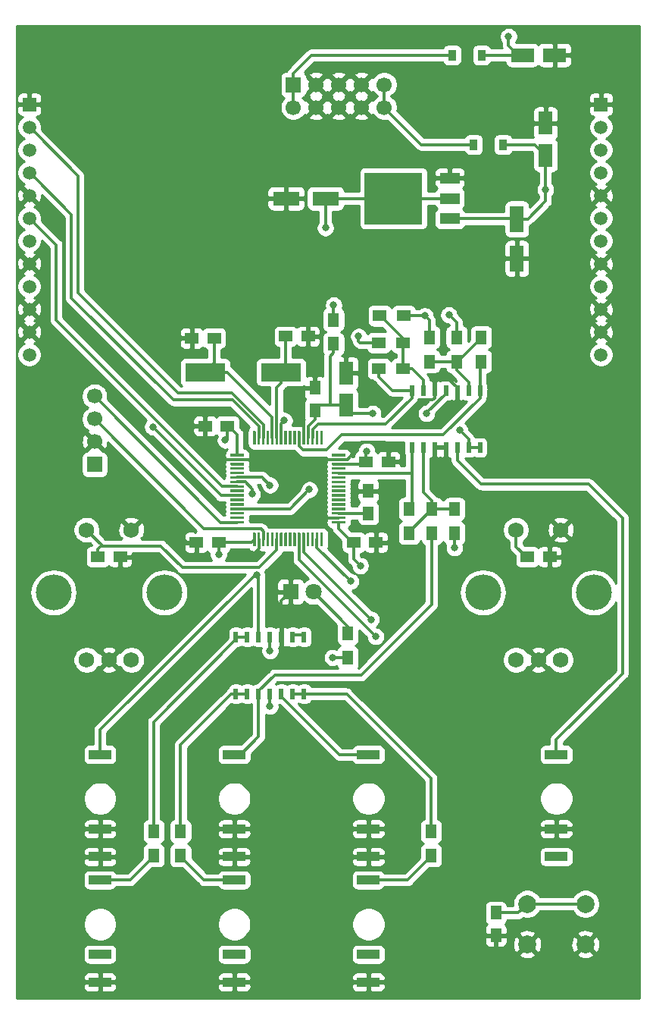
<source format=gbr>
G04 #@! TF.GenerationSoftware,KiCad,Pcbnew,(5.1.4)-1*
G04 #@! TF.CreationDate,2019-09-13T11:08:06+01:00*
G04 #@! TF.ProjectId,oscar,6f736361-722e-46b6-9963-61645f706362,rev?*
G04 #@! TF.SameCoordinates,Original*
G04 #@! TF.FileFunction,Copper,L4,Bot*
G04 #@! TF.FilePolarity,Positive*
%FSLAX46Y46*%
G04 Gerber Fmt 4.6, Leading zero omitted, Abs format (unit mm)*
G04 Created by KiCad (PCBNEW (5.1.4)-1) date 2019-09-13 11:08:06*
%MOMM*%
%LPD*%
G04 APERTURE LIST*
%ADD10R,1.300000X1.500000*%
%ADD11R,1.700000X1.700000*%
%ADD12C,1.700000*%
%ADD13R,1.500000X1.300000*%
%ADD14C,0.100000*%
%ADD15C,0.300000*%
%ADD16R,1.500000X1.250000*%
%ADD17R,1.250000X1.500000*%
%ADD18R,1.600000X3.000000*%
%ADD19R,1.600000X2.600000*%
%ADD20R,2.600000X1.600000*%
%ADD21R,3.000000X1.600000*%
%ADD22R,0.900000X1.200000*%
%ADD23R,2.500000X1.000000*%
%ADD24R,0.508000X1.143000*%
%ADD25R,3.050000X2.750000*%
%ADD26R,6.400000X5.800000*%
%ADD27R,2.200000X1.200000*%
%ADD28R,4.500000X2.000000*%
%ADD29O,4.000000X4.000000*%
%ADD30C,1.750000*%
%ADD31C,2.000000*%
%ADD32C,1.500000*%
%ADD33R,1.500000X1.500000*%
%ADD34C,1.800000*%
%ADD35R,1.800000X1.800000*%
%ADD36C,0.800000*%
%ADD37C,0.300000*%
%ADD38C,0.254000*%
G04 APERTURE END LIST*
D10*
X162700000Y-118550000D03*
X162700000Y-121250000D03*
D11*
X156600000Y-57300000D03*
D12*
X156600000Y-59840000D03*
X159140000Y-57300000D03*
X159140000Y-59840000D03*
X161680000Y-57300000D03*
X161680000Y-59840000D03*
X164220000Y-57300000D03*
X164220000Y-59840000D03*
X166760000Y-57300000D03*
X166760000Y-59840000D03*
D13*
X166150000Y-89000000D03*
X168850000Y-89000000D03*
D14*
G36*
X152332351Y-95950361D02*
G01*
X152339632Y-95951441D01*
X152346771Y-95953229D01*
X152353701Y-95955709D01*
X152360355Y-95958856D01*
X152366668Y-95962640D01*
X152372579Y-95967024D01*
X152378033Y-95971967D01*
X152382976Y-95977421D01*
X152387360Y-95983332D01*
X152391144Y-95989645D01*
X152394291Y-95996299D01*
X152396771Y-96003229D01*
X152398559Y-96010368D01*
X152399639Y-96017649D01*
X152400000Y-96025000D01*
X152400000Y-97425000D01*
X152399639Y-97432351D01*
X152398559Y-97439632D01*
X152396771Y-97446771D01*
X152394291Y-97453701D01*
X152391144Y-97460355D01*
X152387360Y-97466668D01*
X152382976Y-97472579D01*
X152378033Y-97478033D01*
X152372579Y-97482976D01*
X152366668Y-97487360D01*
X152360355Y-97491144D01*
X152353701Y-97494291D01*
X152346771Y-97496771D01*
X152339632Y-97498559D01*
X152332351Y-97499639D01*
X152325000Y-97500000D01*
X152175000Y-97500000D01*
X152167649Y-97499639D01*
X152160368Y-97498559D01*
X152153229Y-97496771D01*
X152146299Y-97494291D01*
X152139645Y-97491144D01*
X152133332Y-97487360D01*
X152127421Y-97482976D01*
X152121967Y-97478033D01*
X152117024Y-97472579D01*
X152112640Y-97466668D01*
X152108856Y-97460355D01*
X152105709Y-97453701D01*
X152103229Y-97446771D01*
X152101441Y-97439632D01*
X152100361Y-97432351D01*
X152100000Y-97425000D01*
X152100000Y-96025000D01*
X152100361Y-96017649D01*
X152101441Y-96010368D01*
X152103229Y-96003229D01*
X152105709Y-95996299D01*
X152108856Y-95989645D01*
X152112640Y-95983332D01*
X152117024Y-95977421D01*
X152121967Y-95971967D01*
X152127421Y-95967024D01*
X152133332Y-95962640D01*
X152139645Y-95958856D01*
X152146299Y-95955709D01*
X152153229Y-95953229D01*
X152160368Y-95951441D01*
X152167649Y-95950361D01*
X152175000Y-95950000D01*
X152325000Y-95950000D01*
X152332351Y-95950361D01*
X152332351Y-95950361D01*
G37*
D15*
X152250000Y-96725000D03*
D14*
G36*
X152832351Y-95950361D02*
G01*
X152839632Y-95951441D01*
X152846771Y-95953229D01*
X152853701Y-95955709D01*
X152860355Y-95958856D01*
X152866668Y-95962640D01*
X152872579Y-95967024D01*
X152878033Y-95971967D01*
X152882976Y-95977421D01*
X152887360Y-95983332D01*
X152891144Y-95989645D01*
X152894291Y-95996299D01*
X152896771Y-96003229D01*
X152898559Y-96010368D01*
X152899639Y-96017649D01*
X152900000Y-96025000D01*
X152900000Y-97425000D01*
X152899639Y-97432351D01*
X152898559Y-97439632D01*
X152896771Y-97446771D01*
X152894291Y-97453701D01*
X152891144Y-97460355D01*
X152887360Y-97466668D01*
X152882976Y-97472579D01*
X152878033Y-97478033D01*
X152872579Y-97482976D01*
X152866668Y-97487360D01*
X152860355Y-97491144D01*
X152853701Y-97494291D01*
X152846771Y-97496771D01*
X152839632Y-97498559D01*
X152832351Y-97499639D01*
X152825000Y-97500000D01*
X152675000Y-97500000D01*
X152667649Y-97499639D01*
X152660368Y-97498559D01*
X152653229Y-97496771D01*
X152646299Y-97494291D01*
X152639645Y-97491144D01*
X152633332Y-97487360D01*
X152627421Y-97482976D01*
X152621967Y-97478033D01*
X152617024Y-97472579D01*
X152612640Y-97466668D01*
X152608856Y-97460355D01*
X152605709Y-97453701D01*
X152603229Y-97446771D01*
X152601441Y-97439632D01*
X152600361Y-97432351D01*
X152600000Y-97425000D01*
X152600000Y-96025000D01*
X152600361Y-96017649D01*
X152601441Y-96010368D01*
X152603229Y-96003229D01*
X152605709Y-95996299D01*
X152608856Y-95989645D01*
X152612640Y-95983332D01*
X152617024Y-95977421D01*
X152621967Y-95971967D01*
X152627421Y-95967024D01*
X152633332Y-95962640D01*
X152639645Y-95958856D01*
X152646299Y-95955709D01*
X152653229Y-95953229D01*
X152660368Y-95951441D01*
X152667649Y-95950361D01*
X152675000Y-95950000D01*
X152825000Y-95950000D01*
X152832351Y-95950361D01*
X152832351Y-95950361D01*
G37*
D15*
X152750000Y-96725000D03*
D14*
G36*
X153332351Y-95950361D02*
G01*
X153339632Y-95951441D01*
X153346771Y-95953229D01*
X153353701Y-95955709D01*
X153360355Y-95958856D01*
X153366668Y-95962640D01*
X153372579Y-95967024D01*
X153378033Y-95971967D01*
X153382976Y-95977421D01*
X153387360Y-95983332D01*
X153391144Y-95989645D01*
X153394291Y-95996299D01*
X153396771Y-96003229D01*
X153398559Y-96010368D01*
X153399639Y-96017649D01*
X153400000Y-96025000D01*
X153400000Y-97425000D01*
X153399639Y-97432351D01*
X153398559Y-97439632D01*
X153396771Y-97446771D01*
X153394291Y-97453701D01*
X153391144Y-97460355D01*
X153387360Y-97466668D01*
X153382976Y-97472579D01*
X153378033Y-97478033D01*
X153372579Y-97482976D01*
X153366668Y-97487360D01*
X153360355Y-97491144D01*
X153353701Y-97494291D01*
X153346771Y-97496771D01*
X153339632Y-97498559D01*
X153332351Y-97499639D01*
X153325000Y-97500000D01*
X153175000Y-97500000D01*
X153167649Y-97499639D01*
X153160368Y-97498559D01*
X153153229Y-97496771D01*
X153146299Y-97494291D01*
X153139645Y-97491144D01*
X153133332Y-97487360D01*
X153127421Y-97482976D01*
X153121967Y-97478033D01*
X153117024Y-97472579D01*
X153112640Y-97466668D01*
X153108856Y-97460355D01*
X153105709Y-97453701D01*
X153103229Y-97446771D01*
X153101441Y-97439632D01*
X153100361Y-97432351D01*
X153100000Y-97425000D01*
X153100000Y-96025000D01*
X153100361Y-96017649D01*
X153101441Y-96010368D01*
X153103229Y-96003229D01*
X153105709Y-95996299D01*
X153108856Y-95989645D01*
X153112640Y-95983332D01*
X153117024Y-95977421D01*
X153121967Y-95971967D01*
X153127421Y-95967024D01*
X153133332Y-95962640D01*
X153139645Y-95958856D01*
X153146299Y-95955709D01*
X153153229Y-95953229D01*
X153160368Y-95951441D01*
X153167649Y-95950361D01*
X153175000Y-95950000D01*
X153325000Y-95950000D01*
X153332351Y-95950361D01*
X153332351Y-95950361D01*
G37*
D15*
X153250000Y-96725000D03*
D14*
G36*
X153832351Y-95950361D02*
G01*
X153839632Y-95951441D01*
X153846771Y-95953229D01*
X153853701Y-95955709D01*
X153860355Y-95958856D01*
X153866668Y-95962640D01*
X153872579Y-95967024D01*
X153878033Y-95971967D01*
X153882976Y-95977421D01*
X153887360Y-95983332D01*
X153891144Y-95989645D01*
X153894291Y-95996299D01*
X153896771Y-96003229D01*
X153898559Y-96010368D01*
X153899639Y-96017649D01*
X153900000Y-96025000D01*
X153900000Y-97425000D01*
X153899639Y-97432351D01*
X153898559Y-97439632D01*
X153896771Y-97446771D01*
X153894291Y-97453701D01*
X153891144Y-97460355D01*
X153887360Y-97466668D01*
X153882976Y-97472579D01*
X153878033Y-97478033D01*
X153872579Y-97482976D01*
X153866668Y-97487360D01*
X153860355Y-97491144D01*
X153853701Y-97494291D01*
X153846771Y-97496771D01*
X153839632Y-97498559D01*
X153832351Y-97499639D01*
X153825000Y-97500000D01*
X153675000Y-97500000D01*
X153667649Y-97499639D01*
X153660368Y-97498559D01*
X153653229Y-97496771D01*
X153646299Y-97494291D01*
X153639645Y-97491144D01*
X153633332Y-97487360D01*
X153627421Y-97482976D01*
X153621967Y-97478033D01*
X153617024Y-97472579D01*
X153612640Y-97466668D01*
X153608856Y-97460355D01*
X153605709Y-97453701D01*
X153603229Y-97446771D01*
X153601441Y-97439632D01*
X153600361Y-97432351D01*
X153600000Y-97425000D01*
X153600000Y-96025000D01*
X153600361Y-96017649D01*
X153601441Y-96010368D01*
X153603229Y-96003229D01*
X153605709Y-95996299D01*
X153608856Y-95989645D01*
X153612640Y-95983332D01*
X153617024Y-95977421D01*
X153621967Y-95971967D01*
X153627421Y-95967024D01*
X153633332Y-95962640D01*
X153639645Y-95958856D01*
X153646299Y-95955709D01*
X153653229Y-95953229D01*
X153660368Y-95951441D01*
X153667649Y-95950361D01*
X153675000Y-95950000D01*
X153825000Y-95950000D01*
X153832351Y-95950361D01*
X153832351Y-95950361D01*
G37*
D15*
X153750000Y-96725000D03*
D14*
G36*
X154332351Y-95950361D02*
G01*
X154339632Y-95951441D01*
X154346771Y-95953229D01*
X154353701Y-95955709D01*
X154360355Y-95958856D01*
X154366668Y-95962640D01*
X154372579Y-95967024D01*
X154378033Y-95971967D01*
X154382976Y-95977421D01*
X154387360Y-95983332D01*
X154391144Y-95989645D01*
X154394291Y-95996299D01*
X154396771Y-96003229D01*
X154398559Y-96010368D01*
X154399639Y-96017649D01*
X154400000Y-96025000D01*
X154400000Y-97425000D01*
X154399639Y-97432351D01*
X154398559Y-97439632D01*
X154396771Y-97446771D01*
X154394291Y-97453701D01*
X154391144Y-97460355D01*
X154387360Y-97466668D01*
X154382976Y-97472579D01*
X154378033Y-97478033D01*
X154372579Y-97482976D01*
X154366668Y-97487360D01*
X154360355Y-97491144D01*
X154353701Y-97494291D01*
X154346771Y-97496771D01*
X154339632Y-97498559D01*
X154332351Y-97499639D01*
X154325000Y-97500000D01*
X154175000Y-97500000D01*
X154167649Y-97499639D01*
X154160368Y-97498559D01*
X154153229Y-97496771D01*
X154146299Y-97494291D01*
X154139645Y-97491144D01*
X154133332Y-97487360D01*
X154127421Y-97482976D01*
X154121967Y-97478033D01*
X154117024Y-97472579D01*
X154112640Y-97466668D01*
X154108856Y-97460355D01*
X154105709Y-97453701D01*
X154103229Y-97446771D01*
X154101441Y-97439632D01*
X154100361Y-97432351D01*
X154100000Y-97425000D01*
X154100000Y-96025000D01*
X154100361Y-96017649D01*
X154101441Y-96010368D01*
X154103229Y-96003229D01*
X154105709Y-95996299D01*
X154108856Y-95989645D01*
X154112640Y-95983332D01*
X154117024Y-95977421D01*
X154121967Y-95971967D01*
X154127421Y-95967024D01*
X154133332Y-95962640D01*
X154139645Y-95958856D01*
X154146299Y-95955709D01*
X154153229Y-95953229D01*
X154160368Y-95951441D01*
X154167649Y-95950361D01*
X154175000Y-95950000D01*
X154325000Y-95950000D01*
X154332351Y-95950361D01*
X154332351Y-95950361D01*
G37*
D15*
X154250000Y-96725000D03*
D14*
G36*
X154832351Y-95950361D02*
G01*
X154839632Y-95951441D01*
X154846771Y-95953229D01*
X154853701Y-95955709D01*
X154860355Y-95958856D01*
X154866668Y-95962640D01*
X154872579Y-95967024D01*
X154878033Y-95971967D01*
X154882976Y-95977421D01*
X154887360Y-95983332D01*
X154891144Y-95989645D01*
X154894291Y-95996299D01*
X154896771Y-96003229D01*
X154898559Y-96010368D01*
X154899639Y-96017649D01*
X154900000Y-96025000D01*
X154900000Y-97425000D01*
X154899639Y-97432351D01*
X154898559Y-97439632D01*
X154896771Y-97446771D01*
X154894291Y-97453701D01*
X154891144Y-97460355D01*
X154887360Y-97466668D01*
X154882976Y-97472579D01*
X154878033Y-97478033D01*
X154872579Y-97482976D01*
X154866668Y-97487360D01*
X154860355Y-97491144D01*
X154853701Y-97494291D01*
X154846771Y-97496771D01*
X154839632Y-97498559D01*
X154832351Y-97499639D01*
X154825000Y-97500000D01*
X154675000Y-97500000D01*
X154667649Y-97499639D01*
X154660368Y-97498559D01*
X154653229Y-97496771D01*
X154646299Y-97494291D01*
X154639645Y-97491144D01*
X154633332Y-97487360D01*
X154627421Y-97482976D01*
X154621967Y-97478033D01*
X154617024Y-97472579D01*
X154612640Y-97466668D01*
X154608856Y-97460355D01*
X154605709Y-97453701D01*
X154603229Y-97446771D01*
X154601441Y-97439632D01*
X154600361Y-97432351D01*
X154600000Y-97425000D01*
X154600000Y-96025000D01*
X154600361Y-96017649D01*
X154601441Y-96010368D01*
X154603229Y-96003229D01*
X154605709Y-95996299D01*
X154608856Y-95989645D01*
X154612640Y-95983332D01*
X154617024Y-95977421D01*
X154621967Y-95971967D01*
X154627421Y-95967024D01*
X154633332Y-95962640D01*
X154639645Y-95958856D01*
X154646299Y-95955709D01*
X154653229Y-95953229D01*
X154660368Y-95951441D01*
X154667649Y-95950361D01*
X154675000Y-95950000D01*
X154825000Y-95950000D01*
X154832351Y-95950361D01*
X154832351Y-95950361D01*
G37*
D15*
X154750000Y-96725000D03*
D14*
G36*
X155332351Y-95950361D02*
G01*
X155339632Y-95951441D01*
X155346771Y-95953229D01*
X155353701Y-95955709D01*
X155360355Y-95958856D01*
X155366668Y-95962640D01*
X155372579Y-95967024D01*
X155378033Y-95971967D01*
X155382976Y-95977421D01*
X155387360Y-95983332D01*
X155391144Y-95989645D01*
X155394291Y-95996299D01*
X155396771Y-96003229D01*
X155398559Y-96010368D01*
X155399639Y-96017649D01*
X155400000Y-96025000D01*
X155400000Y-97425000D01*
X155399639Y-97432351D01*
X155398559Y-97439632D01*
X155396771Y-97446771D01*
X155394291Y-97453701D01*
X155391144Y-97460355D01*
X155387360Y-97466668D01*
X155382976Y-97472579D01*
X155378033Y-97478033D01*
X155372579Y-97482976D01*
X155366668Y-97487360D01*
X155360355Y-97491144D01*
X155353701Y-97494291D01*
X155346771Y-97496771D01*
X155339632Y-97498559D01*
X155332351Y-97499639D01*
X155325000Y-97500000D01*
X155175000Y-97500000D01*
X155167649Y-97499639D01*
X155160368Y-97498559D01*
X155153229Y-97496771D01*
X155146299Y-97494291D01*
X155139645Y-97491144D01*
X155133332Y-97487360D01*
X155127421Y-97482976D01*
X155121967Y-97478033D01*
X155117024Y-97472579D01*
X155112640Y-97466668D01*
X155108856Y-97460355D01*
X155105709Y-97453701D01*
X155103229Y-97446771D01*
X155101441Y-97439632D01*
X155100361Y-97432351D01*
X155100000Y-97425000D01*
X155100000Y-96025000D01*
X155100361Y-96017649D01*
X155101441Y-96010368D01*
X155103229Y-96003229D01*
X155105709Y-95996299D01*
X155108856Y-95989645D01*
X155112640Y-95983332D01*
X155117024Y-95977421D01*
X155121967Y-95971967D01*
X155127421Y-95967024D01*
X155133332Y-95962640D01*
X155139645Y-95958856D01*
X155146299Y-95955709D01*
X155153229Y-95953229D01*
X155160368Y-95951441D01*
X155167649Y-95950361D01*
X155175000Y-95950000D01*
X155325000Y-95950000D01*
X155332351Y-95950361D01*
X155332351Y-95950361D01*
G37*
D15*
X155250000Y-96725000D03*
D14*
G36*
X155832351Y-95950361D02*
G01*
X155839632Y-95951441D01*
X155846771Y-95953229D01*
X155853701Y-95955709D01*
X155860355Y-95958856D01*
X155866668Y-95962640D01*
X155872579Y-95967024D01*
X155878033Y-95971967D01*
X155882976Y-95977421D01*
X155887360Y-95983332D01*
X155891144Y-95989645D01*
X155894291Y-95996299D01*
X155896771Y-96003229D01*
X155898559Y-96010368D01*
X155899639Y-96017649D01*
X155900000Y-96025000D01*
X155900000Y-97425000D01*
X155899639Y-97432351D01*
X155898559Y-97439632D01*
X155896771Y-97446771D01*
X155894291Y-97453701D01*
X155891144Y-97460355D01*
X155887360Y-97466668D01*
X155882976Y-97472579D01*
X155878033Y-97478033D01*
X155872579Y-97482976D01*
X155866668Y-97487360D01*
X155860355Y-97491144D01*
X155853701Y-97494291D01*
X155846771Y-97496771D01*
X155839632Y-97498559D01*
X155832351Y-97499639D01*
X155825000Y-97500000D01*
X155675000Y-97500000D01*
X155667649Y-97499639D01*
X155660368Y-97498559D01*
X155653229Y-97496771D01*
X155646299Y-97494291D01*
X155639645Y-97491144D01*
X155633332Y-97487360D01*
X155627421Y-97482976D01*
X155621967Y-97478033D01*
X155617024Y-97472579D01*
X155612640Y-97466668D01*
X155608856Y-97460355D01*
X155605709Y-97453701D01*
X155603229Y-97446771D01*
X155601441Y-97439632D01*
X155600361Y-97432351D01*
X155600000Y-97425000D01*
X155600000Y-96025000D01*
X155600361Y-96017649D01*
X155601441Y-96010368D01*
X155603229Y-96003229D01*
X155605709Y-95996299D01*
X155608856Y-95989645D01*
X155612640Y-95983332D01*
X155617024Y-95977421D01*
X155621967Y-95971967D01*
X155627421Y-95967024D01*
X155633332Y-95962640D01*
X155639645Y-95958856D01*
X155646299Y-95955709D01*
X155653229Y-95953229D01*
X155660368Y-95951441D01*
X155667649Y-95950361D01*
X155675000Y-95950000D01*
X155825000Y-95950000D01*
X155832351Y-95950361D01*
X155832351Y-95950361D01*
G37*
D15*
X155750000Y-96725000D03*
D14*
G36*
X156332351Y-95950361D02*
G01*
X156339632Y-95951441D01*
X156346771Y-95953229D01*
X156353701Y-95955709D01*
X156360355Y-95958856D01*
X156366668Y-95962640D01*
X156372579Y-95967024D01*
X156378033Y-95971967D01*
X156382976Y-95977421D01*
X156387360Y-95983332D01*
X156391144Y-95989645D01*
X156394291Y-95996299D01*
X156396771Y-96003229D01*
X156398559Y-96010368D01*
X156399639Y-96017649D01*
X156400000Y-96025000D01*
X156400000Y-97425000D01*
X156399639Y-97432351D01*
X156398559Y-97439632D01*
X156396771Y-97446771D01*
X156394291Y-97453701D01*
X156391144Y-97460355D01*
X156387360Y-97466668D01*
X156382976Y-97472579D01*
X156378033Y-97478033D01*
X156372579Y-97482976D01*
X156366668Y-97487360D01*
X156360355Y-97491144D01*
X156353701Y-97494291D01*
X156346771Y-97496771D01*
X156339632Y-97498559D01*
X156332351Y-97499639D01*
X156325000Y-97500000D01*
X156175000Y-97500000D01*
X156167649Y-97499639D01*
X156160368Y-97498559D01*
X156153229Y-97496771D01*
X156146299Y-97494291D01*
X156139645Y-97491144D01*
X156133332Y-97487360D01*
X156127421Y-97482976D01*
X156121967Y-97478033D01*
X156117024Y-97472579D01*
X156112640Y-97466668D01*
X156108856Y-97460355D01*
X156105709Y-97453701D01*
X156103229Y-97446771D01*
X156101441Y-97439632D01*
X156100361Y-97432351D01*
X156100000Y-97425000D01*
X156100000Y-96025000D01*
X156100361Y-96017649D01*
X156101441Y-96010368D01*
X156103229Y-96003229D01*
X156105709Y-95996299D01*
X156108856Y-95989645D01*
X156112640Y-95983332D01*
X156117024Y-95977421D01*
X156121967Y-95971967D01*
X156127421Y-95967024D01*
X156133332Y-95962640D01*
X156139645Y-95958856D01*
X156146299Y-95955709D01*
X156153229Y-95953229D01*
X156160368Y-95951441D01*
X156167649Y-95950361D01*
X156175000Y-95950000D01*
X156325000Y-95950000D01*
X156332351Y-95950361D01*
X156332351Y-95950361D01*
G37*
D15*
X156250000Y-96725000D03*
D14*
G36*
X156832351Y-95950361D02*
G01*
X156839632Y-95951441D01*
X156846771Y-95953229D01*
X156853701Y-95955709D01*
X156860355Y-95958856D01*
X156866668Y-95962640D01*
X156872579Y-95967024D01*
X156878033Y-95971967D01*
X156882976Y-95977421D01*
X156887360Y-95983332D01*
X156891144Y-95989645D01*
X156894291Y-95996299D01*
X156896771Y-96003229D01*
X156898559Y-96010368D01*
X156899639Y-96017649D01*
X156900000Y-96025000D01*
X156900000Y-97425000D01*
X156899639Y-97432351D01*
X156898559Y-97439632D01*
X156896771Y-97446771D01*
X156894291Y-97453701D01*
X156891144Y-97460355D01*
X156887360Y-97466668D01*
X156882976Y-97472579D01*
X156878033Y-97478033D01*
X156872579Y-97482976D01*
X156866668Y-97487360D01*
X156860355Y-97491144D01*
X156853701Y-97494291D01*
X156846771Y-97496771D01*
X156839632Y-97498559D01*
X156832351Y-97499639D01*
X156825000Y-97500000D01*
X156675000Y-97500000D01*
X156667649Y-97499639D01*
X156660368Y-97498559D01*
X156653229Y-97496771D01*
X156646299Y-97494291D01*
X156639645Y-97491144D01*
X156633332Y-97487360D01*
X156627421Y-97482976D01*
X156621967Y-97478033D01*
X156617024Y-97472579D01*
X156612640Y-97466668D01*
X156608856Y-97460355D01*
X156605709Y-97453701D01*
X156603229Y-97446771D01*
X156601441Y-97439632D01*
X156600361Y-97432351D01*
X156600000Y-97425000D01*
X156600000Y-96025000D01*
X156600361Y-96017649D01*
X156601441Y-96010368D01*
X156603229Y-96003229D01*
X156605709Y-95996299D01*
X156608856Y-95989645D01*
X156612640Y-95983332D01*
X156617024Y-95977421D01*
X156621967Y-95971967D01*
X156627421Y-95967024D01*
X156633332Y-95962640D01*
X156639645Y-95958856D01*
X156646299Y-95955709D01*
X156653229Y-95953229D01*
X156660368Y-95951441D01*
X156667649Y-95950361D01*
X156675000Y-95950000D01*
X156825000Y-95950000D01*
X156832351Y-95950361D01*
X156832351Y-95950361D01*
G37*
D15*
X156750000Y-96725000D03*
D14*
G36*
X157332351Y-95950361D02*
G01*
X157339632Y-95951441D01*
X157346771Y-95953229D01*
X157353701Y-95955709D01*
X157360355Y-95958856D01*
X157366668Y-95962640D01*
X157372579Y-95967024D01*
X157378033Y-95971967D01*
X157382976Y-95977421D01*
X157387360Y-95983332D01*
X157391144Y-95989645D01*
X157394291Y-95996299D01*
X157396771Y-96003229D01*
X157398559Y-96010368D01*
X157399639Y-96017649D01*
X157400000Y-96025000D01*
X157400000Y-97425000D01*
X157399639Y-97432351D01*
X157398559Y-97439632D01*
X157396771Y-97446771D01*
X157394291Y-97453701D01*
X157391144Y-97460355D01*
X157387360Y-97466668D01*
X157382976Y-97472579D01*
X157378033Y-97478033D01*
X157372579Y-97482976D01*
X157366668Y-97487360D01*
X157360355Y-97491144D01*
X157353701Y-97494291D01*
X157346771Y-97496771D01*
X157339632Y-97498559D01*
X157332351Y-97499639D01*
X157325000Y-97500000D01*
X157175000Y-97500000D01*
X157167649Y-97499639D01*
X157160368Y-97498559D01*
X157153229Y-97496771D01*
X157146299Y-97494291D01*
X157139645Y-97491144D01*
X157133332Y-97487360D01*
X157127421Y-97482976D01*
X157121967Y-97478033D01*
X157117024Y-97472579D01*
X157112640Y-97466668D01*
X157108856Y-97460355D01*
X157105709Y-97453701D01*
X157103229Y-97446771D01*
X157101441Y-97439632D01*
X157100361Y-97432351D01*
X157100000Y-97425000D01*
X157100000Y-96025000D01*
X157100361Y-96017649D01*
X157101441Y-96010368D01*
X157103229Y-96003229D01*
X157105709Y-95996299D01*
X157108856Y-95989645D01*
X157112640Y-95983332D01*
X157117024Y-95977421D01*
X157121967Y-95971967D01*
X157127421Y-95967024D01*
X157133332Y-95962640D01*
X157139645Y-95958856D01*
X157146299Y-95955709D01*
X157153229Y-95953229D01*
X157160368Y-95951441D01*
X157167649Y-95950361D01*
X157175000Y-95950000D01*
X157325000Y-95950000D01*
X157332351Y-95950361D01*
X157332351Y-95950361D01*
G37*
D15*
X157250000Y-96725000D03*
D14*
G36*
X157832351Y-95950361D02*
G01*
X157839632Y-95951441D01*
X157846771Y-95953229D01*
X157853701Y-95955709D01*
X157860355Y-95958856D01*
X157866668Y-95962640D01*
X157872579Y-95967024D01*
X157878033Y-95971967D01*
X157882976Y-95977421D01*
X157887360Y-95983332D01*
X157891144Y-95989645D01*
X157894291Y-95996299D01*
X157896771Y-96003229D01*
X157898559Y-96010368D01*
X157899639Y-96017649D01*
X157900000Y-96025000D01*
X157900000Y-97425000D01*
X157899639Y-97432351D01*
X157898559Y-97439632D01*
X157896771Y-97446771D01*
X157894291Y-97453701D01*
X157891144Y-97460355D01*
X157887360Y-97466668D01*
X157882976Y-97472579D01*
X157878033Y-97478033D01*
X157872579Y-97482976D01*
X157866668Y-97487360D01*
X157860355Y-97491144D01*
X157853701Y-97494291D01*
X157846771Y-97496771D01*
X157839632Y-97498559D01*
X157832351Y-97499639D01*
X157825000Y-97500000D01*
X157675000Y-97500000D01*
X157667649Y-97499639D01*
X157660368Y-97498559D01*
X157653229Y-97496771D01*
X157646299Y-97494291D01*
X157639645Y-97491144D01*
X157633332Y-97487360D01*
X157627421Y-97482976D01*
X157621967Y-97478033D01*
X157617024Y-97472579D01*
X157612640Y-97466668D01*
X157608856Y-97460355D01*
X157605709Y-97453701D01*
X157603229Y-97446771D01*
X157601441Y-97439632D01*
X157600361Y-97432351D01*
X157600000Y-97425000D01*
X157600000Y-96025000D01*
X157600361Y-96017649D01*
X157601441Y-96010368D01*
X157603229Y-96003229D01*
X157605709Y-95996299D01*
X157608856Y-95989645D01*
X157612640Y-95983332D01*
X157617024Y-95977421D01*
X157621967Y-95971967D01*
X157627421Y-95967024D01*
X157633332Y-95962640D01*
X157639645Y-95958856D01*
X157646299Y-95955709D01*
X157653229Y-95953229D01*
X157660368Y-95951441D01*
X157667649Y-95950361D01*
X157675000Y-95950000D01*
X157825000Y-95950000D01*
X157832351Y-95950361D01*
X157832351Y-95950361D01*
G37*
D15*
X157750000Y-96725000D03*
D14*
G36*
X158332351Y-95950361D02*
G01*
X158339632Y-95951441D01*
X158346771Y-95953229D01*
X158353701Y-95955709D01*
X158360355Y-95958856D01*
X158366668Y-95962640D01*
X158372579Y-95967024D01*
X158378033Y-95971967D01*
X158382976Y-95977421D01*
X158387360Y-95983332D01*
X158391144Y-95989645D01*
X158394291Y-95996299D01*
X158396771Y-96003229D01*
X158398559Y-96010368D01*
X158399639Y-96017649D01*
X158400000Y-96025000D01*
X158400000Y-97425000D01*
X158399639Y-97432351D01*
X158398559Y-97439632D01*
X158396771Y-97446771D01*
X158394291Y-97453701D01*
X158391144Y-97460355D01*
X158387360Y-97466668D01*
X158382976Y-97472579D01*
X158378033Y-97478033D01*
X158372579Y-97482976D01*
X158366668Y-97487360D01*
X158360355Y-97491144D01*
X158353701Y-97494291D01*
X158346771Y-97496771D01*
X158339632Y-97498559D01*
X158332351Y-97499639D01*
X158325000Y-97500000D01*
X158175000Y-97500000D01*
X158167649Y-97499639D01*
X158160368Y-97498559D01*
X158153229Y-97496771D01*
X158146299Y-97494291D01*
X158139645Y-97491144D01*
X158133332Y-97487360D01*
X158127421Y-97482976D01*
X158121967Y-97478033D01*
X158117024Y-97472579D01*
X158112640Y-97466668D01*
X158108856Y-97460355D01*
X158105709Y-97453701D01*
X158103229Y-97446771D01*
X158101441Y-97439632D01*
X158100361Y-97432351D01*
X158100000Y-97425000D01*
X158100000Y-96025000D01*
X158100361Y-96017649D01*
X158101441Y-96010368D01*
X158103229Y-96003229D01*
X158105709Y-95996299D01*
X158108856Y-95989645D01*
X158112640Y-95983332D01*
X158117024Y-95977421D01*
X158121967Y-95971967D01*
X158127421Y-95967024D01*
X158133332Y-95962640D01*
X158139645Y-95958856D01*
X158146299Y-95955709D01*
X158153229Y-95953229D01*
X158160368Y-95951441D01*
X158167649Y-95950361D01*
X158175000Y-95950000D01*
X158325000Y-95950000D01*
X158332351Y-95950361D01*
X158332351Y-95950361D01*
G37*
D15*
X158250000Y-96725000D03*
D14*
G36*
X158832351Y-95950361D02*
G01*
X158839632Y-95951441D01*
X158846771Y-95953229D01*
X158853701Y-95955709D01*
X158860355Y-95958856D01*
X158866668Y-95962640D01*
X158872579Y-95967024D01*
X158878033Y-95971967D01*
X158882976Y-95977421D01*
X158887360Y-95983332D01*
X158891144Y-95989645D01*
X158894291Y-95996299D01*
X158896771Y-96003229D01*
X158898559Y-96010368D01*
X158899639Y-96017649D01*
X158900000Y-96025000D01*
X158900000Y-97425000D01*
X158899639Y-97432351D01*
X158898559Y-97439632D01*
X158896771Y-97446771D01*
X158894291Y-97453701D01*
X158891144Y-97460355D01*
X158887360Y-97466668D01*
X158882976Y-97472579D01*
X158878033Y-97478033D01*
X158872579Y-97482976D01*
X158866668Y-97487360D01*
X158860355Y-97491144D01*
X158853701Y-97494291D01*
X158846771Y-97496771D01*
X158839632Y-97498559D01*
X158832351Y-97499639D01*
X158825000Y-97500000D01*
X158675000Y-97500000D01*
X158667649Y-97499639D01*
X158660368Y-97498559D01*
X158653229Y-97496771D01*
X158646299Y-97494291D01*
X158639645Y-97491144D01*
X158633332Y-97487360D01*
X158627421Y-97482976D01*
X158621967Y-97478033D01*
X158617024Y-97472579D01*
X158612640Y-97466668D01*
X158608856Y-97460355D01*
X158605709Y-97453701D01*
X158603229Y-97446771D01*
X158601441Y-97439632D01*
X158600361Y-97432351D01*
X158600000Y-97425000D01*
X158600000Y-96025000D01*
X158600361Y-96017649D01*
X158601441Y-96010368D01*
X158603229Y-96003229D01*
X158605709Y-95996299D01*
X158608856Y-95989645D01*
X158612640Y-95983332D01*
X158617024Y-95977421D01*
X158621967Y-95971967D01*
X158627421Y-95967024D01*
X158633332Y-95962640D01*
X158639645Y-95958856D01*
X158646299Y-95955709D01*
X158653229Y-95953229D01*
X158660368Y-95951441D01*
X158667649Y-95950361D01*
X158675000Y-95950000D01*
X158825000Y-95950000D01*
X158832351Y-95950361D01*
X158832351Y-95950361D01*
G37*
D15*
X158750000Y-96725000D03*
D14*
G36*
X159332351Y-95950361D02*
G01*
X159339632Y-95951441D01*
X159346771Y-95953229D01*
X159353701Y-95955709D01*
X159360355Y-95958856D01*
X159366668Y-95962640D01*
X159372579Y-95967024D01*
X159378033Y-95971967D01*
X159382976Y-95977421D01*
X159387360Y-95983332D01*
X159391144Y-95989645D01*
X159394291Y-95996299D01*
X159396771Y-96003229D01*
X159398559Y-96010368D01*
X159399639Y-96017649D01*
X159400000Y-96025000D01*
X159400000Y-97425000D01*
X159399639Y-97432351D01*
X159398559Y-97439632D01*
X159396771Y-97446771D01*
X159394291Y-97453701D01*
X159391144Y-97460355D01*
X159387360Y-97466668D01*
X159382976Y-97472579D01*
X159378033Y-97478033D01*
X159372579Y-97482976D01*
X159366668Y-97487360D01*
X159360355Y-97491144D01*
X159353701Y-97494291D01*
X159346771Y-97496771D01*
X159339632Y-97498559D01*
X159332351Y-97499639D01*
X159325000Y-97500000D01*
X159175000Y-97500000D01*
X159167649Y-97499639D01*
X159160368Y-97498559D01*
X159153229Y-97496771D01*
X159146299Y-97494291D01*
X159139645Y-97491144D01*
X159133332Y-97487360D01*
X159127421Y-97482976D01*
X159121967Y-97478033D01*
X159117024Y-97472579D01*
X159112640Y-97466668D01*
X159108856Y-97460355D01*
X159105709Y-97453701D01*
X159103229Y-97446771D01*
X159101441Y-97439632D01*
X159100361Y-97432351D01*
X159100000Y-97425000D01*
X159100000Y-96025000D01*
X159100361Y-96017649D01*
X159101441Y-96010368D01*
X159103229Y-96003229D01*
X159105709Y-95996299D01*
X159108856Y-95989645D01*
X159112640Y-95983332D01*
X159117024Y-95977421D01*
X159121967Y-95971967D01*
X159127421Y-95967024D01*
X159133332Y-95962640D01*
X159139645Y-95958856D01*
X159146299Y-95955709D01*
X159153229Y-95953229D01*
X159160368Y-95951441D01*
X159167649Y-95950361D01*
X159175000Y-95950000D01*
X159325000Y-95950000D01*
X159332351Y-95950361D01*
X159332351Y-95950361D01*
G37*
D15*
X159250000Y-96725000D03*
D14*
G36*
X159832351Y-95950361D02*
G01*
X159839632Y-95951441D01*
X159846771Y-95953229D01*
X159853701Y-95955709D01*
X159860355Y-95958856D01*
X159866668Y-95962640D01*
X159872579Y-95967024D01*
X159878033Y-95971967D01*
X159882976Y-95977421D01*
X159887360Y-95983332D01*
X159891144Y-95989645D01*
X159894291Y-95996299D01*
X159896771Y-96003229D01*
X159898559Y-96010368D01*
X159899639Y-96017649D01*
X159900000Y-96025000D01*
X159900000Y-97425000D01*
X159899639Y-97432351D01*
X159898559Y-97439632D01*
X159896771Y-97446771D01*
X159894291Y-97453701D01*
X159891144Y-97460355D01*
X159887360Y-97466668D01*
X159882976Y-97472579D01*
X159878033Y-97478033D01*
X159872579Y-97482976D01*
X159866668Y-97487360D01*
X159860355Y-97491144D01*
X159853701Y-97494291D01*
X159846771Y-97496771D01*
X159839632Y-97498559D01*
X159832351Y-97499639D01*
X159825000Y-97500000D01*
X159675000Y-97500000D01*
X159667649Y-97499639D01*
X159660368Y-97498559D01*
X159653229Y-97496771D01*
X159646299Y-97494291D01*
X159639645Y-97491144D01*
X159633332Y-97487360D01*
X159627421Y-97482976D01*
X159621967Y-97478033D01*
X159617024Y-97472579D01*
X159612640Y-97466668D01*
X159608856Y-97460355D01*
X159605709Y-97453701D01*
X159603229Y-97446771D01*
X159601441Y-97439632D01*
X159600361Y-97432351D01*
X159600000Y-97425000D01*
X159600000Y-96025000D01*
X159600361Y-96017649D01*
X159601441Y-96010368D01*
X159603229Y-96003229D01*
X159605709Y-95996299D01*
X159608856Y-95989645D01*
X159612640Y-95983332D01*
X159617024Y-95977421D01*
X159621967Y-95971967D01*
X159627421Y-95967024D01*
X159633332Y-95962640D01*
X159639645Y-95958856D01*
X159646299Y-95955709D01*
X159653229Y-95953229D01*
X159660368Y-95951441D01*
X159667649Y-95950361D01*
X159675000Y-95950000D01*
X159825000Y-95950000D01*
X159832351Y-95950361D01*
X159832351Y-95950361D01*
G37*
D15*
X159750000Y-96725000D03*
D14*
G36*
X162382351Y-98500361D02*
G01*
X162389632Y-98501441D01*
X162396771Y-98503229D01*
X162403701Y-98505709D01*
X162410355Y-98508856D01*
X162416668Y-98512640D01*
X162422579Y-98517024D01*
X162428033Y-98521967D01*
X162432976Y-98527421D01*
X162437360Y-98533332D01*
X162441144Y-98539645D01*
X162444291Y-98546299D01*
X162446771Y-98553229D01*
X162448559Y-98560368D01*
X162449639Y-98567649D01*
X162450000Y-98575000D01*
X162450000Y-98725000D01*
X162449639Y-98732351D01*
X162448559Y-98739632D01*
X162446771Y-98746771D01*
X162444291Y-98753701D01*
X162441144Y-98760355D01*
X162437360Y-98766668D01*
X162432976Y-98772579D01*
X162428033Y-98778033D01*
X162422579Y-98782976D01*
X162416668Y-98787360D01*
X162410355Y-98791144D01*
X162403701Y-98794291D01*
X162396771Y-98796771D01*
X162389632Y-98798559D01*
X162382351Y-98799639D01*
X162375000Y-98800000D01*
X160975000Y-98800000D01*
X160967649Y-98799639D01*
X160960368Y-98798559D01*
X160953229Y-98796771D01*
X160946299Y-98794291D01*
X160939645Y-98791144D01*
X160933332Y-98787360D01*
X160927421Y-98782976D01*
X160921967Y-98778033D01*
X160917024Y-98772579D01*
X160912640Y-98766668D01*
X160908856Y-98760355D01*
X160905709Y-98753701D01*
X160903229Y-98746771D01*
X160901441Y-98739632D01*
X160900361Y-98732351D01*
X160900000Y-98725000D01*
X160900000Y-98575000D01*
X160900361Y-98567649D01*
X160901441Y-98560368D01*
X160903229Y-98553229D01*
X160905709Y-98546299D01*
X160908856Y-98539645D01*
X160912640Y-98533332D01*
X160917024Y-98527421D01*
X160921967Y-98521967D01*
X160927421Y-98517024D01*
X160933332Y-98512640D01*
X160939645Y-98508856D01*
X160946299Y-98505709D01*
X160953229Y-98503229D01*
X160960368Y-98501441D01*
X160967649Y-98500361D01*
X160975000Y-98500000D01*
X162375000Y-98500000D01*
X162382351Y-98500361D01*
X162382351Y-98500361D01*
G37*
D15*
X161675000Y-98650000D03*
D14*
G36*
X162382351Y-99000361D02*
G01*
X162389632Y-99001441D01*
X162396771Y-99003229D01*
X162403701Y-99005709D01*
X162410355Y-99008856D01*
X162416668Y-99012640D01*
X162422579Y-99017024D01*
X162428033Y-99021967D01*
X162432976Y-99027421D01*
X162437360Y-99033332D01*
X162441144Y-99039645D01*
X162444291Y-99046299D01*
X162446771Y-99053229D01*
X162448559Y-99060368D01*
X162449639Y-99067649D01*
X162450000Y-99075000D01*
X162450000Y-99225000D01*
X162449639Y-99232351D01*
X162448559Y-99239632D01*
X162446771Y-99246771D01*
X162444291Y-99253701D01*
X162441144Y-99260355D01*
X162437360Y-99266668D01*
X162432976Y-99272579D01*
X162428033Y-99278033D01*
X162422579Y-99282976D01*
X162416668Y-99287360D01*
X162410355Y-99291144D01*
X162403701Y-99294291D01*
X162396771Y-99296771D01*
X162389632Y-99298559D01*
X162382351Y-99299639D01*
X162375000Y-99300000D01*
X160975000Y-99300000D01*
X160967649Y-99299639D01*
X160960368Y-99298559D01*
X160953229Y-99296771D01*
X160946299Y-99294291D01*
X160939645Y-99291144D01*
X160933332Y-99287360D01*
X160927421Y-99282976D01*
X160921967Y-99278033D01*
X160917024Y-99272579D01*
X160912640Y-99266668D01*
X160908856Y-99260355D01*
X160905709Y-99253701D01*
X160903229Y-99246771D01*
X160901441Y-99239632D01*
X160900361Y-99232351D01*
X160900000Y-99225000D01*
X160900000Y-99075000D01*
X160900361Y-99067649D01*
X160901441Y-99060368D01*
X160903229Y-99053229D01*
X160905709Y-99046299D01*
X160908856Y-99039645D01*
X160912640Y-99033332D01*
X160917024Y-99027421D01*
X160921967Y-99021967D01*
X160927421Y-99017024D01*
X160933332Y-99012640D01*
X160939645Y-99008856D01*
X160946299Y-99005709D01*
X160953229Y-99003229D01*
X160960368Y-99001441D01*
X160967649Y-99000361D01*
X160975000Y-99000000D01*
X162375000Y-99000000D01*
X162382351Y-99000361D01*
X162382351Y-99000361D01*
G37*
D15*
X161675000Y-99150000D03*
D14*
G36*
X162382351Y-99500361D02*
G01*
X162389632Y-99501441D01*
X162396771Y-99503229D01*
X162403701Y-99505709D01*
X162410355Y-99508856D01*
X162416668Y-99512640D01*
X162422579Y-99517024D01*
X162428033Y-99521967D01*
X162432976Y-99527421D01*
X162437360Y-99533332D01*
X162441144Y-99539645D01*
X162444291Y-99546299D01*
X162446771Y-99553229D01*
X162448559Y-99560368D01*
X162449639Y-99567649D01*
X162450000Y-99575000D01*
X162450000Y-99725000D01*
X162449639Y-99732351D01*
X162448559Y-99739632D01*
X162446771Y-99746771D01*
X162444291Y-99753701D01*
X162441144Y-99760355D01*
X162437360Y-99766668D01*
X162432976Y-99772579D01*
X162428033Y-99778033D01*
X162422579Y-99782976D01*
X162416668Y-99787360D01*
X162410355Y-99791144D01*
X162403701Y-99794291D01*
X162396771Y-99796771D01*
X162389632Y-99798559D01*
X162382351Y-99799639D01*
X162375000Y-99800000D01*
X160975000Y-99800000D01*
X160967649Y-99799639D01*
X160960368Y-99798559D01*
X160953229Y-99796771D01*
X160946299Y-99794291D01*
X160939645Y-99791144D01*
X160933332Y-99787360D01*
X160927421Y-99782976D01*
X160921967Y-99778033D01*
X160917024Y-99772579D01*
X160912640Y-99766668D01*
X160908856Y-99760355D01*
X160905709Y-99753701D01*
X160903229Y-99746771D01*
X160901441Y-99739632D01*
X160900361Y-99732351D01*
X160900000Y-99725000D01*
X160900000Y-99575000D01*
X160900361Y-99567649D01*
X160901441Y-99560368D01*
X160903229Y-99553229D01*
X160905709Y-99546299D01*
X160908856Y-99539645D01*
X160912640Y-99533332D01*
X160917024Y-99527421D01*
X160921967Y-99521967D01*
X160927421Y-99517024D01*
X160933332Y-99512640D01*
X160939645Y-99508856D01*
X160946299Y-99505709D01*
X160953229Y-99503229D01*
X160960368Y-99501441D01*
X160967649Y-99500361D01*
X160975000Y-99500000D01*
X162375000Y-99500000D01*
X162382351Y-99500361D01*
X162382351Y-99500361D01*
G37*
D15*
X161675000Y-99650000D03*
D14*
G36*
X162382351Y-100000361D02*
G01*
X162389632Y-100001441D01*
X162396771Y-100003229D01*
X162403701Y-100005709D01*
X162410355Y-100008856D01*
X162416668Y-100012640D01*
X162422579Y-100017024D01*
X162428033Y-100021967D01*
X162432976Y-100027421D01*
X162437360Y-100033332D01*
X162441144Y-100039645D01*
X162444291Y-100046299D01*
X162446771Y-100053229D01*
X162448559Y-100060368D01*
X162449639Y-100067649D01*
X162450000Y-100075000D01*
X162450000Y-100225000D01*
X162449639Y-100232351D01*
X162448559Y-100239632D01*
X162446771Y-100246771D01*
X162444291Y-100253701D01*
X162441144Y-100260355D01*
X162437360Y-100266668D01*
X162432976Y-100272579D01*
X162428033Y-100278033D01*
X162422579Y-100282976D01*
X162416668Y-100287360D01*
X162410355Y-100291144D01*
X162403701Y-100294291D01*
X162396771Y-100296771D01*
X162389632Y-100298559D01*
X162382351Y-100299639D01*
X162375000Y-100300000D01*
X160975000Y-100300000D01*
X160967649Y-100299639D01*
X160960368Y-100298559D01*
X160953229Y-100296771D01*
X160946299Y-100294291D01*
X160939645Y-100291144D01*
X160933332Y-100287360D01*
X160927421Y-100282976D01*
X160921967Y-100278033D01*
X160917024Y-100272579D01*
X160912640Y-100266668D01*
X160908856Y-100260355D01*
X160905709Y-100253701D01*
X160903229Y-100246771D01*
X160901441Y-100239632D01*
X160900361Y-100232351D01*
X160900000Y-100225000D01*
X160900000Y-100075000D01*
X160900361Y-100067649D01*
X160901441Y-100060368D01*
X160903229Y-100053229D01*
X160905709Y-100046299D01*
X160908856Y-100039645D01*
X160912640Y-100033332D01*
X160917024Y-100027421D01*
X160921967Y-100021967D01*
X160927421Y-100017024D01*
X160933332Y-100012640D01*
X160939645Y-100008856D01*
X160946299Y-100005709D01*
X160953229Y-100003229D01*
X160960368Y-100001441D01*
X160967649Y-100000361D01*
X160975000Y-100000000D01*
X162375000Y-100000000D01*
X162382351Y-100000361D01*
X162382351Y-100000361D01*
G37*
D15*
X161675000Y-100150000D03*
D14*
G36*
X162382351Y-100500361D02*
G01*
X162389632Y-100501441D01*
X162396771Y-100503229D01*
X162403701Y-100505709D01*
X162410355Y-100508856D01*
X162416668Y-100512640D01*
X162422579Y-100517024D01*
X162428033Y-100521967D01*
X162432976Y-100527421D01*
X162437360Y-100533332D01*
X162441144Y-100539645D01*
X162444291Y-100546299D01*
X162446771Y-100553229D01*
X162448559Y-100560368D01*
X162449639Y-100567649D01*
X162450000Y-100575000D01*
X162450000Y-100725000D01*
X162449639Y-100732351D01*
X162448559Y-100739632D01*
X162446771Y-100746771D01*
X162444291Y-100753701D01*
X162441144Y-100760355D01*
X162437360Y-100766668D01*
X162432976Y-100772579D01*
X162428033Y-100778033D01*
X162422579Y-100782976D01*
X162416668Y-100787360D01*
X162410355Y-100791144D01*
X162403701Y-100794291D01*
X162396771Y-100796771D01*
X162389632Y-100798559D01*
X162382351Y-100799639D01*
X162375000Y-100800000D01*
X160975000Y-100800000D01*
X160967649Y-100799639D01*
X160960368Y-100798559D01*
X160953229Y-100796771D01*
X160946299Y-100794291D01*
X160939645Y-100791144D01*
X160933332Y-100787360D01*
X160927421Y-100782976D01*
X160921967Y-100778033D01*
X160917024Y-100772579D01*
X160912640Y-100766668D01*
X160908856Y-100760355D01*
X160905709Y-100753701D01*
X160903229Y-100746771D01*
X160901441Y-100739632D01*
X160900361Y-100732351D01*
X160900000Y-100725000D01*
X160900000Y-100575000D01*
X160900361Y-100567649D01*
X160901441Y-100560368D01*
X160903229Y-100553229D01*
X160905709Y-100546299D01*
X160908856Y-100539645D01*
X160912640Y-100533332D01*
X160917024Y-100527421D01*
X160921967Y-100521967D01*
X160927421Y-100517024D01*
X160933332Y-100512640D01*
X160939645Y-100508856D01*
X160946299Y-100505709D01*
X160953229Y-100503229D01*
X160960368Y-100501441D01*
X160967649Y-100500361D01*
X160975000Y-100500000D01*
X162375000Y-100500000D01*
X162382351Y-100500361D01*
X162382351Y-100500361D01*
G37*
D15*
X161675000Y-100650000D03*
D14*
G36*
X162382351Y-101000361D02*
G01*
X162389632Y-101001441D01*
X162396771Y-101003229D01*
X162403701Y-101005709D01*
X162410355Y-101008856D01*
X162416668Y-101012640D01*
X162422579Y-101017024D01*
X162428033Y-101021967D01*
X162432976Y-101027421D01*
X162437360Y-101033332D01*
X162441144Y-101039645D01*
X162444291Y-101046299D01*
X162446771Y-101053229D01*
X162448559Y-101060368D01*
X162449639Y-101067649D01*
X162450000Y-101075000D01*
X162450000Y-101225000D01*
X162449639Y-101232351D01*
X162448559Y-101239632D01*
X162446771Y-101246771D01*
X162444291Y-101253701D01*
X162441144Y-101260355D01*
X162437360Y-101266668D01*
X162432976Y-101272579D01*
X162428033Y-101278033D01*
X162422579Y-101282976D01*
X162416668Y-101287360D01*
X162410355Y-101291144D01*
X162403701Y-101294291D01*
X162396771Y-101296771D01*
X162389632Y-101298559D01*
X162382351Y-101299639D01*
X162375000Y-101300000D01*
X160975000Y-101300000D01*
X160967649Y-101299639D01*
X160960368Y-101298559D01*
X160953229Y-101296771D01*
X160946299Y-101294291D01*
X160939645Y-101291144D01*
X160933332Y-101287360D01*
X160927421Y-101282976D01*
X160921967Y-101278033D01*
X160917024Y-101272579D01*
X160912640Y-101266668D01*
X160908856Y-101260355D01*
X160905709Y-101253701D01*
X160903229Y-101246771D01*
X160901441Y-101239632D01*
X160900361Y-101232351D01*
X160900000Y-101225000D01*
X160900000Y-101075000D01*
X160900361Y-101067649D01*
X160901441Y-101060368D01*
X160903229Y-101053229D01*
X160905709Y-101046299D01*
X160908856Y-101039645D01*
X160912640Y-101033332D01*
X160917024Y-101027421D01*
X160921967Y-101021967D01*
X160927421Y-101017024D01*
X160933332Y-101012640D01*
X160939645Y-101008856D01*
X160946299Y-101005709D01*
X160953229Y-101003229D01*
X160960368Y-101001441D01*
X160967649Y-101000361D01*
X160975000Y-101000000D01*
X162375000Y-101000000D01*
X162382351Y-101000361D01*
X162382351Y-101000361D01*
G37*
D15*
X161675000Y-101150000D03*
D14*
G36*
X162382351Y-101500361D02*
G01*
X162389632Y-101501441D01*
X162396771Y-101503229D01*
X162403701Y-101505709D01*
X162410355Y-101508856D01*
X162416668Y-101512640D01*
X162422579Y-101517024D01*
X162428033Y-101521967D01*
X162432976Y-101527421D01*
X162437360Y-101533332D01*
X162441144Y-101539645D01*
X162444291Y-101546299D01*
X162446771Y-101553229D01*
X162448559Y-101560368D01*
X162449639Y-101567649D01*
X162450000Y-101575000D01*
X162450000Y-101725000D01*
X162449639Y-101732351D01*
X162448559Y-101739632D01*
X162446771Y-101746771D01*
X162444291Y-101753701D01*
X162441144Y-101760355D01*
X162437360Y-101766668D01*
X162432976Y-101772579D01*
X162428033Y-101778033D01*
X162422579Y-101782976D01*
X162416668Y-101787360D01*
X162410355Y-101791144D01*
X162403701Y-101794291D01*
X162396771Y-101796771D01*
X162389632Y-101798559D01*
X162382351Y-101799639D01*
X162375000Y-101800000D01*
X160975000Y-101800000D01*
X160967649Y-101799639D01*
X160960368Y-101798559D01*
X160953229Y-101796771D01*
X160946299Y-101794291D01*
X160939645Y-101791144D01*
X160933332Y-101787360D01*
X160927421Y-101782976D01*
X160921967Y-101778033D01*
X160917024Y-101772579D01*
X160912640Y-101766668D01*
X160908856Y-101760355D01*
X160905709Y-101753701D01*
X160903229Y-101746771D01*
X160901441Y-101739632D01*
X160900361Y-101732351D01*
X160900000Y-101725000D01*
X160900000Y-101575000D01*
X160900361Y-101567649D01*
X160901441Y-101560368D01*
X160903229Y-101553229D01*
X160905709Y-101546299D01*
X160908856Y-101539645D01*
X160912640Y-101533332D01*
X160917024Y-101527421D01*
X160921967Y-101521967D01*
X160927421Y-101517024D01*
X160933332Y-101512640D01*
X160939645Y-101508856D01*
X160946299Y-101505709D01*
X160953229Y-101503229D01*
X160960368Y-101501441D01*
X160967649Y-101500361D01*
X160975000Y-101500000D01*
X162375000Y-101500000D01*
X162382351Y-101500361D01*
X162382351Y-101500361D01*
G37*
D15*
X161675000Y-101650000D03*
D14*
G36*
X162382351Y-102000361D02*
G01*
X162389632Y-102001441D01*
X162396771Y-102003229D01*
X162403701Y-102005709D01*
X162410355Y-102008856D01*
X162416668Y-102012640D01*
X162422579Y-102017024D01*
X162428033Y-102021967D01*
X162432976Y-102027421D01*
X162437360Y-102033332D01*
X162441144Y-102039645D01*
X162444291Y-102046299D01*
X162446771Y-102053229D01*
X162448559Y-102060368D01*
X162449639Y-102067649D01*
X162450000Y-102075000D01*
X162450000Y-102225000D01*
X162449639Y-102232351D01*
X162448559Y-102239632D01*
X162446771Y-102246771D01*
X162444291Y-102253701D01*
X162441144Y-102260355D01*
X162437360Y-102266668D01*
X162432976Y-102272579D01*
X162428033Y-102278033D01*
X162422579Y-102282976D01*
X162416668Y-102287360D01*
X162410355Y-102291144D01*
X162403701Y-102294291D01*
X162396771Y-102296771D01*
X162389632Y-102298559D01*
X162382351Y-102299639D01*
X162375000Y-102300000D01*
X160975000Y-102300000D01*
X160967649Y-102299639D01*
X160960368Y-102298559D01*
X160953229Y-102296771D01*
X160946299Y-102294291D01*
X160939645Y-102291144D01*
X160933332Y-102287360D01*
X160927421Y-102282976D01*
X160921967Y-102278033D01*
X160917024Y-102272579D01*
X160912640Y-102266668D01*
X160908856Y-102260355D01*
X160905709Y-102253701D01*
X160903229Y-102246771D01*
X160901441Y-102239632D01*
X160900361Y-102232351D01*
X160900000Y-102225000D01*
X160900000Y-102075000D01*
X160900361Y-102067649D01*
X160901441Y-102060368D01*
X160903229Y-102053229D01*
X160905709Y-102046299D01*
X160908856Y-102039645D01*
X160912640Y-102033332D01*
X160917024Y-102027421D01*
X160921967Y-102021967D01*
X160927421Y-102017024D01*
X160933332Y-102012640D01*
X160939645Y-102008856D01*
X160946299Y-102005709D01*
X160953229Y-102003229D01*
X160960368Y-102001441D01*
X160967649Y-102000361D01*
X160975000Y-102000000D01*
X162375000Y-102000000D01*
X162382351Y-102000361D01*
X162382351Y-102000361D01*
G37*
D15*
X161675000Y-102150000D03*
D14*
G36*
X162382351Y-102500361D02*
G01*
X162389632Y-102501441D01*
X162396771Y-102503229D01*
X162403701Y-102505709D01*
X162410355Y-102508856D01*
X162416668Y-102512640D01*
X162422579Y-102517024D01*
X162428033Y-102521967D01*
X162432976Y-102527421D01*
X162437360Y-102533332D01*
X162441144Y-102539645D01*
X162444291Y-102546299D01*
X162446771Y-102553229D01*
X162448559Y-102560368D01*
X162449639Y-102567649D01*
X162450000Y-102575000D01*
X162450000Y-102725000D01*
X162449639Y-102732351D01*
X162448559Y-102739632D01*
X162446771Y-102746771D01*
X162444291Y-102753701D01*
X162441144Y-102760355D01*
X162437360Y-102766668D01*
X162432976Y-102772579D01*
X162428033Y-102778033D01*
X162422579Y-102782976D01*
X162416668Y-102787360D01*
X162410355Y-102791144D01*
X162403701Y-102794291D01*
X162396771Y-102796771D01*
X162389632Y-102798559D01*
X162382351Y-102799639D01*
X162375000Y-102800000D01*
X160975000Y-102800000D01*
X160967649Y-102799639D01*
X160960368Y-102798559D01*
X160953229Y-102796771D01*
X160946299Y-102794291D01*
X160939645Y-102791144D01*
X160933332Y-102787360D01*
X160927421Y-102782976D01*
X160921967Y-102778033D01*
X160917024Y-102772579D01*
X160912640Y-102766668D01*
X160908856Y-102760355D01*
X160905709Y-102753701D01*
X160903229Y-102746771D01*
X160901441Y-102739632D01*
X160900361Y-102732351D01*
X160900000Y-102725000D01*
X160900000Y-102575000D01*
X160900361Y-102567649D01*
X160901441Y-102560368D01*
X160903229Y-102553229D01*
X160905709Y-102546299D01*
X160908856Y-102539645D01*
X160912640Y-102533332D01*
X160917024Y-102527421D01*
X160921967Y-102521967D01*
X160927421Y-102517024D01*
X160933332Y-102512640D01*
X160939645Y-102508856D01*
X160946299Y-102505709D01*
X160953229Y-102503229D01*
X160960368Y-102501441D01*
X160967649Y-102500361D01*
X160975000Y-102500000D01*
X162375000Y-102500000D01*
X162382351Y-102500361D01*
X162382351Y-102500361D01*
G37*
D15*
X161675000Y-102650000D03*
D14*
G36*
X162382351Y-103000361D02*
G01*
X162389632Y-103001441D01*
X162396771Y-103003229D01*
X162403701Y-103005709D01*
X162410355Y-103008856D01*
X162416668Y-103012640D01*
X162422579Y-103017024D01*
X162428033Y-103021967D01*
X162432976Y-103027421D01*
X162437360Y-103033332D01*
X162441144Y-103039645D01*
X162444291Y-103046299D01*
X162446771Y-103053229D01*
X162448559Y-103060368D01*
X162449639Y-103067649D01*
X162450000Y-103075000D01*
X162450000Y-103225000D01*
X162449639Y-103232351D01*
X162448559Y-103239632D01*
X162446771Y-103246771D01*
X162444291Y-103253701D01*
X162441144Y-103260355D01*
X162437360Y-103266668D01*
X162432976Y-103272579D01*
X162428033Y-103278033D01*
X162422579Y-103282976D01*
X162416668Y-103287360D01*
X162410355Y-103291144D01*
X162403701Y-103294291D01*
X162396771Y-103296771D01*
X162389632Y-103298559D01*
X162382351Y-103299639D01*
X162375000Y-103300000D01*
X160975000Y-103300000D01*
X160967649Y-103299639D01*
X160960368Y-103298559D01*
X160953229Y-103296771D01*
X160946299Y-103294291D01*
X160939645Y-103291144D01*
X160933332Y-103287360D01*
X160927421Y-103282976D01*
X160921967Y-103278033D01*
X160917024Y-103272579D01*
X160912640Y-103266668D01*
X160908856Y-103260355D01*
X160905709Y-103253701D01*
X160903229Y-103246771D01*
X160901441Y-103239632D01*
X160900361Y-103232351D01*
X160900000Y-103225000D01*
X160900000Y-103075000D01*
X160900361Y-103067649D01*
X160901441Y-103060368D01*
X160903229Y-103053229D01*
X160905709Y-103046299D01*
X160908856Y-103039645D01*
X160912640Y-103033332D01*
X160917024Y-103027421D01*
X160921967Y-103021967D01*
X160927421Y-103017024D01*
X160933332Y-103012640D01*
X160939645Y-103008856D01*
X160946299Y-103005709D01*
X160953229Y-103003229D01*
X160960368Y-103001441D01*
X160967649Y-103000361D01*
X160975000Y-103000000D01*
X162375000Y-103000000D01*
X162382351Y-103000361D01*
X162382351Y-103000361D01*
G37*
D15*
X161675000Y-103150000D03*
D14*
G36*
X162382351Y-103500361D02*
G01*
X162389632Y-103501441D01*
X162396771Y-103503229D01*
X162403701Y-103505709D01*
X162410355Y-103508856D01*
X162416668Y-103512640D01*
X162422579Y-103517024D01*
X162428033Y-103521967D01*
X162432976Y-103527421D01*
X162437360Y-103533332D01*
X162441144Y-103539645D01*
X162444291Y-103546299D01*
X162446771Y-103553229D01*
X162448559Y-103560368D01*
X162449639Y-103567649D01*
X162450000Y-103575000D01*
X162450000Y-103725000D01*
X162449639Y-103732351D01*
X162448559Y-103739632D01*
X162446771Y-103746771D01*
X162444291Y-103753701D01*
X162441144Y-103760355D01*
X162437360Y-103766668D01*
X162432976Y-103772579D01*
X162428033Y-103778033D01*
X162422579Y-103782976D01*
X162416668Y-103787360D01*
X162410355Y-103791144D01*
X162403701Y-103794291D01*
X162396771Y-103796771D01*
X162389632Y-103798559D01*
X162382351Y-103799639D01*
X162375000Y-103800000D01*
X160975000Y-103800000D01*
X160967649Y-103799639D01*
X160960368Y-103798559D01*
X160953229Y-103796771D01*
X160946299Y-103794291D01*
X160939645Y-103791144D01*
X160933332Y-103787360D01*
X160927421Y-103782976D01*
X160921967Y-103778033D01*
X160917024Y-103772579D01*
X160912640Y-103766668D01*
X160908856Y-103760355D01*
X160905709Y-103753701D01*
X160903229Y-103746771D01*
X160901441Y-103739632D01*
X160900361Y-103732351D01*
X160900000Y-103725000D01*
X160900000Y-103575000D01*
X160900361Y-103567649D01*
X160901441Y-103560368D01*
X160903229Y-103553229D01*
X160905709Y-103546299D01*
X160908856Y-103539645D01*
X160912640Y-103533332D01*
X160917024Y-103527421D01*
X160921967Y-103521967D01*
X160927421Y-103517024D01*
X160933332Y-103512640D01*
X160939645Y-103508856D01*
X160946299Y-103505709D01*
X160953229Y-103503229D01*
X160960368Y-103501441D01*
X160967649Y-103500361D01*
X160975000Y-103500000D01*
X162375000Y-103500000D01*
X162382351Y-103500361D01*
X162382351Y-103500361D01*
G37*
D15*
X161675000Y-103650000D03*
D14*
G36*
X162382351Y-104000361D02*
G01*
X162389632Y-104001441D01*
X162396771Y-104003229D01*
X162403701Y-104005709D01*
X162410355Y-104008856D01*
X162416668Y-104012640D01*
X162422579Y-104017024D01*
X162428033Y-104021967D01*
X162432976Y-104027421D01*
X162437360Y-104033332D01*
X162441144Y-104039645D01*
X162444291Y-104046299D01*
X162446771Y-104053229D01*
X162448559Y-104060368D01*
X162449639Y-104067649D01*
X162450000Y-104075000D01*
X162450000Y-104225000D01*
X162449639Y-104232351D01*
X162448559Y-104239632D01*
X162446771Y-104246771D01*
X162444291Y-104253701D01*
X162441144Y-104260355D01*
X162437360Y-104266668D01*
X162432976Y-104272579D01*
X162428033Y-104278033D01*
X162422579Y-104282976D01*
X162416668Y-104287360D01*
X162410355Y-104291144D01*
X162403701Y-104294291D01*
X162396771Y-104296771D01*
X162389632Y-104298559D01*
X162382351Y-104299639D01*
X162375000Y-104300000D01*
X160975000Y-104300000D01*
X160967649Y-104299639D01*
X160960368Y-104298559D01*
X160953229Y-104296771D01*
X160946299Y-104294291D01*
X160939645Y-104291144D01*
X160933332Y-104287360D01*
X160927421Y-104282976D01*
X160921967Y-104278033D01*
X160917024Y-104272579D01*
X160912640Y-104266668D01*
X160908856Y-104260355D01*
X160905709Y-104253701D01*
X160903229Y-104246771D01*
X160901441Y-104239632D01*
X160900361Y-104232351D01*
X160900000Y-104225000D01*
X160900000Y-104075000D01*
X160900361Y-104067649D01*
X160901441Y-104060368D01*
X160903229Y-104053229D01*
X160905709Y-104046299D01*
X160908856Y-104039645D01*
X160912640Y-104033332D01*
X160917024Y-104027421D01*
X160921967Y-104021967D01*
X160927421Y-104017024D01*
X160933332Y-104012640D01*
X160939645Y-104008856D01*
X160946299Y-104005709D01*
X160953229Y-104003229D01*
X160960368Y-104001441D01*
X160967649Y-104000361D01*
X160975000Y-104000000D01*
X162375000Y-104000000D01*
X162382351Y-104000361D01*
X162382351Y-104000361D01*
G37*
D15*
X161675000Y-104150000D03*
D14*
G36*
X162382351Y-104500361D02*
G01*
X162389632Y-104501441D01*
X162396771Y-104503229D01*
X162403701Y-104505709D01*
X162410355Y-104508856D01*
X162416668Y-104512640D01*
X162422579Y-104517024D01*
X162428033Y-104521967D01*
X162432976Y-104527421D01*
X162437360Y-104533332D01*
X162441144Y-104539645D01*
X162444291Y-104546299D01*
X162446771Y-104553229D01*
X162448559Y-104560368D01*
X162449639Y-104567649D01*
X162450000Y-104575000D01*
X162450000Y-104725000D01*
X162449639Y-104732351D01*
X162448559Y-104739632D01*
X162446771Y-104746771D01*
X162444291Y-104753701D01*
X162441144Y-104760355D01*
X162437360Y-104766668D01*
X162432976Y-104772579D01*
X162428033Y-104778033D01*
X162422579Y-104782976D01*
X162416668Y-104787360D01*
X162410355Y-104791144D01*
X162403701Y-104794291D01*
X162396771Y-104796771D01*
X162389632Y-104798559D01*
X162382351Y-104799639D01*
X162375000Y-104800000D01*
X160975000Y-104800000D01*
X160967649Y-104799639D01*
X160960368Y-104798559D01*
X160953229Y-104796771D01*
X160946299Y-104794291D01*
X160939645Y-104791144D01*
X160933332Y-104787360D01*
X160927421Y-104782976D01*
X160921967Y-104778033D01*
X160917024Y-104772579D01*
X160912640Y-104766668D01*
X160908856Y-104760355D01*
X160905709Y-104753701D01*
X160903229Y-104746771D01*
X160901441Y-104739632D01*
X160900361Y-104732351D01*
X160900000Y-104725000D01*
X160900000Y-104575000D01*
X160900361Y-104567649D01*
X160901441Y-104560368D01*
X160903229Y-104553229D01*
X160905709Y-104546299D01*
X160908856Y-104539645D01*
X160912640Y-104533332D01*
X160917024Y-104527421D01*
X160921967Y-104521967D01*
X160927421Y-104517024D01*
X160933332Y-104512640D01*
X160939645Y-104508856D01*
X160946299Y-104505709D01*
X160953229Y-104503229D01*
X160960368Y-104501441D01*
X160967649Y-104500361D01*
X160975000Y-104500000D01*
X162375000Y-104500000D01*
X162382351Y-104500361D01*
X162382351Y-104500361D01*
G37*
D15*
X161675000Y-104650000D03*
D14*
G36*
X162382351Y-105000361D02*
G01*
X162389632Y-105001441D01*
X162396771Y-105003229D01*
X162403701Y-105005709D01*
X162410355Y-105008856D01*
X162416668Y-105012640D01*
X162422579Y-105017024D01*
X162428033Y-105021967D01*
X162432976Y-105027421D01*
X162437360Y-105033332D01*
X162441144Y-105039645D01*
X162444291Y-105046299D01*
X162446771Y-105053229D01*
X162448559Y-105060368D01*
X162449639Y-105067649D01*
X162450000Y-105075000D01*
X162450000Y-105225000D01*
X162449639Y-105232351D01*
X162448559Y-105239632D01*
X162446771Y-105246771D01*
X162444291Y-105253701D01*
X162441144Y-105260355D01*
X162437360Y-105266668D01*
X162432976Y-105272579D01*
X162428033Y-105278033D01*
X162422579Y-105282976D01*
X162416668Y-105287360D01*
X162410355Y-105291144D01*
X162403701Y-105294291D01*
X162396771Y-105296771D01*
X162389632Y-105298559D01*
X162382351Y-105299639D01*
X162375000Y-105300000D01*
X160975000Y-105300000D01*
X160967649Y-105299639D01*
X160960368Y-105298559D01*
X160953229Y-105296771D01*
X160946299Y-105294291D01*
X160939645Y-105291144D01*
X160933332Y-105287360D01*
X160927421Y-105282976D01*
X160921967Y-105278033D01*
X160917024Y-105272579D01*
X160912640Y-105266668D01*
X160908856Y-105260355D01*
X160905709Y-105253701D01*
X160903229Y-105246771D01*
X160901441Y-105239632D01*
X160900361Y-105232351D01*
X160900000Y-105225000D01*
X160900000Y-105075000D01*
X160900361Y-105067649D01*
X160901441Y-105060368D01*
X160903229Y-105053229D01*
X160905709Y-105046299D01*
X160908856Y-105039645D01*
X160912640Y-105033332D01*
X160917024Y-105027421D01*
X160921967Y-105021967D01*
X160927421Y-105017024D01*
X160933332Y-105012640D01*
X160939645Y-105008856D01*
X160946299Y-105005709D01*
X160953229Y-105003229D01*
X160960368Y-105001441D01*
X160967649Y-105000361D01*
X160975000Y-105000000D01*
X162375000Y-105000000D01*
X162382351Y-105000361D01*
X162382351Y-105000361D01*
G37*
D15*
X161675000Y-105150000D03*
D14*
G36*
X162382351Y-105500361D02*
G01*
X162389632Y-105501441D01*
X162396771Y-105503229D01*
X162403701Y-105505709D01*
X162410355Y-105508856D01*
X162416668Y-105512640D01*
X162422579Y-105517024D01*
X162428033Y-105521967D01*
X162432976Y-105527421D01*
X162437360Y-105533332D01*
X162441144Y-105539645D01*
X162444291Y-105546299D01*
X162446771Y-105553229D01*
X162448559Y-105560368D01*
X162449639Y-105567649D01*
X162450000Y-105575000D01*
X162450000Y-105725000D01*
X162449639Y-105732351D01*
X162448559Y-105739632D01*
X162446771Y-105746771D01*
X162444291Y-105753701D01*
X162441144Y-105760355D01*
X162437360Y-105766668D01*
X162432976Y-105772579D01*
X162428033Y-105778033D01*
X162422579Y-105782976D01*
X162416668Y-105787360D01*
X162410355Y-105791144D01*
X162403701Y-105794291D01*
X162396771Y-105796771D01*
X162389632Y-105798559D01*
X162382351Y-105799639D01*
X162375000Y-105800000D01*
X160975000Y-105800000D01*
X160967649Y-105799639D01*
X160960368Y-105798559D01*
X160953229Y-105796771D01*
X160946299Y-105794291D01*
X160939645Y-105791144D01*
X160933332Y-105787360D01*
X160927421Y-105782976D01*
X160921967Y-105778033D01*
X160917024Y-105772579D01*
X160912640Y-105766668D01*
X160908856Y-105760355D01*
X160905709Y-105753701D01*
X160903229Y-105746771D01*
X160901441Y-105739632D01*
X160900361Y-105732351D01*
X160900000Y-105725000D01*
X160900000Y-105575000D01*
X160900361Y-105567649D01*
X160901441Y-105560368D01*
X160903229Y-105553229D01*
X160905709Y-105546299D01*
X160908856Y-105539645D01*
X160912640Y-105533332D01*
X160917024Y-105527421D01*
X160921967Y-105521967D01*
X160927421Y-105517024D01*
X160933332Y-105512640D01*
X160939645Y-105508856D01*
X160946299Y-105505709D01*
X160953229Y-105503229D01*
X160960368Y-105501441D01*
X160967649Y-105500361D01*
X160975000Y-105500000D01*
X162375000Y-105500000D01*
X162382351Y-105500361D01*
X162382351Y-105500361D01*
G37*
D15*
X161675000Y-105650000D03*
D14*
G36*
X162382351Y-106000361D02*
G01*
X162389632Y-106001441D01*
X162396771Y-106003229D01*
X162403701Y-106005709D01*
X162410355Y-106008856D01*
X162416668Y-106012640D01*
X162422579Y-106017024D01*
X162428033Y-106021967D01*
X162432976Y-106027421D01*
X162437360Y-106033332D01*
X162441144Y-106039645D01*
X162444291Y-106046299D01*
X162446771Y-106053229D01*
X162448559Y-106060368D01*
X162449639Y-106067649D01*
X162450000Y-106075000D01*
X162450000Y-106225000D01*
X162449639Y-106232351D01*
X162448559Y-106239632D01*
X162446771Y-106246771D01*
X162444291Y-106253701D01*
X162441144Y-106260355D01*
X162437360Y-106266668D01*
X162432976Y-106272579D01*
X162428033Y-106278033D01*
X162422579Y-106282976D01*
X162416668Y-106287360D01*
X162410355Y-106291144D01*
X162403701Y-106294291D01*
X162396771Y-106296771D01*
X162389632Y-106298559D01*
X162382351Y-106299639D01*
X162375000Y-106300000D01*
X160975000Y-106300000D01*
X160967649Y-106299639D01*
X160960368Y-106298559D01*
X160953229Y-106296771D01*
X160946299Y-106294291D01*
X160939645Y-106291144D01*
X160933332Y-106287360D01*
X160927421Y-106282976D01*
X160921967Y-106278033D01*
X160917024Y-106272579D01*
X160912640Y-106266668D01*
X160908856Y-106260355D01*
X160905709Y-106253701D01*
X160903229Y-106246771D01*
X160901441Y-106239632D01*
X160900361Y-106232351D01*
X160900000Y-106225000D01*
X160900000Y-106075000D01*
X160900361Y-106067649D01*
X160901441Y-106060368D01*
X160903229Y-106053229D01*
X160905709Y-106046299D01*
X160908856Y-106039645D01*
X160912640Y-106033332D01*
X160917024Y-106027421D01*
X160921967Y-106021967D01*
X160927421Y-106017024D01*
X160933332Y-106012640D01*
X160939645Y-106008856D01*
X160946299Y-106005709D01*
X160953229Y-106003229D01*
X160960368Y-106001441D01*
X160967649Y-106000361D01*
X160975000Y-106000000D01*
X162375000Y-106000000D01*
X162382351Y-106000361D01*
X162382351Y-106000361D01*
G37*
D15*
X161675000Y-106150000D03*
D14*
G36*
X159832351Y-107300361D02*
G01*
X159839632Y-107301441D01*
X159846771Y-107303229D01*
X159853701Y-107305709D01*
X159860355Y-107308856D01*
X159866668Y-107312640D01*
X159872579Y-107317024D01*
X159878033Y-107321967D01*
X159882976Y-107327421D01*
X159887360Y-107333332D01*
X159891144Y-107339645D01*
X159894291Y-107346299D01*
X159896771Y-107353229D01*
X159898559Y-107360368D01*
X159899639Y-107367649D01*
X159900000Y-107375000D01*
X159900000Y-108775000D01*
X159899639Y-108782351D01*
X159898559Y-108789632D01*
X159896771Y-108796771D01*
X159894291Y-108803701D01*
X159891144Y-108810355D01*
X159887360Y-108816668D01*
X159882976Y-108822579D01*
X159878033Y-108828033D01*
X159872579Y-108832976D01*
X159866668Y-108837360D01*
X159860355Y-108841144D01*
X159853701Y-108844291D01*
X159846771Y-108846771D01*
X159839632Y-108848559D01*
X159832351Y-108849639D01*
X159825000Y-108850000D01*
X159675000Y-108850000D01*
X159667649Y-108849639D01*
X159660368Y-108848559D01*
X159653229Y-108846771D01*
X159646299Y-108844291D01*
X159639645Y-108841144D01*
X159633332Y-108837360D01*
X159627421Y-108832976D01*
X159621967Y-108828033D01*
X159617024Y-108822579D01*
X159612640Y-108816668D01*
X159608856Y-108810355D01*
X159605709Y-108803701D01*
X159603229Y-108796771D01*
X159601441Y-108789632D01*
X159600361Y-108782351D01*
X159600000Y-108775000D01*
X159600000Y-107375000D01*
X159600361Y-107367649D01*
X159601441Y-107360368D01*
X159603229Y-107353229D01*
X159605709Y-107346299D01*
X159608856Y-107339645D01*
X159612640Y-107333332D01*
X159617024Y-107327421D01*
X159621967Y-107321967D01*
X159627421Y-107317024D01*
X159633332Y-107312640D01*
X159639645Y-107308856D01*
X159646299Y-107305709D01*
X159653229Y-107303229D01*
X159660368Y-107301441D01*
X159667649Y-107300361D01*
X159675000Y-107300000D01*
X159825000Y-107300000D01*
X159832351Y-107300361D01*
X159832351Y-107300361D01*
G37*
D15*
X159750000Y-108075000D03*
D14*
G36*
X159332351Y-107300361D02*
G01*
X159339632Y-107301441D01*
X159346771Y-107303229D01*
X159353701Y-107305709D01*
X159360355Y-107308856D01*
X159366668Y-107312640D01*
X159372579Y-107317024D01*
X159378033Y-107321967D01*
X159382976Y-107327421D01*
X159387360Y-107333332D01*
X159391144Y-107339645D01*
X159394291Y-107346299D01*
X159396771Y-107353229D01*
X159398559Y-107360368D01*
X159399639Y-107367649D01*
X159400000Y-107375000D01*
X159400000Y-108775000D01*
X159399639Y-108782351D01*
X159398559Y-108789632D01*
X159396771Y-108796771D01*
X159394291Y-108803701D01*
X159391144Y-108810355D01*
X159387360Y-108816668D01*
X159382976Y-108822579D01*
X159378033Y-108828033D01*
X159372579Y-108832976D01*
X159366668Y-108837360D01*
X159360355Y-108841144D01*
X159353701Y-108844291D01*
X159346771Y-108846771D01*
X159339632Y-108848559D01*
X159332351Y-108849639D01*
X159325000Y-108850000D01*
X159175000Y-108850000D01*
X159167649Y-108849639D01*
X159160368Y-108848559D01*
X159153229Y-108846771D01*
X159146299Y-108844291D01*
X159139645Y-108841144D01*
X159133332Y-108837360D01*
X159127421Y-108832976D01*
X159121967Y-108828033D01*
X159117024Y-108822579D01*
X159112640Y-108816668D01*
X159108856Y-108810355D01*
X159105709Y-108803701D01*
X159103229Y-108796771D01*
X159101441Y-108789632D01*
X159100361Y-108782351D01*
X159100000Y-108775000D01*
X159100000Y-107375000D01*
X159100361Y-107367649D01*
X159101441Y-107360368D01*
X159103229Y-107353229D01*
X159105709Y-107346299D01*
X159108856Y-107339645D01*
X159112640Y-107333332D01*
X159117024Y-107327421D01*
X159121967Y-107321967D01*
X159127421Y-107317024D01*
X159133332Y-107312640D01*
X159139645Y-107308856D01*
X159146299Y-107305709D01*
X159153229Y-107303229D01*
X159160368Y-107301441D01*
X159167649Y-107300361D01*
X159175000Y-107300000D01*
X159325000Y-107300000D01*
X159332351Y-107300361D01*
X159332351Y-107300361D01*
G37*
D15*
X159250000Y-108075000D03*
D14*
G36*
X158832351Y-107300361D02*
G01*
X158839632Y-107301441D01*
X158846771Y-107303229D01*
X158853701Y-107305709D01*
X158860355Y-107308856D01*
X158866668Y-107312640D01*
X158872579Y-107317024D01*
X158878033Y-107321967D01*
X158882976Y-107327421D01*
X158887360Y-107333332D01*
X158891144Y-107339645D01*
X158894291Y-107346299D01*
X158896771Y-107353229D01*
X158898559Y-107360368D01*
X158899639Y-107367649D01*
X158900000Y-107375000D01*
X158900000Y-108775000D01*
X158899639Y-108782351D01*
X158898559Y-108789632D01*
X158896771Y-108796771D01*
X158894291Y-108803701D01*
X158891144Y-108810355D01*
X158887360Y-108816668D01*
X158882976Y-108822579D01*
X158878033Y-108828033D01*
X158872579Y-108832976D01*
X158866668Y-108837360D01*
X158860355Y-108841144D01*
X158853701Y-108844291D01*
X158846771Y-108846771D01*
X158839632Y-108848559D01*
X158832351Y-108849639D01*
X158825000Y-108850000D01*
X158675000Y-108850000D01*
X158667649Y-108849639D01*
X158660368Y-108848559D01*
X158653229Y-108846771D01*
X158646299Y-108844291D01*
X158639645Y-108841144D01*
X158633332Y-108837360D01*
X158627421Y-108832976D01*
X158621967Y-108828033D01*
X158617024Y-108822579D01*
X158612640Y-108816668D01*
X158608856Y-108810355D01*
X158605709Y-108803701D01*
X158603229Y-108796771D01*
X158601441Y-108789632D01*
X158600361Y-108782351D01*
X158600000Y-108775000D01*
X158600000Y-107375000D01*
X158600361Y-107367649D01*
X158601441Y-107360368D01*
X158603229Y-107353229D01*
X158605709Y-107346299D01*
X158608856Y-107339645D01*
X158612640Y-107333332D01*
X158617024Y-107327421D01*
X158621967Y-107321967D01*
X158627421Y-107317024D01*
X158633332Y-107312640D01*
X158639645Y-107308856D01*
X158646299Y-107305709D01*
X158653229Y-107303229D01*
X158660368Y-107301441D01*
X158667649Y-107300361D01*
X158675000Y-107300000D01*
X158825000Y-107300000D01*
X158832351Y-107300361D01*
X158832351Y-107300361D01*
G37*
D15*
X158750000Y-108075000D03*
D14*
G36*
X158332351Y-107300361D02*
G01*
X158339632Y-107301441D01*
X158346771Y-107303229D01*
X158353701Y-107305709D01*
X158360355Y-107308856D01*
X158366668Y-107312640D01*
X158372579Y-107317024D01*
X158378033Y-107321967D01*
X158382976Y-107327421D01*
X158387360Y-107333332D01*
X158391144Y-107339645D01*
X158394291Y-107346299D01*
X158396771Y-107353229D01*
X158398559Y-107360368D01*
X158399639Y-107367649D01*
X158400000Y-107375000D01*
X158400000Y-108775000D01*
X158399639Y-108782351D01*
X158398559Y-108789632D01*
X158396771Y-108796771D01*
X158394291Y-108803701D01*
X158391144Y-108810355D01*
X158387360Y-108816668D01*
X158382976Y-108822579D01*
X158378033Y-108828033D01*
X158372579Y-108832976D01*
X158366668Y-108837360D01*
X158360355Y-108841144D01*
X158353701Y-108844291D01*
X158346771Y-108846771D01*
X158339632Y-108848559D01*
X158332351Y-108849639D01*
X158325000Y-108850000D01*
X158175000Y-108850000D01*
X158167649Y-108849639D01*
X158160368Y-108848559D01*
X158153229Y-108846771D01*
X158146299Y-108844291D01*
X158139645Y-108841144D01*
X158133332Y-108837360D01*
X158127421Y-108832976D01*
X158121967Y-108828033D01*
X158117024Y-108822579D01*
X158112640Y-108816668D01*
X158108856Y-108810355D01*
X158105709Y-108803701D01*
X158103229Y-108796771D01*
X158101441Y-108789632D01*
X158100361Y-108782351D01*
X158100000Y-108775000D01*
X158100000Y-107375000D01*
X158100361Y-107367649D01*
X158101441Y-107360368D01*
X158103229Y-107353229D01*
X158105709Y-107346299D01*
X158108856Y-107339645D01*
X158112640Y-107333332D01*
X158117024Y-107327421D01*
X158121967Y-107321967D01*
X158127421Y-107317024D01*
X158133332Y-107312640D01*
X158139645Y-107308856D01*
X158146299Y-107305709D01*
X158153229Y-107303229D01*
X158160368Y-107301441D01*
X158167649Y-107300361D01*
X158175000Y-107300000D01*
X158325000Y-107300000D01*
X158332351Y-107300361D01*
X158332351Y-107300361D01*
G37*
D15*
X158250000Y-108075000D03*
D14*
G36*
X157832351Y-107300361D02*
G01*
X157839632Y-107301441D01*
X157846771Y-107303229D01*
X157853701Y-107305709D01*
X157860355Y-107308856D01*
X157866668Y-107312640D01*
X157872579Y-107317024D01*
X157878033Y-107321967D01*
X157882976Y-107327421D01*
X157887360Y-107333332D01*
X157891144Y-107339645D01*
X157894291Y-107346299D01*
X157896771Y-107353229D01*
X157898559Y-107360368D01*
X157899639Y-107367649D01*
X157900000Y-107375000D01*
X157900000Y-108775000D01*
X157899639Y-108782351D01*
X157898559Y-108789632D01*
X157896771Y-108796771D01*
X157894291Y-108803701D01*
X157891144Y-108810355D01*
X157887360Y-108816668D01*
X157882976Y-108822579D01*
X157878033Y-108828033D01*
X157872579Y-108832976D01*
X157866668Y-108837360D01*
X157860355Y-108841144D01*
X157853701Y-108844291D01*
X157846771Y-108846771D01*
X157839632Y-108848559D01*
X157832351Y-108849639D01*
X157825000Y-108850000D01*
X157675000Y-108850000D01*
X157667649Y-108849639D01*
X157660368Y-108848559D01*
X157653229Y-108846771D01*
X157646299Y-108844291D01*
X157639645Y-108841144D01*
X157633332Y-108837360D01*
X157627421Y-108832976D01*
X157621967Y-108828033D01*
X157617024Y-108822579D01*
X157612640Y-108816668D01*
X157608856Y-108810355D01*
X157605709Y-108803701D01*
X157603229Y-108796771D01*
X157601441Y-108789632D01*
X157600361Y-108782351D01*
X157600000Y-108775000D01*
X157600000Y-107375000D01*
X157600361Y-107367649D01*
X157601441Y-107360368D01*
X157603229Y-107353229D01*
X157605709Y-107346299D01*
X157608856Y-107339645D01*
X157612640Y-107333332D01*
X157617024Y-107327421D01*
X157621967Y-107321967D01*
X157627421Y-107317024D01*
X157633332Y-107312640D01*
X157639645Y-107308856D01*
X157646299Y-107305709D01*
X157653229Y-107303229D01*
X157660368Y-107301441D01*
X157667649Y-107300361D01*
X157675000Y-107300000D01*
X157825000Y-107300000D01*
X157832351Y-107300361D01*
X157832351Y-107300361D01*
G37*
D15*
X157750000Y-108075000D03*
D14*
G36*
X157332351Y-107300361D02*
G01*
X157339632Y-107301441D01*
X157346771Y-107303229D01*
X157353701Y-107305709D01*
X157360355Y-107308856D01*
X157366668Y-107312640D01*
X157372579Y-107317024D01*
X157378033Y-107321967D01*
X157382976Y-107327421D01*
X157387360Y-107333332D01*
X157391144Y-107339645D01*
X157394291Y-107346299D01*
X157396771Y-107353229D01*
X157398559Y-107360368D01*
X157399639Y-107367649D01*
X157400000Y-107375000D01*
X157400000Y-108775000D01*
X157399639Y-108782351D01*
X157398559Y-108789632D01*
X157396771Y-108796771D01*
X157394291Y-108803701D01*
X157391144Y-108810355D01*
X157387360Y-108816668D01*
X157382976Y-108822579D01*
X157378033Y-108828033D01*
X157372579Y-108832976D01*
X157366668Y-108837360D01*
X157360355Y-108841144D01*
X157353701Y-108844291D01*
X157346771Y-108846771D01*
X157339632Y-108848559D01*
X157332351Y-108849639D01*
X157325000Y-108850000D01*
X157175000Y-108850000D01*
X157167649Y-108849639D01*
X157160368Y-108848559D01*
X157153229Y-108846771D01*
X157146299Y-108844291D01*
X157139645Y-108841144D01*
X157133332Y-108837360D01*
X157127421Y-108832976D01*
X157121967Y-108828033D01*
X157117024Y-108822579D01*
X157112640Y-108816668D01*
X157108856Y-108810355D01*
X157105709Y-108803701D01*
X157103229Y-108796771D01*
X157101441Y-108789632D01*
X157100361Y-108782351D01*
X157100000Y-108775000D01*
X157100000Y-107375000D01*
X157100361Y-107367649D01*
X157101441Y-107360368D01*
X157103229Y-107353229D01*
X157105709Y-107346299D01*
X157108856Y-107339645D01*
X157112640Y-107333332D01*
X157117024Y-107327421D01*
X157121967Y-107321967D01*
X157127421Y-107317024D01*
X157133332Y-107312640D01*
X157139645Y-107308856D01*
X157146299Y-107305709D01*
X157153229Y-107303229D01*
X157160368Y-107301441D01*
X157167649Y-107300361D01*
X157175000Y-107300000D01*
X157325000Y-107300000D01*
X157332351Y-107300361D01*
X157332351Y-107300361D01*
G37*
D15*
X157250000Y-108075000D03*
D14*
G36*
X156832351Y-107300361D02*
G01*
X156839632Y-107301441D01*
X156846771Y-107303229D01*
X156853701Y-107305709D01*
X156860355Y-107308856D01*
X156866668Y-107312640D01*
X156872579Y-107317024D01*
X156878033Y-107321967D01*
X156882976Y-107327421D01*
X156887360Y-107333332D01*
X156891144Y-107339645D01*
X156894291Y-107346299D01*
X156896771Y-107353229D01*
X156898559Y-107360368D01*
X156899639Y-107367649D01*
X156900000Y-107375000D01*
X156900000Y-108775000D01*
X156899639Y-108782351D01*
X156898559Y-108789632D01*
X156896771Y-108796771D01*
X156894291Y-108803701D01*
X156891144Y-108810355D01*
X156887360Y-108816668D01*
X156882976Y-108822579D01*
X156878033Y-108828033D01*
X156872579Y-108832976D01*
X156866668Y-108837360D01*
X156860355Y-108841144D01*
X156853701Y-108844291D01*
X156846771Y-108846771D01*
X156839632Y-108848559D01*
X156832351Y-108849639D01*
X156825000Y-108850000D01*
X156675000Y-108850000D01*
X156667649Y-108849639D01*
X156660368Y-108848559D01*
X156653229Y-108846771D01*
X156646299Y-108844291D01*
X156639645Y-108841144D01*
X156633332Y-108837360D01*
X156627421Y-108832976D01*
X156621967Y-108828033D01*
X156617024Y-108822579D01*
X156612640Y-108816668D01*
X156608856Y-108810355D01*
X156605709Y-108803701D01*
X156603229Y-108796771D01*
X156601441Y-108789632D01*
X156600361Y-108782351D01*
X156600000Y-108775000D01*
X156600000Y-107375000D01*
X156600361Y-107367649D01*
X156601441Y-107360368D01*
X156603229Y-107353229D01*
X156605709Y-107346299D01*
X156608856Y-107339645D01*
X156612640Y-107333332D01*
X156617024Y-107327421D01*
X156621967Y-107321967D01*
X156627421Y-107317024D01*
X156633332Y-107312640D01*
X156639645Y-107308856D01*
X156646299Y-107305709D01*
X156653229Y-107303229D01*
X156660368Y-107301441D01*
X156667649Y-107300361D01*
X156675000Y-107300000D01*
X156825000Y-107300000D01*
X156832351Y-107300361D01*
X156832351Y-107300361D01*
G37*
D15*
X156750000Y-108075000D03*
D14*
G36*
X156332351Y-107300361D02*
G01*
X156339632Y-107301441D01*
X156346771Y-107303229D01*
X156353701Y-107305709D01*
X156360355Y-107308856D01*
X156366668Y-107312640D01*
X156372579Y-107317024D01*
X156378033Y-107321967D01*
X156382976Y-107327421D01*
X156387360Y-107333332D01*
X156391144Y-107339645D01*
X156394291Y-107346299D01*
X156396771Y-107353229D01*
X156398559Y-107360368D01*
X156399639Y-107367649D01*
X156400000Y-107375000D01*
X156400000Y-108775000D01*
X156399639Y-108782351D01*
X156398559Y-108789632D01*
X156396771Y-108796771D01*
X156394291Y-108803701D01*
X156391144Y-108810355D01*
X156387360Y-108816668D01*
X156382976Y-108822579D01*
X156378033Y-108828033D01*
X156372579Y-108832976D01*
X156366668Y-108837360D01*
X156360355Y-108841144D01*
X156353701Y-108844291D01*
X156346771Y-108846771D01*
X156339632Y-108848559D01*
X156332351Y-108849639D01*
X156325000Y-108850000D01*
X156175000Y-108850000D01*
X156167649Y-108849639D01*
X156160368Y-108848559D01*
X156153229Y-108846771D01*
X156146299Y-108844291D01*
X156139645Y-108841144D01*
X156133332Y-108837360D01*
X156127421Y-108832976D01*
X156121967Y-108828033D01*
X156117024Y-108822579D01*
X156112640Y-108816668D01*
X156108856Y-108810355D01*
X156105709Y-108803701D01*
X156103229Y-108796771D01*
X156101441Y-108789632D01*
X156100361Y-108782351D01*
X156100000Y-108775000D01*
X156100000Y-107375000D01*
X156100361Y-107367649D01*
X156101441Y-107360368D01*
X156103229Y-107353229D01*
X156105709Y-107346299D01*
X156108856Y-107339645D01*
X156112640Y-107333332D01*
X156117024Y-107327421D01*
X156121967Y-107321967D01*
X156127421Y-107317024D01*
X156133332Y-107312640D01*
X156139645Y-107308856D01*
X156146299Y-107305709D01*
X156153229Y-107303229D01*
X156160368Y-107301441D01*
X156167649Y-107300361D01*
X156175000Y-107300000D01*
X156325000Y-107300000D01*
X156332351Y-107300361D01*
X156332351Y-107300361D01*
G37*
D15*
X156250000Y-108075000D03*
D14*
G36*
X155832351Y-107300361D02*
G01*
X155839632Y-107301441D01*
X155846771Y-107303229D01*
X155853701Y-107305709D01*
X155860355Y-107308856D01*
X155866668Y-107312640D01*
X155872579Y-107317024D01*
X155878033Y-107321967D01*
X155882976Y-107327421D01*
X155887360Y-107333332D01*
X155891144Y-107339645D01*
X155894291Y-107346299D01*
X155896771Y-107353229D01*
X155898559Y-107360368D01*
X155899639Y-107367649D01*
X155900000Y-107375000D01*
X155900000Y-108775000D01*
X155899639Y-108782351D01*
X155898559Y-108789632D01*
X155896771Y-108796771D01*
X155894291Y-108803701D01*
X155891144Y-108810355D01*
X155887360Y-108816668D01*
X155882976Y-108822579D01*
X155878033Y-108828033D01*
X155872579Y-108832976D01*
X155866668Y-108837360D01*
X155860355Y-108841144D01*
X155853701Y-108844291D01*
X155846771Y-108846771D01*
X155839632Y-108848559D01*
X155832351Y-108849639D01*
X155825000Y-108850000D01*
X155675000Y-108850000D01*
X155667649Y-108849639D01*
X155660368Y-108848559D01*
X155653229Y-108846771D01*
X155646299Y-108844291D01*
X155639645Y-108841144D01*
X155633332Y-108837360D01*
X155627421Y-108832976D01*
X155621967Y-108828033D01*
X155617024Y-108822579D01*
X155612640Y-108816668D01*
X155608856Y-108810355D01*
X155605709Y-108803701D01*
X155603229Y-108796771D01*
X155601441Y-108789632D01*
X155600361Y-108782351D01*
X155600000Y-108775000D01*
X155600000Y-107375000D01*
X155600361Y-107367649D01*
X155601441Y-107360368D01*
X155603229Y-107353229D01*
X155605709Y-107346299D01*
X155608856Y-107339645D01*
X155612640Y-107333332D01*
X155617024Y-107327421D01*
X155621967Y-107321967D01*
X155627421Y-107317024D01*
X155633332Y-107312640D01*
X155639645Y-107308856D01*
X155646299Y-107305709D01*
X155653229Y-107303229D01*
X155660368Y-107301441D01*
X155667649Y-107300361D01*
X155675000Y-107300000D01*
X155825000Y-107300000D01*
X155832351Y-107300361D01*
X155832351Y-107300361D01*
G37*
D15*
X155750000Y-108075000D03*
D14*
G36*
X155332351Y-107300361D02*
G01*
X155339632Y-107301441D01*
X155346771Y-107303229D01*
X155353701Y-107305709D01*
X155360355Y-107308856D01*
X155366668Y-107312640D01*
X155372579Y-107317024D01*
X155378033Y-107321967D01*
X155382976Y-107327421D01*
X155387360Y-107333332D01*
X155391144Y-107339645D01*
X155394291Y-107346299D01*
X155396771Y-107353229D01*
X155398559Y-107360368D01*
X155399639Y-107367649D01*
X155400000Y-107375000D01*
X155400000Y-108775000D01*
X155399639Y-108782351D01*
X155398559Y-108789632D01*
X155396771Y-108796771D01*
X155394291Y-108803701D01*
X155391144Y-108810355D01*
X155387360Y-108816668D01*
X155382976Y-108822579D01*
X155378033Y-108828033D01*
X155372579Y-108832976D01*
X155366668Y-108837360D01*
X155360355Y-108841144D01*
X155353701Y-108844291D01*
X155346771Y-108846771D01*
X155339632Y-108848559D01*
X155332351Y-108849639D01*
X155325000Y-108850000D01*
X155175000Y-108850000D01*
X155167649Y-108849639D01*
X155160368Y-108848559D01*
X155153229Y-108846771D01*
X155146299Y-108844291D01*
X155139645Y-108841144D01*
X155133332Y-108837360D01*
X155127421Y-108832976D01*
X155121967Y-108828033D01*
X155117024Y-108822579D01*
X155112640Y-108816668D01*
X155108856Y-108810355D01*
X155105709Y-108803701D01*
X155103229Y-108796771D01*
X155101441Y-108789632D01*
X155100361Y-108782351D01*
X155100000Y-108775000D01*
X155100000Y-107375000D01*
X155100361Y-107367649D01*
X155101441Y-107360368D01*
X155103229Y-107353229D01*
X155105709Y-107346299D01*
X155108856Y-107339645D01*
X155112640Y-107333332D01*
X155117024Y-107327421D01*
X155121967Y-107321967D01*
X155127421Y-107317024D01*
X155133332Y-107312640D01*
X155139645Y-107308856D01*
X155146299Y-107305709D01*
X155153229Y-107303229D01*
X155160368Y-107301441D01*
X155167649Y-107300361D01*
X155175000Y-107300000D01*
X155325000Y-107300000D01*
X155332351Y-107300361D01*
X155332351Y-107300361D01*
G37*
D15*
X155250000Y-108075000D03*
D14*
G36*
X154832351Y-107300361D02*
G01*
X154839632Y-107301441D01*
X154846771Y-107303229D01*
X154853701Y-107305709D01*
X154860355Y-107308856D01*
X154866668Y-107312640D01*
X154872579Y-107317024D01*
X154878033Y-107321967D01*
X154882976Y-107327421D01*
X154887360Y-107333332D01*
X154891144Y-107339645D01*
X154894291Y-107346299D01*
X154896771Y-107353229D01*
X154898559Y-107360368D01*
X154899639Y-107367649D01*
X154900000Y-107375000D01*
X154900000Y-108775000D01*
X154899639Y-108782351D01*
X154898559Y-108789632D01*
X154896771Y-108796771D01*
X154894291Y-108803701D01*
X154891144Y-108810355D01*
X154887360Y-108816668D01*
X154882976Y-108822579D01*
X154878033Y-108828033D01*
X154872579Y-108832976D01*
X154866668Y-108837360D01*
X154860355Y-108841144D01*
X154853701Y-108844291D01*
X154846771Y-108846771D01*
X154839632Y-108848559D01*
X154832351Y-108849639D01*
X154825000Y-108850000D01*
X154675000Y-108850000D01*
X154667649Y-108849639D01*
X154660368Y-108848559D01*
X154653229Y-108846771D01*
X154646299Y-108844291D01*
X154639645Y-108841144D01*
X154633332Y-108837360D01*
X154627421Y-108832976D01*
X154621967Y-108828033D01*
X154617024Y-108822579D01*
X154612640Y-108816668D01*
X154608856Y-108810355D01*
X154605709Y-108803701D01*
X154603229Y-108796771D01*
X154601441Y-108789632D01*
X154600361Y-108782351D01*
X154600000Y-108775000D01*
X154600000Y-107375000D01*
X154600361Y-107367649D01*
X154601441Y-107360368D01*
X154603229Y-107353229D01*
X154605709Y-107346299D01*
X154608856Y-107339645D01*
X154612640Y-107333332D01*
X154617024Y-107327421D01*
X154621967Y-107321967D01*
X154627421Y-107317024D01*
X154633332Y-107312640D01*
X154639645Y-107308856D01*
X154646299Y-107305709D01*
X154653229Y-107303229D01*
X154660368Y-107301441D01*
X154667649Y-107300361D01*
X154675000Y-107300000D01*
X154825000Y-107300000D01*
X154832351Y-107300361D01*
X154832351Y-107300361D01*
G37*
D15*
X154750000Y-108075000D03*
D14*
G36*
X154332351Y-107300361D02*
G01*
X154339632Y-107301441D01*
X154346771Y-107303229D01*
X154353701Y-107305709D01*
X154360355Y-107308856D01*
X154366668Y-107312640D01*
X154372579Y-107317024D01*
X154378033Y-107321967D01*
X154382976Y-107327421D01*
X154387360Y-107333332D01*
X154391144Y-107339645D01*
X154394291Y-107346299D01*
X154396771Y-107353229D01*
X154398559Y-107360368D01*
X154399639Y-107367649D01*
X154400000Y-107375000D01*
X154400000Y-108775000D01*
X154399639Y-108782351D01*
X154398559Y-108789632D01*
X154396771Y-108796771D01*
X154394291Y-108803701D01*
X154391144Y-108810355D01*
X154387360Y-108816668D01*
X154382976Y-108822579D01*
X154378033Y-108828033D01*
X154372579Y-108832976D01*
X154366668Y-108837360D01*
X154360355Y-108841144D01*
X154353701Y-108844291D01*
X154346771Y-108846771D01*
X154339632Y-108848559D01*
X154332351Y-108849639D01*
X154325000Y-108850000D01*
X154175000Y-108850000D01*
X154167649Y-108849639D01*
X154160368Y-108848559D01*
X154153229Y-108846771D01*
X154146299Y-108844291D01*
X154139645Y-108841144D01*
X154133332Y-108837360D01*
X154127421Y-108832976D01*
X154121967Y-108828033D01*
X154117024Y-108822579D01*
X154112640Y-108816668D01*
X154108856Y-108810355D01*
X154105709Y-108803701D01*
X154103229Y-108796771D01*
X154101441Y-108789632D01*
X154100361Y-108782351D01*
X154100000Y-108775000D01*
X154100000Y-107375000D01*
X154100361Y-107367649D01*
X154101441Y-107360368D01*
X154103229Y-107353229D01*
X154105709Y-107346299D01*
X154108856Y-107339645D01*
X154112640Y-107333332D01*
X154117024Y-107327421D01*
X154121967Y-107321967D01*
X154127421Y-107317024D01*
X154133332Y-107312640D01*
X154139645Y-107308856D01*
X154146299Y-107305709D01*
X154153229Y-107303229D01*
X154160368Y-107301441D01*
X154167649Y-107300361D01*
X154175000Y-107300000D01*
X154325000Y-107300000D01*
X154332351Y-107300361D01*
X154332351Y-107300361D01*
G37*
D15*
X154250000Y-108075000D03*
D14*
G36*
X153832351Y-107300361D02*
G01*
X153839632Y-107301441D01*
X153846771Y-107303229D01*
X153853701Y-107305709D01*
X153860355Y-107308856D01*
X153866668Y-107312640D01*
X153872579Y-107317024D01*
X153878033Y-107321967D01*
X153882976Y-107327421D01*
X153887360Y-107333332D01*
X153891144Y-107339645D01*
X153894291Y-107346299D01*
X153896771Y-107353229D01*
X153898559Y-107360368D01*
X153899639Y-107367649D01*
X153900000Y-107375000D01*
X153900000Y-108775000D01*
X153899639Y-108782351D01*
X153898559Y-108789632D01*
X153896771Y-108796771D01*
X153894291Y-108803701D01*
X153891144Y-108810355D01*
X153887360Y-108816668D01*
X153882976Y-108822579D01*
X153878033Y-108828033D01*
X153872579Y-108832976D01*
X153866668Y-108837360D01*
X153860355Y-108841144D01*
X153853701Y-108844291D01*
X153846771Y-108846771D01*
X153839632Y-108848559D01*
X153832351Y-108849639D01*
X153825000Y-108850000D01*
X153675000Y-108850000D01*
X153667649Y-108849639D01*
X153660368Y-108848559D01*
X153653229Y-108846771D01*
X153646299Y-108844291D01*
X153639645Y-108841144D01*
X153633332Y-108837360D01*
X153627421Y-108832976D01*
X153621967Y-108828033D01*
X153617024Y-108822579D01*
X153612640Y-108816668D01*
X153608856Y-108810355D01*
X153605709Y-108803701D01*
X153603229Y-108796771D01*
X153601441Y-108789632D01*
X153600361Y-108782351D01*
X153600000Y-108775000D01*
X153600000Y-107375000D01*
X153600361Y-107367649D01*
X153601441Y-107360368D01*
X153603229Y-107353229D01*
X153605709Y-107346299D01*
X153608856Y-107339645D01*
X153612640Y-107333332D01*
X153617024Y-107327421D01*
X153621967Y-107321967D01*
X153627421Y-107317024D01*
X153633332Y-107312640D01*
X153639645Y-107308856D01*
X153646299Y-107305709D01*
X153653229Y-107303229D01*
X153660368Y-107301441D01*
X153667649Y-107300361D01*
X153675000Y-107300000D01*
X153825000Y-107300000D01*
X153832351Y-107300361D01*
X153832351Y-107300361D01*
G37*
D15*
X153750000Y-108075000D03*
D14*
G36*
X153332351Y-107300361D02*
G01*
X153339632Y-107301441D01*
X153346771Y-107303229D01*
X153353701Y-107305709D01*
X153360355Y-107308856D01*
X153366668Y-107312640D01*
X153372579Y-107317024D01*
X153378033Y-107321967D01*
X153382976Y-107327421D01*
X153387360Y-107333332D01*
X153391144Y-107339645D01*
X153394291Y-107346299D01*
X153396771Y-107353229D01*
X153398559Y-107360368D01*
X153399639Y-107367649D01*
X153400000Y-107375000D01*
X153400000Y-108775000D01*
X153399639Y-108782351D01*
X153398559Y-108789632D01*
X153396771Y-108796771D01*
X153394291Y-108803701D01*
X153391144Y-108810355D01*
X153387360Y-108816668D01*
X153382976Y-108822579D01*
X153378033Y-108828033D01*
X153372579Y-108832976D01*
X153366668Y-108837360D01*
X153360355Y-108841144D01*
X153353701Y-108844291D01*
X153346771Y-108846771D01*
X153339632Y-108848559D01*
X153332351Y-108849639D01*
X153325000Y-108850000D01*
X153175000Y-108850000D01*
X153167649Y-108849639D01*
X153160368Y-108848559D01*
X153153229Y-108846771D01*
X153146299Y-108844291D01*
X153139645Y-108841144D01*
X153133332Y-108837360D01*
X153127421Y-108832976D01*
X153121967Y-108828033D01*
X153117024Y-108822579D01*
X153112640Y-108816668D01*
X153108856Y-108810355D01*
X153105709Y-108803701D01*
X153103229Y-108796771D01*
X153101441Y-108789632D01*
X153100361Y-108782351D01*
X153100000Y-108775000D01*
X153100000Y-107375000D01*
X153100361Y-107367649D01*
X153101441Y-107360368D01*
X153103229Y-107353229D01*
X153105709Y-107346299D01*
X153108856Y-107339645D01*
X153112640Y-107333332D01*
X153117024Y-107327421D01*
X153121967Y-107321967D01*
X153127421Y-107317024D01*
X153133332Y-107312640D01*
X153139645Y-107308856D01*
X153146299Y-107305709D01*
X153153229Y-107303229D01*
X153160368Y-107301441D01*
X153167649Y-107300361D01*
X153175000Y-107300000D01*
X153325000Y-107300000D01*
X153332351Y-107300361D01*
X153332351Y-107300361D01*
G37*
D15*
X153250000Y-108075000D03*
D14*
G36*
X152832351Y-107300361D02*
G01*
X152839632Y-107301441D01*
X152846771Y-107303229D01*
X152853701Y-107305709D01*
X152860355Y-107308856D01*
X152866668Y-107312640D01*
X152872579Y-107317024D01*
X152878033Y-107321967D01*
X152882976Y-107327421D01*
X152887360Y-107333332D01*
X152891144Y-107339645D01*
X152894291Y-107346299D01*
X152896771Y-107353229D01*
X152898559Y-107360368D01*
X152899639Y-107367649D01*
X152900000Y-107375000D01*
X152900000Y-108775000D01*
X152899639Y-108782351D01*
X152898559Y-108789632D01*
X152896771Y-108796771D01*
X152894291Y-108803701D01*
X152891144Y-108810355D01*
X152887360Y-108816668D01*
X152882976Y-108822579D01*
X152878033Y-108828033D01*
X152872579Y-108832976D01*
X152866668Y-108837360D01*
X152860355Y-108841144D01*
X152853701Y-108844291D01*
X152846771Y-108846771D01*
X152839632Y-108848559D01*
X152832351Y-108849639D01*
X152825000Y-108850000D01*
X152675000Y-108850000D01*
X152667649Y-108849639D01*
X152660368Y-108848559D01*
X152653229Y-108846771D01*
X152646299Y-108844291D01*
X152639645Y-108841144D01*
X152633332Y-108837360D01*
X152627421Y-108832976D01*
X152621967Y-108828033D01*
X152617024Y-108822579D01*
X152612640Y-108816668D01*
X152608856Y-108810355D01*
X152605709Y-108803701D01*
X152603229Y-108796771D01*
X152601441Y-108789632D01*
X152600361Y-108782351D01*
X152600000Y-108775000D01*
X152600000Y-107375000D01*
X152600361Y-107367649D01*
X152601441Y-107360368D01*
X152603229Y-107353229D01*
X152605709Y-107346299D01*
X152608856Y-107339645D01*
X152612640Y-107333332D01*
X152617024Y-107327421D01*
X152621967Y-107321967D01*
X152627421Y-107317024D01*
X152633332Y-107312640D01*
X152639645Y-107308856D01*
X152646299Y-107305709D01*
X152653229Y-107303229D01*
X152660368Y-107301441D01*
X152667649Y-107300361D01*
X152675000Y-107300000D01*
X152825000Y-107300000D01*
X152832351Y-107300361D01*
X152832351Y-107300361D01*
G37*
D15*
X152750000Y-108075000D03*
D14*
G36*
X152332351Y-107300361D02*
G01*
X152339632Y-107301441D01*
X152346771Y-107303229D01*
X152353701Y-107305709D01*
X152360355Y-107308856D01*
X152366668Y-107312640D01*
X152372579Y-107317024D01*
X152378033Y-107321967D01*
X152382976Y-107327421D01*
X152387360Y-107333332D01*
X152391144Y-107339645D01*
X152394291Y-107346299D01*
X152396771Y-107353229D01*
X152398559Y-107360368D01*
X152399639Y-107367649D01*
X152400000Y-107375000D01*
X152400000Y-108775000D01*
X152399639Y-108782351D01*
X152398559Y-108789632D01*
X152396771Y-108796771D01*
X152394291Y-108803701D01*
X152391144Y-108810355D01*
X152387360Y-108816668D01*
X152382976Y-108822579D01*
X152378033Y-108828033D01*
X152372579Y-108832976D01*
X152366668Y-108837360D01*
X152360355Y-108841144D01*
X152353701Y-108844291D01*
X152346771Y-108846771D01*
X152339632Y-108848559D01*
X152332351Y-108849639D01*
X152325000Y-108850000D01*
X152175000Y-108850000D01*
X152167649Y-108849639D01*
X152160368Y-108848559D01*
X152153229Y-108846771D01*
X152146299Y-108844291D01*
X152139645Y-108841144D01*
X152133332Y-108837360D01*
X152127421Y-108832976D01*
X152121967Y-108828033D01*
X152117024Y-108822579D01*
X152112640Y-108816668D01*
X152108856Y-108810355D01*
X152105709Y-108803701D01*
X152103229Y-108796771D01*
X152101441Y-108789632D01*
X152100361Y-108782351D01*
X152100000Y-108775000D01*
X152100000Y-107375000D01*
X152100361Y-107367649D01*
X152101441Y-107360368D01*
X152103229Y-107353229D01*
X152105709Y-107346299D01*
X152108856Y-107339645D01*
X152112640Y-107333332D01*
X152117024Y-107327421D01*
X152121967Y-107321967D01*
X152127421Y-107317024D01*
X152133332Y-107312640D01*
X152139645Y-107308856D01*
X152146299Y-107305709D01*
X152153229Y-107303229D01*
X152160368Y-107301441D01*
X152167649Y-107300361D01*
X152175000Y-107300000D01*
X152325000Y-107300000D01*
X152332351Y-107300361D01*
X152332351Y-107300361D01*
G37*
D15*
X152250000Y-108075000D03*
D14*
G36*
X151032351Y-106000361D02*
G01*
X151039632Y-106001441D01*
X151046771Y-106003229D01*
X151053701Y-106005709D01*
X151060355Y-106008856D01*
X151066668Y-106012640D01*
X151072579Y-106017024D01*
X151078033Y-106021967D01*
X151082976Y-106027421D01*
X151087360Y-106033332D01*
X151091144Y-106039645D01*
X151094291Y-106046299D01*
X151096771Y-106053229D01*
X151098559Y-106060368D01*
X151099639Y-106067649D01*
X151100000Y-106075000D01*
X151100000Y-106225000D01*
X151099639Y-106232351D01*
X151098559Y-106239632D01*
X151096771Y-106246771D01*
X151094291Y-106253701D01*
X151091144Y-106260355D01*
X151087360Y-106266668D01*
X151082976Y-106272579D01*
X151078033Y-106278033D01*
X151072579Y-106282976D01*
X151066668Y-106287360D01*
X151060355Y-106291144D01*
X151053701Y-106294291D01*
X151046771Y-106296771D01*
X151039632Y-106298559D01*
X151032351Y-106299639D01*
X151025000Y-106300000D01*
X149625000Y-106300000D01*
X149617649Y-106299639D01*
X149610368Y-106298559D01*
X149603229Y-106296771D01*
X149596299Y-106294291D01*
X149589645Y-106291144D01*
X149583332Y-106287360D01*
X149577421Y-106282976D01*
X149571967Y-106278033D01*
X149567024Y-106272579D01*
X149562640Y-106266668D01*
X149558856Y-106260355D01*
X149555709Y-106253701D01*
X149553229Y-106246771D01*
X149551441Y-106239632D01*
X149550361Y-106232351D01*
X149550000Y-106225000D01*
X149550000Y-106075000D01*
X149550361Y-106067649D01*
X149551441Y-106060368D01*
X149553229Y-106053229D01*
X149555709Y-106046299D01*
X149558856Y-106039645D01*
X149562640Y-106033332D01*
X149567024Y-106027421D01*
X149571967Y-106021967D01*
X149577421Y-106017024D01*
X149583332Y-106012640D01*
X149589645Y-106008856D01*
X149596299Y-106005709D01*
X149603229Y-106003229D01*
X149610368Y-106001441D01*
X149617649Y-106000361D01*
X149625000Y-106000000D01*
X151025000Y-106000000D01*
X151032351Y-106000361D01*
X151032351Y-106000361D01*
G37*
D15*
X150325000Y-106150000D03*
D14*
G36*
X151032351Y-105500361D02*
G01*
X151039632Y-105501441D01*
X151046771Y-105503229D01*
X151053701Y-105505709D01*
X151060355Y-105508856D01*
X151066668Y-105512640D01*
X151072579Y-105517024D01*
X151078033Y-105521967D01*
X151082976Y-105527421D01*
X151087360Y-105533332D01*
X151091144Y-105539645D01*
X151094291Y-105546299D01*
X151096771Y-105553229D01*
X151098559Y-105560368D01*
X151099639Y-105567649D01*
X151100000Y-105575000D01*
X151100000Y-105725000D01*
X151099639Y-105732351D01*
X151098559Y-105739632D01*
X151096771Y-105746771D01*
X151094291Y-105753701D01*
X151091144Y-105760355D01*
X151087360Y-105766668D01*
X151082976Y-105772579D01*
X151078033Y-105778033D01*
X151072579Y-105782976D01*
X151066668Y-105787360D01*
X151060355Y-105791144D01*
X151053701Y-105794291D01*
X151046771Y-105796771D01*
X151039632Y-105798559D01*
X151032351Y-105799639D01*
X151025000Y-105800000D01*
X149625000Y-105800000D01*
X149617649Y-105799639D01*
X149610368Y-105798559D01*
X149603229Y-105796771D01*
X149596299Y-105794291D01*
X149589645Y-105791144D01*
X149583332Y-105787360D01*
X149577421Y-105782976D01*
X149571967Y-105778033D01*
X149567024Y-105772579D01*
X149562640Y-105766668D01*
X149558856Y-105760355D01*
X149555709Y-105753701D01*
X149553229Y-105746771D01*
X149551441Y-105739632D01*
X149550361Y-105732351D01*
X149550000Y-105725000D01*
X149550000Y-105575000D01*
X149550361Y-105567649D01*
X149551441Y-105560368D01*
X149553229Y-105553229D01*
X149555709Y-105546299D01*
X149558856Y-105539645D01*
X149562640Y-105533332D01*
X149567024Y-105527421D01*
X149571967Y-105521967D01*
X149577421Y-105517024D01*
X149583332Y-105512640D01*
X149589645Y-105508856D01*
X149596299Y-105505709D01*
X149603229Y-105503229D01*
X149610368Y-105501441D01*
X149617649Y-105500361D01*
X149625000Y-105500000D01*
X151025000Y-105500000D01*
X151032351Y-105500361D01*
X151032351Y-105500361D01*
G37*
D15*
X150325000Y-105650000D03*
D14*
G36*
X151032351Y-105000361D02*
G01*
X151039632Y-105001441D01*
X151046771Y-105003229D01*
X151053701Y-105005709D01*
X151060355Y-105008856D01*
X151066668Y-105012640D01*
X151072579Y-105017024D01*
X151078033Y-105021967D01*
X151082976Y-105027421D01*
X151087360Y-105033332D01*
X151091144Y-105039645D01*
X151094291Y-105046299D01*
X151096771Y-105053229D01*
X151098559Y-105060368D01*
X151099639Y-105067649D01*
X151100000Y-105075000D01*
X151100000Y-105225000D01*
X151099639Y-105232351D01*
X151098559Y-105239632D01*
X151096771Y-105246771D01*
X151094291Y-105253701D01*
X151091144Y-105260355D01*
X151087360Y-105266668D01*
X151082976Y-105272579D01*
X151078033Y-105278033D01*
X151072579Y-105282976D01*
X151066668Y-105287360D01*
X151060355Y-105291144D01*
X151053701Y-105294291D01*
X151046771Y-105296771D01*
X151039632Y-105298559D01*
X151032351Y-105299639D01*
X151025000Y-105300000D01*
X149625000Y-105300000D01*
X149617649Y-105299639D01*
X149610368Y-105298559D01*
X149603229Y-105296771D01*
X149596299Y-105294291D01*
X149589645Y-105291144D01*
X149583332Y-105287360D01*
X149577421Y-105282976D01*
X149571967Y-105278033D01*
X149567024Y-105272579D01*
X149562640Y-105266668D01*
X149558856Y-105260355D01*
X149555709Y-105253701D01*
X149553229Y-105246771D01*
X149551441Y-105239632D01*
X149550361Y-105232351D01*
X149550000Y-105225000D01*
X149550000Y-105075000D01*
X149550361Y-105067649D01*
X149551441Y-105060368D01*
X149553229Y-105053229D01*
X149555709Y-105046299D01*
X149558856Y-105039645D01*
X149562640Y-105033332D01*
X149567024Y-105027421D01*
X149571967Y-105021967D01*
X149577421Y-105017024D01*
X149583332Y-105012640D01*
X149589645Y-105008856D01*
X149596299Y-105005709D01*
X149603229Y-105003229D01*
X149610368Y-105001441D01*
X149617649Y-105000361D01*
X149625000Y-105000000D01*
X151025000Y-105000000D01*
X151032351Y-105000361D01*
X151032351Y-105000361D01*
G37*
D15*
X150325000Y-105150000D03*
D14*
G36*
X151032351Y-104500361D02*
G01*
X151039632Y-104501441D01*
X151046771Y-104503229D01*
X151053701Y-104505709D01*
X151060355Y-104508856D01*
X151066668Y-104512640D01*
X151072579Y-104517024D01*
X151078033Y-104521967D01*
X151082976Y-104527421D01*
X151087360Y-104533332D01*
X151091144Y-104539645D01*
X151094291Y-104546299D01*
X151096771Y-104553229D01*
X151098559Y-104560368D01*
X151099639Y-104567649D01*
X151100000Y-104575000D01*
X151100000Y-104725000D01*
X151099639Y-104732351D01*
X151098559Y-104739632D01*
X151096771Y-104746771D01*
X151094291Y-104753701D01*
X151091144Y-104760355D01*
X151087360Y-104766668D01*
X151082976Y-104772579D01*
X151078033Y-104778033D01*
X151072579Y-104782976D01*
X151066668Y-104787360D01*
X151060355Y-104791144D01*
X151053701Y-104794291D01*
X151046771Y-104796771D01*
X151039632Y-104798559D01*
X151032351Y-104799639D01*
X151025000Y-104800000D01*
X149625000Y-104800000D01*
X149617649Y-104799639D01*
X149610368Y-104798559D01*
X149603229Y-104796771D01*
X149596299Y-104794291D01*
X149589645Y-104791144D01*
X149583332Y-104787360D01*
X149577421Y-104782976D01*
X149571967Y-104778033D01*
X149567024Y-104772579D01*
X149562640Y-104766668D01*
X149558856Y-104760355D01*
X149555709Y-104753701D01*
X149553229Y-104746771D01*
X149551441Y-104739632D01*
X149550361Y-104732351D01*
X149550000Y-104725000D01*
X149550000Y-104575000D01*
X149550361Y-104567649D01*
X149551441Y-104560368D01*
X149553229Y-104553229D01*
X149555709Y-104546299D01*
X149558856Y-104539645D01*
X149562640Y-104533332D01*
X149567024Y-104527421D01*
X149571967Y-104521967D01*
X149577421Y-104517024D01*
X149583332Y-104512640D01*
X149589645Y-104508856D01*
X149596299Y-104505709D01*
X149603229Y-104503229D01*
X149610368Y-104501441D01*
X149617649Y-104500361D01*
X149625000Y-104500000D01*
X151025000Y-104500000D01*
X151032351Y-104500361D01*
X151032351Y-104500361D01*
G37*
D15*
X150325000Y-104650000D03*
D14*
G36*
X151032351Y-104000361D02*
G01*
X151039632Y-104001441D01*
X151046771Y-104003229D01*
X151053701Y-104005709D01*
X151060355Y-104008856D01*
X151066668Y-104012640D01*
X151072579Y-104017024D01*
X151078033Y-104021967D01*
X151082976Y-104027421D01*
X151087360Y-104033332D01*
X151091144Y-104039645D01*
X151094291Y-104046299D01*
X151096771Y-104053229D01*
X151098559Y-104060368D01*
X151099639Y-104067649D01*
X151100000Y-104075000D01*
X151100000Y-104225000D01*
X151099639Y-104232351D01*
X151098559Y-104239632D01*
X151096771Y-104246771D01*
X151094291Y-104253701D01*
X151091144Y-104260355D01*
X151087360Y-104266668D01*
X151082976Y-104272579D01*
X151078033Y-104278033D01*
X151072579Y-104282976D01*
X151066668Y-104287360D01*
X151060355Y-104291144D01*
X151053701Y-104294291D01*
X151046771Y-104296771D01*
X151039632Y-104298559D01*
X151032351Y-104299639D01*
X151025000Y-104300000D01*
X149625000Y-104300000D01*
X149617649Y-104299639D01*
X149610368Y-104298559D01*
X149603229Y-104296771D01*
X149596299Y-104294291D01*
X149589645Y-104291144D01*
X149583332Y-104287360D01*
X149577421Y-104282976D01*
X149571967Y-104278033D01*
X149567024Y-104272579D01*
X149562640Y-104266668D01*
X149558856Y-104260355D01*
X149555709Y-104253701D01*
X149553229Y-104246771D01*
X149551441Y-104239632D01*
X149550361Y-104232351D01*
X149550000Y-104225000D01*
X149550000Y-104075000D01*
X149550361Y-104067649D01*
X149551441Y-104060368D01*
X149553229Y-104053229D01*
X149555709Y-104046299D01*
X149558856Y-104039645D01*
X149562640Y-104033332D01*
X149567024Y-104027421D01*
X149571967Y-104021967D01*
X149577421Y-104017024D01*
X149583332Y-104012640D01*
X149589645Y-104008856D01*
X149596299Y-104005709D01*
X149603229Y-104003229D01*
X149610368Y-104001441D01*
X149617649Y-104000361D01*
X149625000Y-104000000D01*
X151025000Y-104000000D01*
X151032351Y-104000361D01*
X151032351Y-104000361D01*
G37*
D15*
X150325000Y-104150000D03*
D14*
G36*
X151032351Y-103500361D02*
G01*
X151039632Y-103501441D01*
X151046771Y-103503229D01*
X151053701Y-103505709D01*
X151060355Y-103508856D01*
X151066668Y-103512640D01*
X151072579Y-103517024D01*
X151078033Y-103521967D01*
X151082976Y-103527421D01*
X151087360Y-103533332D01*
X151091144Y-103539645D01*
X151094291Y-103546299D01*
X151096771Y-103553229D01*
X151098559Y-103560368D01*
X151099639Y-103567649D01*
X151100000Y-103575000D01*
X151100000Y-103725000D01*
X151099639Y-103732351D01*
X151098559Y-103739632D01*
X151096771Y-103746771D01*
X151094291Y-103753701D01*
X151091144Y-103760355D01*
X151087360Y-103766668D01*
X151082976Y-103772579D01*
X151078033Y-103778033D01*
X151072579Y-103782976D01*
X151066668Y-103787360D01*
X151060355Y-103791144D01*
X151053701Y-103794291D01*
X151046771Y-103796771D01*
X151039632Y-103798559D01*
X151032351Y-103799639D01*
X151025000Y-103800000D01*
X149625000Y-103800000D01*
X149617649Y-103799639D01*
X149610368Y-103798559D01*
X149603229Y-103796771D01*
X149596299Y-103794291D01*
X149589645Y-103791144D01*
X149583332Y-103787360D01*
X149577421Y-103782976D01*
X149571967Y-103778033D01*
X149567024Y-103772579D01*
X149562640Y-103766668D01*
X149558856Y-103760355D01*
X149555709Y-103753701D01*
X149553229Y-103746771D01*
X149551441Y-103739632D01*
X149550361Y-103732351D01*
X149550000Y-103725000D01*
X149550000Y-103575000D01*
X149550361Y-103567649D01*
X149551441Y-103560368D01*
X149553229Y-103553229D01*
X149555709Y-103546299D01*
X149558856Y-103539645D01*
X149562640Y-103533332D01*
X149567024Y-103527421D01*
X149571967Y-103521967D01*
X149577421Y-103517024D01*
X149583332Y-103512640D01*
X149589645Y-103508856D01*
X149596299Y-103505709D01*
X149603229Y-103503229D01*
X149610368Y-103501441D01*
X149617649Y-103500361D01*
X149625000Y-103500000D01*
X151025000Y-103500000D01*
X151032351Y-103500361D01*
X151032351Y-103500361D01*
G37*
D15*
X150325000Y-103650000D03*
D14*
G36*
X151032351Y-103000361D02*
G01*
X151039632Y-103001441D01*
X151046771Y-103003229D01*
X151053701Y-103005709D01*
X151060355Y-103008856D01*
X151066668Y-103012640D01*
X151072579Y-103017024D01*
X151078033Y-103021967D01*
X151082976Y-103027421D01*
X151087360Y-103033332D01*
X151091144Y-103039645D01*
X151094291Y-103046299D01*
X151096771Y-103053229D01*
X151098559Y-103060368D01*
X151099639Y-103067649D01*
X151100000Y-103075000D01*
X151100000Y-103225000D01*
X151099639Y-103232351D01*
X151098559Y-103239632D01*
X151096771Y-103246771D01*
X151094291Y-103253701D01*
X151091144Y-103260355D01*
X151087360Y-103266668D01*
X151082976Y-103272579D01*
X151078033Y-103278033D01*
X151072579Y-103282976D01*
X151066668Y-103287360D01*
X151060355Y-103291144D01*
X151053701Y-103294291D01*
X151046771Y-103296771D01*
X151039632Y-103298559D01*
X151032351Y-103299639D01*
X151025000Y-103300000D01*
X149625000Y-103300000D01*
X149617649Y-103299639D01*
X149610368Y-103298559D01*
X149603229Y-103296771D01*
X149596299Y-103294291D01*
X149589645Y-103291144D01*
X149583332Y-103287360D01*
X149577421Y-103282976D01*
X149571967Y-103278033D01*
X149567024Y-103272579D01*
X149562640Y-103266668D01*
X149558856Y-103260355D01*
X149555709Y-103253701D01*
X149553229Y-103246771D01*
X149551441Y-103239632D01*
X149550361Y-103232351D01*
X149550000Y-103225000D01*
X149550000Y-103075000D01*
X149550361Y-103067649D01*
X149551441Y-103060368D01*
X149553229Y-103053229D01*
X149555709Y-103046299D01*
X149558856Y-103039645D01*
X149562640Y-103033332D01*
X149567024Y-103027421D01*
X149571967Y-103021967D01*
X149577421Y-103017024D01*
X149583332Y-103012640D01*
X149589645Y-103008856D01*
X149596299Y-103005709D01*
X149603229Y-103003229D01*
X149610368Y-103001441D01*
X149617649Y-103000361D01*
X149625000Y-103000000D01*
X151025000Y-103000000D01*
X151032351Y-103000361D01*
X151032351Y-103000361D01*
G37*
D15*
X150325000Y-103150000D03*
D14*
G36*
X151032351Y-102500361D02*
G01*
X151039632Y-102501441D01*
X151046771Y-102503229D01*
X151053701Y-102505709D01*
X151060355Y-102508856D01*
X151066668Y-102512640D01*
X151072579Y-102517024D01*
X151078033Y-102521967D01*
X151082976Y-102527421D01*
X151087360Y-102533332D01*
X151091144Y-102539645D01*
X151094291Y-102546299D01*
X151096771Y-102553229D01*
X151098559Y-102560368D01*
X151099639Y-102567649D01*
X151100000Y-102575000D01*
X151100000Y-102725000D01*
X151099639Y-102732351D01*
X151098559Y-102739632D01*
X151096771Y-102746771D01*
X151094291Y-102753701D01*
X151091144Y-102760355D01*
X151087360Y-102766668D01*
X151082976Y-102772579D01*
X151078033Y-102778033D01*
X151072579Y-102782976D01*
X151066668Y-102787360D01*
X151060355Y-102791144D01*
X151053701Y-102794291D01*
X151046771Y-102796771D01*
X151039632Y-102798559D01*
X151032351Y-102799639D01*
X151025000Y-102800000D01*
X149625000Y-102800000D01*
X149617649Y-102799639D01*
X149610368Y-102798559D01*
X149603229Y-102796771D01*
X149596299Y-102794291D01*
X149589645Y-102791144D01*
X149583332Y-102787360D01*
X149577421Y-102782976D01*
X149571967Y-102778033D01*
X149567024Y-102772579D01*
X149562640Y-102766668D01*
X149558856Y-102760355D01*
X149555709Y-102753701D01*
X149553229Y-102746771D01*
X149551441Y-102739632D01*
X149550361Y-102732351D01*
X149550000Y-102725000D01*
X149550000Y-102575000D01*
X149550361Y-102567649D01*
X149551441Y-102560368D01*
X149553229Y-102553229D01*
X149555709Y-102546299D01*
X149558856Y-102539645D01*
X149562640Y-102533332D01*
X149567024Y-102527421D01*
X149571967Y-102521967D01*
X149577421Y-102517024D01*
X149583332Y-102512640D01*
X149589645Y-102508856D01*
X149596299Y-102505709D01*
X149603229Y-102503229D01*
X149610368Y-102501441D01*
X149617649Y-102500361D01*
X149625000Y-102500000D01*
X151025000Y-102500000D01*
X151032351Y-102500361D01*
X151032351Y-102500361D01*
G37*
D15*
X150325000Y-102650000D03*
D14*
G36*
X151032351Y-102000361D02*
G01*
X151039632Y-102001441D01*
X151046771Y-102003229D01*
X151053701Y-102005709D01*
X151060355Y-102008856D01*
X151066668Y-102012640D01*
X151072579Y-102017024D01*
X151078033Y-102021967D01*
X151082976Y-102027421D01*
X151087360Y-102033332D01*
X151091144Y-102039645D01*
X151094291Y-102046299D01*
X151096771Y-102053229D01*
X151098559Y-102060368D01*
X151099639Y-102067649D01*
X151100000Y-102075000D01*
X151100000Y-102225000D01*
X151099639Y-102232351D01*
X151098559Y-102239632D01*
X151096771Y-102246771D01*
X151094291Y-102253701D01*
X151091144Y-102260355D01*
X151087360Y-102266668D01*
X151082976Y-102272579D01*
X151078033Y-102278033D01*
X151072579Y-102282976D01*
X151066668Y-102287360D01*
X151060355Y-102291144D01*
X151053701Y-102294291D01*
X151046771Y-102296771D01*
X151039632Y-102298559D01*
X151032351Y-102299639D01*
X151025000Y-102300000D01*
X149625000Y-102300000D01*
X149617649Y-102299639D01*
X149610368Y-102298559D01*
X149603229Y-102296771D01*
X149596299Y-102294291D01*
X149589645Y-102291144D01*
X149583332Y-102287360D01*
X149577421Y-102282976D01*
X149571967Y-102278033D01*
X149567024Y-102272579D01*
X149562640Y-102266668D01*
X149558856Y-102260355D01*
X149555709Y-102253701D01*
X149553229Y-102246771D01*
X149551441Y-102239632D01*
X149550361Y-102232351D01*
X149550000Y-102225000D01*
X149550000Y-102075000D01*
X149550361Y-102067649D01*
X149551441Y-102060368D01*
X149553229Y-102053229D01*
X149555709Y-102046299D01*
X149558856Y-102039645D01*
X149562640Y-102033332D01*
X149567024Y-102027421D01*
X149571967Y-102021967D01*
X149577421Y-102017024D01*
X149583332Y-102012640D01*
X149589645Y-102008856D01*
X149596299Y-102005709D01*
X149603229Y-102003229D01*
X149610368Y-102001441D01*
X149617649Y-102000361D01*
X149625000Y-102000000D01*
X151025000Y-102000000D01*
X151032351Y-102000361D01*
X151032351Y-102000361D01*
G37*
D15*
X150325000Y-102150000D03*
D14*
G36*
X151032351Y-101500361D02*
G01*
X151039632Y-101501441D01*
X151046771Y-101503229D01*
X151053701Y-101505709D01*
X151060355Y-101508856D01*
X151066668Y-101512640D01*
X151072579Y-101517024D01*
X151078033Y-101521967D01*
X151082976Y-101527421D01*
X151087360Y-101533332D01*
X151091144Y-101539645D01*
X151094291Y-101546299D01*
X151096771Y-101553229D01*
X151098559Y-101560368D01*
X151099639Y-101567649D01*
X151100000Y-101575000D01*
X151100000Y-101725000D01*
X151099639Y-101732351D01*
X151098559Y-101739632D01*
X151096771Y-101746771D01*
X151094291Y-101753701D01*
X151091144Y-101760355D01*
X151087360Y-101766668D01*
X151082976Y-101772579D01*
X151078033Y-101778033D01*
X151072579Y-101782976D01*
X151066668Y-101787360D01*
X151060355Y-101791144D01*
X151053701Y-101794291D01*
X151046771Y-101796771D01*
X151039632Y-101798559D01*
X151032351Y-101799639D01*
X151025000Y-101800000D01*
X149625000Y-101800000D01*
X149617649Y-101799639D01*
X149610368Y-101798559D01*
X149603229Y-101796771D01*
X149596299Y-101794291D01*
X149589645Y-101791144D01*
X149583332Y-101787360D01*
X149577421Y-101782976D01*
X149571967Y-101778033D01*
X149567024Y-101772579D01*
X149562640Y-101766668D01*
X149558856Y-101760355D01*
X149555709Y-101753701D01*
X149553229Y-101746771D01*
X149551441Y-101739632D01*
X149550361Y-101732351D01*
X149550000Y-101725000D01*
X149550000Y-101575000D01*
X149550361Y-101567649D01*
X149551441Y-101560368D01*
X149553229Y-101553229D01*
X149555709Y-101546299D01*
X149558856Y-101539645D01*
X149562640Y-101533332D01*
X149567024Y-101527421D01*
X149571967Y-101521967D01*
X149577421Y-101517024D01*
X149583332Y-101512640D01*
X149589645Y-101508856D01*
X149596299Y-101505709D01*
X149603229Y-101503229D01*
X149610368Y-101501441D01*
X149617649Y-101500361D01*
X149625000Y-101500000D01*
X151025000Y-101500000D01*
X151032351Y-101500361D01*
X151032351Y-101500361D01*
G37*
D15*
X150325000Y-101650000D03*
D14*
G36*
X151032351Y-101000361D02*
G01*
X151039632Y-101001441D01*
X151046771Y-101003229D01*
X151053701Y-101005709D01*
X151060355Y-101008856D01*
X151066668Y-101012640D01*
X151072579Y-101017024D01*
X151078033Y-101021967D01*
X151082976Y-101027421D01*
X151087360Y-101033332D01*
X151091144Y-101039645D01*
X151094291Y-101046299D01*
X151096771Y-101053229D01*
X151098559Y-101060368D01*
X151099639Y-101067649D01*
X151100000Y-101075000D01*
X151100000Y-101225000D01*
X151099639Y-101232351D01*
X151098559Y-101239632D01*
X151096771Y-101246771D01*
X151094291Y-101253701D01*
X151091144Y-101260355D01*
X151087360Y-101266668D01*
X151082976Y-101272579D01*
X151078033Y-101278033D01*
X151072579Y-101282976D01*
X151066668Y-101287360D01*
X151060355Y-101291144D01*
X151053701Y-101294291D01*
X151046771Y-101296771D01*
X151039632Y-101298559D01*
X151032351Y-101299639D01*
X151025000Y-101300000D01*
X149625000Y-101300000D01*
X149617649Y-101299639D01*
X149610368Y-101298559D01*
X149603229Y-101296771D01*
X149596299Y-101294291D01*
X149589645Y-101291144D01*
X149583332Y-101287360D01*
X149577421Y-101282976D01*
X149571967Y-101278033D01*
X149567024Y-101272579D01*
X149562640Y-101266668D01*
X149558856Y-101260355D01*
X149555709Y-101253701D01*
X149553229Y-101246771D01*
X149551441Y-101239632D01*
X149550361Y-101232351D01*
X149550000Y-101225000D01*
X149550000Y-101075000D01*
X149550361Y-101067649D01*
X149551441Y-101060368D01*
X149553229Y-101053229D01*
X149555709Y-101046299D01*
X149558856Y-101039645D01*
X149562640Y-101033332D01*
X149567024Y-101027421D01*
X149571967Y-101021967D01*
X149577421Y-101017024D01*
X149583332Y-101012640D01*
X149589645Y-101008856D01*
X149596299Y-101005709D01*
X149603229Y-101003229D01*
X149610368Y-101001441D01*
X149617649Y-101000361D01*
X149625000Y-101000000D01*
X151025000Y-101000000D01*
X151032351Y-101000361D01*
X151032351Y-101000361D01*
G37*
D15*
X150325000Y-101150000D03*
D14*
G36*
X151032351Y-100500361D02*
G01*
X151039632Y-100501441D01*
X151046771Y-100503229D01*
X151053701Y-100505709D01*
X151060355Y-100508856D01*
X151066668Y-100512640D01*
X151072579Y-100517024D01*
X151078033Y-100521967D01*
X151082976Y-100527421D01*
X151087360Y-100533332D01*
X151091144Y-100539645D01*
X151094291Y-100546299D01*
X151096771Y-100553229D01*
X151098559Y-100560368D01*
X151099639Y-100567649D01*
X151100000Y-100575000D01*
X151100000Y-100725000D01*
X151099639Y-100732351D01*
X151098559Y-100739632D01*
X151096771Y-100746771D01*
X151094291Y-100753701D01*
X151091144Y-100760355D01*
X151087360Y-100766668D01*
X151082976Y-100772579D01*
X151078033Y-100778033D01*
X151072579Y-100782976D01*
X151066668Y-100787360D01*
X151060355Y-100791144D01*
X151053701Y-100794291D01*
X151046771Y-100796771D01*
X151039632Y-100798559D01*
X151032351Y-100799639D01*
X151025000Y-100800000D01*
X149625000Y-100800000D01*
X149617649Y-100799639D01*
X149610368Y-100798559D01*
X149603229Y-100796771D01*
X149596299Y-100794291D01*
X149589645Y-100791144D01*
X149583332Y-100787360D01*
X149577421Y-100782976D01*
X149571967Y-100778033D01*
X149567024Y-100772579D01*
X149562640Y-100766668D01*
X149558856Y-100760355D01*
X149555709Y-100753701D01*
X149553229Y-100746771D01*
X149551441Y-100739632D01*
X149550361Y-100732351D01*
X149550000Y-100725000D01*
X149550000Y-100575000D01*
X149550361Y-100567649D01*
X149551441Y-100560368D01*
X149553229Y-100553229D01*
X149555709Y-100546299D01*
X149558856Y-100539645D01*
X149562640Y-100533332D01*
X149567024Y-100527421D01*
X149571967Y-100521967D01*
X149577421Y-100517024D01*
X149583332Y-100512640D01*
X149589645Y-100508856D01*
X149596299Y-100505709D01*
X149603229Y-100503229D01*
X149610368Y-100501441D01*
X149617649Y-100500361D01*
X149625000Y-100500000D01*
X151025000Y-100500000D01*
X151032351Y-100500361D01*
X151032351Y-100500361D01*
G37*
D15*
X150325000Y-100650000D03*
D14*
G36*
X151032351Y-100000361D02*
G01*
X151039632Y-100001441D01*
X151046771Y-100003229D01*
X151053701Y-100005709D01*
X151060355Y-100008856D01*
X151066668Y-100012640D01*
X151072579Y-100017024D01*
X151078033Y-100021967D01*
X151082976Y-100027421D01*
X151087360Y-100033332D01*
X151091144Y-100039645D01*
X151094291Y-100046299D01*
X151096771Y-100053229D01*
X151098559Y-100060368D01*
X151099639Y-100067649D01*
X151100000Y-100075000D01*
X151100000Y-100225000D01*
X151099639Y-100232351D01*
X151098559Y-100239632D01*
X151096771Y-100246771D01*
X151094291Y-100253701D01*
X151091144Y-100260355D01*
X151087360Y-100266668D01*
X151082976Y-100272579D01*
X151078033Y-100278033D01*
X151072579Y-100282976D01*
X151066668Y-100287360D01*
X151060355Y-100291144D01*
X151053701Y-100294291D01*
X151046771Y-100296771D01*
X151039632Y-100298559D01*
X151032351Y-100299639D01*
X151025000Y-100300000D01*
X149625000Y-100300000D01*
X149617649Y-100299639D01*
X149610368Y-100298559D01*
X149603229Y-100296771D01*
X149596299Y-100294291D01*
X149589645Y-100291144D01*
X149583332Y-100287360D01*
X149577421Y-100282976D01*
X149571967Y-100278033D01*
X149567024Y-100272579D01*
X149562640Y-100266668D01*
X149558856Y-100260355D01*
X149555709Y-100253701D01*
X149553229Y-100246771D01*
X149551441Y-100239632D01*
X149550361Y-100232351D01*
X149550000Y-100225000D01*
X149550000Y-100075000D01*
X149550361Y-100067649D01*
X149551441Y-100060368D01*
X149553229Y-100053229D01*
X149555709Y-100046299D01*
X149558856Y-100039645D01*
X149562640Y-100033332D01*
X149567024Y-100027421D01*
X149571967Y-100021967D01*
X149577421Y-100017024D01*
X149583332Y-100012640D01*
X149589645Y-100008856D01*
X149596299Y-100005709D01*
X149603229Y-100003229D01*
X149610368Y-100001441D01*
X149617649Y-100000361D01*
X149625000Y-100000000D01*
X151025000Y-100000000D01*
X151032351Y-100000361D01*
X151032351Y-100000361D01*
G37*
D15*
X150325000Y-100150000D03*
D14*
G36*
X151032351Y-99500361D02*
G01*
X151039632Y-99501441D01*
X151046771Y-99503229D01*
X151053701Y-99505709D01*
X151060355Y-99508856D01*
X151066668Y-99512640D01*
X151072579Y-99517024D01*
X151078033Y-99521967D01*
X151082976Y-99527421D01*
X151087360Y-99533332D01*
X151091144Y-99539645D01*
X151094291Y-99546299D01*
X151096771Y-99553229D01*
X151098559Y-99560368D01*
X151099639Y-99567649D01*
X151100000Y-99575000D01*
X151100000Y-99725000D01*
X151099639Y-99732351D01*
X151098559Y-99739632D01*
X151096771Y-99746771D01*
X151094291Y-99753701D01*
X151091144Y-99760355D01*
X151087360Y-99766668D01*
X151082976Y-99772579D01*
X151078033Y-99778033D01*
X151072579Y-99782976D01*
X151066668Y-99787360D01*
X151060355Y-99791144D01*
X151053701Y-99794291D01*
X151046771Y-99796771D01*
X151039632Y-99798559D01*
X151032351Y-99799639D01*
X151025000Y-99800000D01*
X149625000Y-99800000D01*
X149617649Y-99799639D01*
X149610368Y-99798559D01*
X149603229Y-99796771D01*
X149596299Y-99794291D01*
X149589645Y-99791144D01*
X149583332Y-99787360D01*
X149577421Y-99782976D01*
X149571967Y-99778033D01*
X149567024Y-99772579D01*
X149562640Y-99766668D01*
X149558856Y-99760355D01*
X149555709Y-99753701D01*
X149553229Y-99746771D01*
X149551441Y-99739632D01*
X149550361Y-99732351D01*
X149550000Y-99725000D01*
X149550000Y-99575000D01*
X149550361Y-99567649D01*
X149551441Y-99560368D01*
X149553229Y-99553229D01*
X149555709Y-99546299D01*
X149558856Y-99539645D01*
X149562640Y-99533332D01*
X149567024Y-99527421D01*
X149571967Y-99521967D01*
X149577421Y-99517024D01*
X149583332Y-99512640D01*
X149589645Y-99508856D01*
X149596299Y-99505709D01*
X149603229Y-99503229D01*
X149610368Y-99501441D01*
X149617649Y-99500361D01*
X149625000Y-99500000D01*
X151025000Y-99500000D01*
X151032351Y-99500361D01*
X151032351Y-99500361D01*
G37*
D15*
X150325000Y-99650000D03*
D14*
G36*
X151032351Y-99000361D02*
G01*
X151039632Y-99001441D01*
X151046771Y-99003229D01*
X151053701Y-99005709D01*
X151060355Y-99008856D01*
X151066668Y-99012640D01*
X151072579Y-99017024D01*
X151078033Y-99021967D01*
X151082976Y-99027421D01*
X151087360Y-99033332D01*
X151091144Y-99039645D01*
X151094291Y-99046299D01*
X151096771Y-99053229D01*
X151098559Y-99060368D01*
X151099639Y-99067649D01*
X151100000Y-99075000D01*
X151100000Y-99225000D01*
X151099639Y-99232351D01*
X151098559Y-99239632D01*
X151096771Y-99246771D01*
X151094291Y-99253701D01*
X151091144Y-99260355D01*
X151087360Y-99266668D01*
X151082976Y-99272579D01*
X151078033Y-99278033D01*
X151072579Y-99282976D01*
X151066668Y-99287360D01*
X151060355Y-99291144D01*
X151053701Y-99294291D01*
X151046771Y-99296771D01*
X151039632Y-99298559D01*
X151032351Y-99299639D01*
X151025000Y-99300000D01*
X149625000Y-99300000D01*
X149617649Y-99299639D01*
X149610368Y-99298559D01*
X149603229Y-99296771D01*
X149596299Y-99294291D01*
X149589645Y-99291144D01*
X149583332Y-99287360D01*
X149577421Y-99282976D01*
X149571967Y-99278033D01*
X149567024Y-99272579D01*
X149562640Y-99266668D01*
X149558856Y-99260355D01*
X149555709Y-99253701D01*
X149553229Y-99246771D01*
X149551441Y-99239632D01*
X149550361Y-99232351D01*
X149550000Y-99225000D01*
X149550000Y-99075000D01*
X149550361Y-99067649D01*
X149551441Y-99060368D01*
X149553229Y-99053229D01*
X149555709Y-99046299D01*
X149558856Y-99039645D01*
X149562640Y-99033332D01*
X149567024Y-99027421D01*
X149571967Y-99021967D01*
X149577421Y-99017024D01*
X149583332Y-99012640D01*
X149589645Y-99008856D01*
X149596299Y-99005709D01*
X149603229Y-99003229D01*
X149610368Y-99001441D01*
X149617649Y-99000361D01*
X149625000Y-99000000D01*
X151025000Y-99000000D01*
X151032351Y-99000361D01*
X151032351Y-99000361D01*
G37*
D15*
X150325000Y-99150000D03*
D14*
G36*
X151032351Y-98500361D02*
G01*
X151039632Y-98501441D01*
X151046771Y-98503229D01*
X151053701Y-98505709D01*
X151060355Y-98508856D01*
X151066668Y-98512640D01*
X151072579Y-98517024D01*
X151078033Y-98521967D01*
X151082976Y-98527421D01*
X151087360Y-98533332D01*
X151091144Y-98539645D01*
X151094291Y-98546299D01*
X151096771Y-98553229D01*
X151098559Y-98560368D01*
X151099639Y-98567649D01*
X151100000Y-98575000D01*
X151100000Y-98725000D01*
X151099639Y-98732351D01*
X151098559Y-98739632D01*
X151096771Y-98746771D01*
X151094291Y-98753701D01*
X151091144Y-98760355D01*
X151087360Y-98766668D01*
X151082976Y-98772579D01*
X151078033Y-98778033D01*
X151072579Y-98782976D01*
X151066668Y-98787360D01*
X151060355Y-98791144D01*
X151053701Y-98794291D01*
X151046771Y-98796771D01*
X151039632Y-98798559D01*
X151032351Y-98799639D01*
X151025000Y-98800000D01*
X149625000Y-98800000D01*
X149617649Y-98799639D01*
X149610368Y-98798559D01*
X149603229Y-98796771D01*
X149596299Y-98794291D01*
X149589645Y-98791144D01*
X149583332Y-98787360D01*
X149577421Y-98782976D01*
X149571967Y-98778033D01*
X149567024Y-98772579D01*
X149562640Y-98766668D01*
X149558856Y-98760355D01*
X149555709Y-98753701D01*
X149553229Y-98746771D01*
X149551441Y-98739632D01*
X149550361Y-98732351D01*
X149550000Y-98725000D01*
X149550000Y-98575000D01*
X149550361Y-98567649D01*
X149551441Y-98560368D01*
X149553229Y-98553229D01*
X149555709Y-98546299D01*
X149558856Y-98539645D01*
X149562640Y-98533332D01*
X149567024Y-98527421D01*
X149571967Y-98521967D01*
X149577421Y-98517024D01*
X149583332Y-98512640D01*
X149589645Y-98508856D01*
X149596299Y-98505709D01*
X149603229Y-98503229D01*
X149610368Y-98501441D01*
X149617649Y-98500361D01*
X149625000Y-98500000D01*
X151025000Y-98500000D01*
X151032351Y-98500361D01*
X151032351Y-98500361D01*
G37*
D15*
X150325000Y-98650000D03*
D16*
X148250000Y-108400000D03*
X145750000Y-108400000D03*
X147750000Y-85600000D03*
X145250000Y-85600000D03*
X158250000Y-85400000D03*
X155750000Y-85400000D03*
X146750000Y-95400000D03*
X149250000Y-95400000D03*
D17*
X165000000Y-102650000D03*
X165000000Y-105150000D03*
D16*
X164750000Y-99400000D03*
X167250000Y-99400000D03*
X165850000Y-108400000D03*
X163350000Y-108400000D03*
D17*
X179250000Y-152250000D03*
X179250000Y-149750000D03*
D16*
X134750000Y-110000000D03*
X137250000Y-110000000D03*
X185250000Y-110000000D03*
X182750000Y-110000000D03*
D18*
X181600000Y-72300000D03*
X181600000Y-76700000D03*
D19*
X184800000Y-61600000D03*
X184800000Y-65200000D03*
D20*
X182200000Y-54000000D03*
X185800000Y-54000000D03*
D21*
X155800000Y-70000000D03*
X160200000Y-70000000D03*
D19*
X162500000Y-93100000D03*
X162500000Y-89500000D03*
D17*
X159000000Y-91150000D03*
X159000000Y-93650000D03*
D22*
X176750000Y-64000000D03*
X180050000Y-64000000D03*
X174350000Y-54000000D03*
X177650000Y-54000000D03*
D12*
X134400000Y-92080000D03*
X134400000Y-94620000D03*
X134400000Y-97160000D03*
D11*
X134400000Y-99700000D03*
D23*
X135000000Y-143480000D03*
X135000000Y-140380000D03*
X135000000Y-132080000D03*
X150000000Y-143480000D03*
X150000000Y-140380000D03*
X150000000Y-132080000D03*
X165000000Y-143480000D03*
X165000000Y-140380000D03*
X165000000Y-132080000D03*
X135000000Y-146080000D03*
X135000000Y-154380000D03*
X135000000Y-157480000D03*
X150000000Y-146080000D03*
X150000000Y-154380000D03*
X150000000Y-157480000D03*
X165000000Y-146080000D03*
X165000000Y-154380000D03*
X165000000Y-157480000D03*
X186000000Y-132080000D03*
X186000000Y-140380000D03*
X186000000Y-143480000D03*
D10*
X161100000Y-83550000D03*
X161100000Y-86250000D03*
X171800000Y-85500000D03*
X171800000Y-88200000D03*
X174850000Y-85500000D03*
X174850000Y-88200000D03*
X174600000Y-107350000D03*
X174600000Y-104650000D03*
X172100000Y-104650000D03*
X172100000Y-107350000D03*
D13*
X166250000Y-83100000D03*
X168950000Y-83100000D03*
X166150000Y-86100000D03*
X168850000Y-86100000D03*
D10*
X177600000Y-88200000D03*
X177600000Y-85500000D03*
X169550000Y-104650000D03*
X169550000Y-107350000D03*
X141000000Y-140650000D03*
X141000000Y-143350000D03*
X144000000Y-143350000D03*
X144000000Y-140650000D03*
X172000000Y-140650000D03*
X172000000Y-143350000D03*
D24*
X169840000Y-91448000D03*
X171110000Y-91448000D03*
X172380000Y-91448000D03*
X173650000Y-91448000D03*
X174920000Y-91448000D03*
X176190000Y-91448000D03*
X177460000Y-91448000D03*
X177460000Y-97798000D03*
X176190000Y-97798000D03*
X173650000Y-97798000D03*
X172380000Y-97798000D03*
X171110000Y-97798000D03*
X169840000Y-97798000D03*
X174920000Y-97798000D03*
X152730000Y-118952000D03*
X157810000Y-118952000D03*
X156540000Y-118952000D03*
X155270000Y-118952000D03*
X154000000Y-118952000D03*
X151460000Y-118952000D03*
X150190000Y-118952000D03*
X150190000Y-125302000D03*
X151460000Y-125302000D03*
X152730000Y-125302000D03*
X154000000Y-125302000D03*
X155270000Y-125302000D03*
X156540000Y-125302000D03*
X157810000Y-125302000D03*
D25*
X169475000Y-71525000D03*
X166125000Y-68475000D03*
X169475000Y-68475000D03*
X166125000Y-71525000D03*
D26*
X167800000Y-70000000D03*
D27*
X174100000Y-72280000D03*
X174100000Y-70000000D03*
X174100000Y-67720000D03*
D28*
X155250000Y-89400000D03*
X146750000Y-89400000D03*
D29*
X129800000Y-114000000D03*
X142200000Y-114000000D03*
D30*
X133500000Y-107000000D03*
X138500000Y-107000000D03*
X136000000Y-121500000D03*
X138500000Y-121500000D03*
X133500000Y-121500000D03*
X181500000Y-121500000D03*
X186500000Y-121500000D03*
X184000000Y-121500000D03*
X186500000Y-107000000D03*
X181500000Y-107000000D03*
D29*
X190200000Y-114000000D03*
X177800000Y-114000000D03*
D31*
X189250000Y-148750000D03*
X189250000Y-153250000D03*
X182750000Y-148750000D03*
X182750000Y-153250000D03*
D32*
X127100000Y-87440000D03*
X127100000Y-84900000D03*
X127100000Y-82360000D03*
X127100000Y-79820000D03*
X127100000Y-77280000D03*
X127100000Y-74740000D03*
X127100000Y-72200000D03*
X127100000Y-69660000D03*
X127100000Y-67120000D03*
X127100000Y-64580000D03*
X127100000Y-62040000D03*
D33*
X127100000Y-59500000D03*
D32*
X191000000Y-87440000D03*
X191000000Y-84900000D03*
X191000000Y-82360000D03*
X191000000Y-79820000D03*
X191000000Y-77280000D03*
X191000000Y-74740000D03*
X191000000Y-72200000D03*
X191000000Y-69660000D03*
X191000000Y-67120000D03*
D33*
X191000000Y-59500000D03*
D32*
X191000000Y-62040000D03*
X191000000Y-64580000D03*
D34*
X158840000Y-113900000D03*
D35*
X156300000Y-113900000D03*
D36*
X149000000Y-97000000D03*
X160200000Y-73280000D03*
X161100000Y-81900000D03*
X148250000Y-109750000D03*
X164800000Y-98200000D03*
X164100000Y-111000000D03*
X173250000Y-89750000D03*
X167250000Y-97750000D03*
X148000000Y-99000000D03*
X157000000Y-94000000D03*
X159000000Y-105000000D03*
X151400000Y-109900000D03*
X143400000Y-107100000D03*
X159000000Y-99250000D03*
X176960000Y-67650000D03*
X188890000Y-53900000D03*
X158310000Y-83190000D03*
X165400000Y-91530000D03*
X172310000Y-99360000D03*
X167040000Y-102640000D03*
X166110000Y-110250000D03*
X174100000Y-93600000D03*
X178900000Y-94700000D03*
X177100000Y-82800000D03*
X149600000Y-112600000D03*
X167800000Y-125300000D03*
X161300000Y-127400000D03*
X190200000Y-104100000D03*
X169200000Y-95000000D03*
X155600000Y-94800000D03*
X163000000Y-112750000D03*
X154000000Y-126700000D03*
X184800000Y-69000000D03*
X161000000Y-121250000D03*
X171300000Y-83100000D03*
X154000000Y-120500000D03*
X174600000Y-109000000D03*
X180660000Y-51920000D03*
X171500000Y-94000000D03*
X165500000Y-94000000D03*
X152000000Y-103000000D03*
X154000000Y-102000000D03*
X165800000Y-118900000D03*
X165300000Y-117000000D03*
X158400000Y-102500000D03*
X175200000Y-95900000D03*
X140900000Y-95500000D03*
X174000000Y-83000000D03*
X152500000Y-112000000D03*
X163900000Y-85400000D03*
D37*
X164500000Y-99650000D02*
X164750000Y-99400000D01*
X161675000Y-99650000D02*
X164500000Y-99650000D01*
X149375000Y-95400000D02*
X149250000Y-95400000D01*
X150325000Y-96350000D02*
X149375000Y-95400000D01*
X150325000Y-98650000D02*
X150325000Y-96350000D01*
X149250000Y-96750000D02*
X149000000Y-97000000D01*
X149250000Y-95400000D02*
X149250000Y-96750000D01*
X148250000Y-108400000D02*
X148250000Y-109750000D01*
X151925000Y-108400000D02*
X152250000Y-108075000D01*
X148250000Y-108400000D02*
X151925000Y-108400000D01*
X163225000Y-108400000D02*
X163350000Y-108400000D01*
X161675000Y-106850000D02*
X163225000Y-108400000D01*
X161675000Y-106150000D02*
X161675000Y-106850000D01*
X174100000Y-70000000D02*
X167800000Y-70000000D01*
X161100000Y-83550000D02*
X161100000Y-81900000D01*
X164750000Y-99400000D02*
X164750000Y-98250000D01*
X164750000Y-98250000D02*
X164800000Y-98200000D01*
X162100000Y-70000000D02*
X167800000Y-70000000D01*
X160200000Y-70000000D02*
X160200000Y-73280000D01*
X160200000Y-70000000D02*
X162100000Y-70000000D01*
X148250000Y-109750000D02*
X148250000Y-109750000D01*
X161100000Y-81900000D02*
X161100000Y-81900000D01*
X163350000Y-108400000D02*
X163350000Y-110250000D01*
X163350000Y-110250000D02*
X164100000Y-111000000D01*
X167250000Y-99400000D02*
X167250000Y-97750000D01*
X173539500Y-89750000D02*
X173250000Y-89750000D01*
X174920000Y-91130500D02*
X173539500Y-89750000D01*
X174920000Y-91448000D02*
X174920000Y-91130500D01*
X152750000Y-108075000D02*
X152750000Y-109050000D01*
X152750000Y-109050000D02*
X151900000Y-109900000D01*
X151900000Y-109900000D02*
X151400000Y-109900000D01*
X145750000Y-108400000D02*
X144700000Y-108400000D01*
X144700000Y-108400000D02*
X143400000Y-107100000D01*
X159650000Y-105650000D02*
X159000000Y-105000000D01*
X161675000Y-105650000D02*
X159650000Y-105650000D01*
X159100000Y-99150000D02*
X159000000Y-99250000D01*
X161675000Y-99150000D02*
X159100000Y-99150000D01*
X158900000Y-99150000D02*
X159000000Y-99250000D01*
X150325000Y-99150000D02*
X158900000Y-99150000D01*
X157750000Y-94750000D02*
X157000000Y-94000000D01*
X157750000Y-96725000D02*
X157750000Y-94750000D01*
X148150000Y-99150000D02*
X148000000Y-99000000D01*
X150325000Y-99150000D02*
X148150000Y-99150000D01*
X181750001Y-152250001D02*
X182750000Y-153250000D01*
X179250000Y-152250000D02*
X181750001Y-152250001D01*
X172149500Y-92500000D02*
X170600000Y-92500000D01*
X172380000Y-91448000D02*
X172380000Y-92269500D01*
X172380000Y-92269500D02*
X172149500Y-92500000D01*
X166850001Y-97200000D02*
X167250000Y-97750000D01*
X164200000Y-97200000D02*
X166850001Y-97200000D01*
X161675000Y-99150000D02*
X162650000Y-99150000D01*
X162650000Y-99150000D02*
X164200000Y-97200000D01*
X155270000Y-114930000D02*
X156300000Y-113900000D01*
X155270000Y-118952000D02*
X155270000Y-114930000D01*
X154250000Y-94400000D02*
X154250000Y-96725000D01*
X149250000Y-89400000D02*
X154250000Y-94400000D01*
X146750000Y-89400000D02*
X149250000Y-89400000D01*
X146750000Y-89400000D02*
X147800000Y-88350000D01*
X147750000Y-88400000D02*
X146750000Y-89400000D01*
X147750000Y-85600000D02*
X147750000Y-88400000D01*
X154750000Y-91150000D02*
X154750000Y-96725000D01*
X155250000Y-90650000D02*
X154750000Y-91150000D01*
X155250000Y-89400000D02*
X155250000Y-90650000D01*
X155750000Y-88900000D02*
X155250000Y-89400000D01*
X155750000Y-85400000D02*
X155750000Y-88900000D01*
X161675000Y-105150000D02*
X165000000Y-105150000D01*
X184164213Y-148750000D02*
X189250000Y-148750000D01*
X181750001Y-149749999D02*
X182750000Y-148750000D01*
X179250000Y-149750000D02*
X181750001Y-149749999D01*
X155250000Y-95150000D02*
X155250000Y-96725000D01*
X155600000Y-94800000D02*
X155250000Y-95150000D01*
X182750000Y-148750000D02*
X184164213Y-148750000D01*
X134750000Y-108250000D02*
X133500000Y-107000000D01*
X133500000Y-107000000D02*
X135300000Y-108800000D01*
X134750000Y-109125000D02*
X134750000Y-110000000D01*
X135075000Y-108800000D02*
X134750000Y-109125000D01*
X135300000Y-108800000D02*
X135075000Y-108800000D01*
X154750000Y-108075000D02*
X154750000Y-109250000D01*
X154750000Y-109250000D02*
X152800000Y-111200000D01*
X144200000Y-111200000D02*
X152800000Y-111200000D01*
X135300000Y-108800000D02*
X141800000Y-108800000D01*
X141800000Y-108800000D02*
X144200000Y-111200000D01*
X182625000Y-110000000D02*
X182750000Y-110000000D01*
X181500000Y-108875000D02*
X182625000Y-110000000D01*
X181500000Y-107000000D02*
X181500000Y-108875000D01*
X159250000Y-109000000D02*
X163000000Y-112750000D01*
X159250000Y-108075000D02*
X159250000Y-109000000D01*
X154000000Y-125302000D02*
X154000000Y-126700000D01*
X174120000Y-72300000D02*
X174100000Y-72280000D01*
X181580000Y-72280000D02*
X181600000Y-72300000D01*
X174100000Y-72280000D02*
X181580000Y-72280000D01*
X184800000Y-69565685D02*
X184800000Y-69000000D01*
X182800000Y-72300000D02*
X184800000Y-70300000D01*
X181600000Y-72300000D02*
X182800000Y-72300000D01*
X184800000Y-69000000D02*
X184800000Y-65200000D01*
X183600000Y-64000000D02*
X184800000Y-65200000D01*
X180050000Y-64000000D02*
X183600000Y-64000000D01*
X184800000Y-70300000D02*
X184800000Y-69565685D01*
X162700000Y-121250000D02*
X161000000Y-121250000D01*
X168950000Y-83100000D02*
X168850000Y-83100000D01*
X174600000Y-107350000D02*
X174600000Y-107450000D01*
X171800000Y-85400000D02*
X171800000Y-85500000D01*
X168950000Y-83100000D02*
X169500000Y-83100000D01*
X168950000Y-83100000D02*
X171300000Y-83100000D01*
X171800000Y-83600000D02*
X171300000Y-83100000D01*
X171800000Y-85500000D02*
X171800000Y-83600000D01*
X154000000Y-118952000D02*
X154000000Y-120500000D01*
X174600000Y-107350000D02*
X174600000Y-109000000D01*
X177650000Y-54000000D02*
X182200000Y-54000000D01*
X182200000Y-54000000D02*
X181700000Y-54000000D01*
X181700000Y-54000000D02*
X180660000Y-52960000D01*
X180660000Y-52960000D02*
X180660000Y-51920000D01*
X159550000Y-93100000D02*
X159000000Y-93650000D01*
X171500000Y-93915500D02*
X171500000Y-94000000D01*
X173650000Y-91448000D02*
X173650000Y-91765500D01*
X173650000Y-91765500D02*
X171500000Y-93915500D01*
X162700000Y-94000000D02*
X161800000Y-93100000D01*
X165500000Y-94000000D02*
X162700000Y-94000000D01*
X161100000Y-86250000D02*
X161100000Y-86350000D01*
X161100000Y-86250000D02*
X161100000Y-87250000D01*
X161100000Y-87250000D02*
X160700000Y-87650000D01*
X160700000Y-87650000D02*
X160700000Y-93100000D01*
X161800000Y-93100000D02*
X160700000Y-93100000D01*
X160700000Y-93100000D02*
X159550000Y-93100000D01*
X159000000Y-93650000D02*
X159000000Y-94650000D01*
X159000000Y-94650000D02*
X158250000Y-95400000D01*
X158250000Y-95400000D02*
X158250000Y-96725000D01*
X170920000Y-64000000D02*
X176750000Y-64000000D01*
X166760000Y-59840000D02*
X170920000Y-64000000D01*
X166760000Y-57300000D02*
X166760000Y-59840000D01*
X156600000Y-59840000D02*
X156600000Y-57300000D01*
X173500000Y-54000000D02*
X174350000Y-54000000D01*
X156600000Y-56050000D02*
X158650000Y-54000000D01*
X156600000Y-57300000D02*
X156600000Y-56050000D01*
X158650000Y-54000000D02*
X173500000Y-54000000D01*
X148470000Y-106150000D02*
X134400000Y-92080000D01*
X150325000Y-106150000D02*
X148470000Y-106150000D01*
X153250000Y-107200000D02*
X153250000Y-108075000D01*
X153000000Y-106900000D02*
X153250000Y-107200000D01*
X134400000Y-94620000D02*
X146600000Y-106900000D01*
X146600000Y-106900000D02*
X153000000Y-106900000D01*
X171800000Y-88200000D02*
X174850000Y-88200000D01*
X176190000Y-90540000D02*
X176190000Y-91448000D01*
X174850000Y-89200000D02*
X176190000Y-90540000D01*
X174850000Y-88200000D02*
X174850000Y-89200000D01*
X175000000Y-88200000D02*
X174850000Y-88200000D01*
X177600000Y-85600000D02*
X175000000Y-88200000D01*
X177600000Y-85500000D02*
X177600000Y-85600000D01*
X171110000Y-102810000D02*
X171110000Y-97798000D01*
X172050000Y-103750000D02*
X171110000Y-102810000D01*
X172050000Y-104750000D02*
X172050000Y-103750000D01*
X172150000Y-104650000D02*
X172050000Y-104750000D01*
X174600000Y-104650000D02*
X172150000Y-104650000D01*
X172050000Y-104750000D02*
X172050000Y-104850000D01*
X172100000Y-104700000D02*
X172100000Y-104650000D01*
X169550000Y-107250000D02*
X172100000Y-104700000D01*
X169550000Y-107350000D02*
X169550000Y-107250000D01*
X168750000Y-89000000D02*
X168850000Y-89000000D01*
X171110000Y-90260000D02*
X171110000Y-91448000D01*
X169850000Y-89000000D02*
X171110000Y-90260000D01*
X168850000Y-89000000D02*
X169850000Y-89000000D01*
X166150000Y-83200000D02*
X166250000Y-83100000D01*
X168850000Y-88700000D02*
X168850000Y-89000000D01*
X168850000Y-86100000D02*
X168850000Y-89000000D01*
X168850000Y-85600000D02*
X168850000Y-86100000D01*
X166350000Y-83100000D02*
X168850000Y-85600000D01*
X166250000Y-83100000D02*
X166350000Y-83100000D01*
X177600000Y-91308000D02*
X177460000Y-91448000D01*
X177460000Y-88340000D02*
X177600000Y-88200000D01*
X177460000Y-91448000D02*
X177460000Y-88340000D01*
X157250000Y-97600000D02*
X157250000Y-96725000D01*
X177460000Y-91448000D02*
X177460000Y-92319500D01*
X177460000Y-92319500D02*
X173379500Y-96400000D01*
X162000000Y-96400000D02*
X160300000Y-98100000D01*
X160300000Y-98100000D02*
X157700000Y-98100000D01*
X173379500Y-96400000D02*
X162000000Y-96400000D01*
X157700000Y-98100000D02*
X157250000Y-97600000D01*
X169840000Y-104360000D02*
X169550000Y-104650000D01*
X169840000Y-97798000D02*
X169840000Y-104360000D01*
X161675000Y-100650000D02*
X169800000Y-100650000D01*
X166150000Y-89900000D02*
X166150000Y-89000000D01*
X167698000Y-91448000D02*
X166150000Y-89900000D01*
X169840000Y-91448000D02*
X167698000Y-91448000D01*
X169840000Y-91448000D02*
X169840000Y-92269500D01*
X158750000Y-96725000D02*
X158750000Y-95750000D01*
X159345250Y-95154750D02*
X166954750Y-95154750D01*
X158750000Y-95750000D02*
X159345250Y-95154750D01*
X169840000Y-92269500D02*
X166954750Y-95154750D01*
X151460000Y-118952000D02*
X150190000Y-118952000D01*
X141000000Y-139650000D02*
X141000000Y-140650000D01*
X150190000Y-119269500D02*
X141000000Y-128459500D01*
X150190000Y-118952000D02*
X150190000Y-119269500D01*
X141000000Y-128459500D02*
X141000000Y-139650000D01*
X151460000Y-125302000D02*
X150190000Y-125302000D01*
X144000000Y-139650000D02*
X144000000Y-140650000D01*
X149686000Y-125302000D02*
X144000000Y-130988000D01*
X150190000Y-125302000D02*
X149686000Y-125302000D01*
X144000000Y-130988000D02*
X144000000Y-139650000D01*
X156540000Y-125302000D02*
X157810000Y-125302000D01*
X172000000Y-139650000D02*
X172000000Y-140650000D01*
X162557002Y-125302000D02*
X172000000Y-134744998D01*
X157810000Y-125302000D02*
X162557002Y-125302000D01*
X172000000Y-134744998D02*
X172000000Y-139650000D01*
X151215685Y-101650000D02*
X150325000Y-101650000D01*
X152000000Y-102434315D02*
X151215685Y-101650000D01*
X152000000Y-103000000D02*
X152000000Y-102434315D01*
X150325000Y-101150000D02*
X153150000Y-101150000D01*
X153150000Y-101150000D02*
X154000000Y-102000000D01*
X157250000Y-108075000D02*
X157250000Y-110350000D01*
X157250000Y-110350000D02*
X165800000Y-118900000D01*
X157750000Y-108075000D02*
X157750000Y-109450000D01*
X157750000Y-109450000D02*
X165300000Y-117000000D01*
X152750000Y-96725000D02*
X152750000Y-95450000D01*
X127849999Y-67869999D02*
X127100000Y-67120000D01*
X131800010Y-71820010D02*
X127849999Y-67869999D01*
X131800010Y-81107130D02*
X131800010Y-71820010D01*
X143192890Y-92500010D02*
X131800010Y-81107130D01*
X149800010Y-92500010D02*
X143192890Y-92500010D01*
X152750000Y-95450000D02*
X149800010Y-92500010D01*
X153250000Y-95242880D02*
X149707120Y-91700000D01*
X153250000Y-96725000D02*
X153250000Y-95242880D01*
X127849999Y-62789999D02*
X127100000Y-62040000D01*
X143700000Y-91700000D02*
X132500000Y-80500000D01*
X149707120Y-91700000D02*
X143700000Y-91700000D01*
X132500000Y-80500000D02*
X132500000Y-67500000D01*
X132500000Y-67500000D02*
X127849999Y-62789999D01*
X177460000Y-97798000D02*
X176190000Y-97798000D01*
X150325000Y-104650000D02*
X156250000Y-104650000D01*
X156250000Y-104650000D02*
X158400000Y-102500000D01*
X176190000Y-96890000D02*
X176190000Y-97798000D01*
X175200000Y-95900000D02*
X176190000Y-96890000D01*
X150325000Y-103150000D02*
X148550000Y-103150000D01*
X148550000Y-103150000D02*
X140900000Y-95500000D01*
X148660002Y-102150000D02*
X130100000Y-83589998D01*
X150325000Y-102150000D02*
X148660002Y-102150000D01*
X130100000Y-75200000D02*
X127100000Y-72200000D01*
X130100000Y-83589998D02*
X130100000Y-75200000D01*
X157810000Y-118698000D02*
X156540000Y-118698000D01*
X174850000Y-85500000D02*
X174850000Y-83850000D01*
X174850000Y-83850000D02*
X174000000Y-83000000D01*
X152500000Y-112000000D02*
X152730000Y-112270000D01*
X152730000Y-112230000D02*
X152500000Y-112000000D01*
X152730000Y-118952000D02*
X152730000Y-112230000D01*
X135000000Y-129330000D02*
X135000000Y-132080000D01*
X152500000Y-112000000D02*
X152330000Y-112000000D01*
X152330000Y-112000000D02*
X135000000Y-129330000D01*
X172050000Y-107550000D02*
X172050000Y-107450000D01*
X152730000Y-124984500D02*
X154514500Y-123200000D01*
X152730000Y-125302000D02*
X152730000Y-124984500D01*
X154514500Y-123200000D02*
X164200000Y-123200000D01*
X172050000Y-115350000D02*
X172050000Y-107450000D01*
X164200000Y-123200000D02*
X172050000Y-115350000D01*
X150750000Y-132080000D02*
X150000000Y-132080000D01*
X152730000Y-130100000D02*
X150750000Y-132080000D01*
X152730000Y-125302000D02*
X152730000Y-130100000D01*
X165150000Y-86100000D02*
X166150000Y-86100000D01*
X163900000Y-85965685D02*
X164034315Y-86100000D01*
X163900000Y-85400000D02*
X163900000Y-85965685D01*
X164034315Y-86100000D02*
X165150000Y-86100000D01*
X163500000Y-132080000D02*
X165000000Y-132080000D01*
X161730500Y-132080000D02*
X163500000Y-132080000D01*
X155270000Y-125619500D02*
X161730500Y-132080000D01*
X155270000Y-125302000D02*
X155270000Y-125619500D01*
X136500000Y-146080000D02*
X135000000Y-146080000D01*
X138370000Y-146080000D02*
X136500000Y-146080000D01*
X141000000Y-143450000D02*
X138370000Y-146080000D01*
X141000000Y-143350000D02*
X141000000Y-143450000D01*
X148500000Y-146080000D02*
X150000000Y-146080000D01*
X146630000Y-146080000D02*
X148500000Y-146080000D01*
X144000000Y-143450000D02*
X146630000Y-146080000D01*
X144000000Y-143350000D02*
X144000000Y-143450000D01*
X166500000Y-146080000D02*
X165000000Y-146080000D01*
X169370000Y-146080000D02*
X166500000Y-146080000D01*
X172000000Y-143450000D02*
X169370000Y-146080000D01*
X172000000Y-143350000D02*
X172000000Y-143450000D01*
X174920000Y-98115500D02*
X174920000Y-97798000D01*
X193400000Y-105700000D02*
X193400000Y-123000000D01*
X189600000Y-101900000D02*
X193400000Y-105700000D01*
X177600000Y-101900000D02*
X189600000Y-101900000D01*
X174920000Y-97798000D02*
X174920000Y-99220000D01*
X174920000Y-99220000D02*
X177600000Y-101900000D01*
X186000000Y-130400000D02*
X186000000Y-132080000D01*
X193400000Y-123000000D02*
X186000000Y-130400000D01*
X162700000Y-117760000D02*
X162700000Y-118550000D01*
X158840000Y-113900000D02*
X162700000Y-117760000D01*
D38*
G36*
X195305001Y-159305000D02*
G01*
X125695000Y-159305000D01*
X125695000Y-157980000D01*
X133111928Y-157980000D01*
X133124188Y-158104482D01*
X133160498Y-158224180D01*
X133219463Y-158334494D01*
X133298815Y-158431185D01*
X133395506Y-158510537D01*
X133505820Y-158569502D01*
X133625518Y-158605812D01*
X133750000Y-158618072D01*
X134714250Y-158615000D01*
X134873000Y-158456250D01*
X134873000Y-157607000D01*
X135127000Y-157607000D01*
X135127000Y-158456250D01*
X135285750Y-158615000D01*
X136250000Y-158618072D01*
X136374482Y-158605812D01*
X136494180Y-158569502D01*
X136604494Y-158510537D01*
X136701185Y-158431185D01*
X136780537Y-158334494D01*
X136839502Y-158224180D01*
X136875812Y-158104482D01*
X136888072Y-157980000D01*
X148111928Y-157980000D01*
X148124188Y-158104482D01*
X148160498Y-158224180D01*
X148219463Y-158334494D01*
X148298815Y-158431185D01*
X148395506Y-158510537D01*
X148505820Y-158569502D01*
X148625518Y-158605812D01*
X148750000Y-158618072D01*
X149714250Y-158615000D01*
X149873000Y-158456250D01*
X149873000Y-157607000D01*
X150127000Y-157607000D01*
X150127000Y-158456250D01*
X150285750Y-158615000D01*
X151250000Y-158618072D01*
X151374482Y-158605812D01*
X151494180Y-158569502D01*
X151604494Y-158510537D01*
X151701185Y-158431185D01*
X151780537Y-158334494D01*
X151839502Y-158224180D01*
X151875812Y-158104482D01*
X151888072Y-157980000D01*
X163111928Y-157980000D01*
X163124188Y-158104482D01*
X163160498Y-158224180D01*
X163219463Y-158334494D01*
X163298815Y-158431185D01*
X163395506Y-158510537D01*
X163505820Y-158569502D01*
X163625518Y-158605812D01*
X163750000Y-158618072D01*
X164714250Y-158615000D01*
X164873000Y-158456250D01*
X164873000Y-157607000D01*
X165127000Y-157607000D01*
X165127000Y-158456250D01*
X165285750Y-158615000D01*
X166250000Y-158618072D01*
X166374482Y-158605812D01*
X166494180Y-158569502D01*
X166604494Y-158510537D01*
X166701185Y-158431185D01*
X166780537Y-158334494D01*
X166839502Y-158224180D01*
X166875812Y-158104482D01*
X166888072Y-157980000D01*
X166885000Y-157765750D01*
X166726250Y-157607000D01*
X165127000Y-157607000D01*
X164873000Y-157607000D01*
X163273750Y-157607000D01*
X163115000Y-157765750D01*
X163111928Y-157980000D01*
X151888072Y-157980000D01*
X151885000Y-157765750D01*
X151726250Y-157607000D01*
X150127000Y-157607000D01*
X149873000Y-157607000D01*
X148273750Y-157607000D01*
X148115000Y-157765750D01*
X148111928Y-157980000D01*
X136888072Y-157980000D01*
X136885000Y-157765750D01*
X136726250Y-157607000D01*
X135127000Y-157607000D01*
X134873000Y-157607000D01*
X133273750Y-157607000D01*
X133115000Y-157765750D01*
X133111928Y-157980000D01*
X125695000Y-157980000D01*
X125695000Y-156980000D01*
X133111928Y-156980000D01*
X133115000Y-157194250D01*
X133273750Y-157353000D01*
X134873000Y-157353000D01*
X134873000Y-156503750D01*
X135127000Y-156503750D01*
X135127000Y-157353000D01*
X136726250Y-157353000D01*
X136885000Y-157194250D01*
X136888072Y-156980000D01*
X148111928Y-156980000D01*
X148115000Y-157194250D01*
X148273750Y-157353000D01*
X149873000Y-157353000D01*
X149873000Y-156503750D01*
X150127000Y-156503750D01*
X150127000Y-157353000D01*
X151726250Y-157353000D01*
X151885000Y-157194250D01*
X151888072Y-156980000D01*
X163111928Y-156980000D01*
X163115000Y-157194250D01*
X163273750Y-157353000D01*
X164873000Y-157353000D01*
X164873000Y-156503750D01*
X165127000Y-156503750D01*
X165127000Y-157353000D01*
X166726250Y-157353000D01*
X166885000Y-157194250D01*
X166888072Y-156980000D01*
X166875812Y-156855518D01*
X166839502Y-156735820D01*
X166780537Y-156625506D01*
X166701185Y-156528815D01*
X166604494Y-156449463D01*
X166494180Y-156390498D01*
X166374482Y-156354188D01*
X166250000Y-156341928D01*
X165285750Y-156345000D01*
X165127000Y-156503750D01*
X164873000Y-156503750D01*
X164714250Y-156345000D01*
X163750000Y-156341928D01*
X163625518Y-156354188D01*
X163505820Y-156390498D01*
X163395506Y-156449463D01*
X163298815Y-156528815D01*
X163219463Y-156625506D01*
X163160498Y-156735820D01*
X163124188Y-156855518D01*
X163111928Y-156980000D01*
X151888072Y-156980000D01*
X151875812Y-156855518D01*
X151839502Y-156735820D01*
X151780537Y-156625506D01*
X151701185Y-156528815D01*
X151604494Y-156449463D01*
X151494180Y-156390498D01*
X151374482Y-156354188D01*
X151250000Y-156341928D01*
X150285750Y-156345000D01*
X150127000Y-156503750D01*
X149873000Y-156503750D01*
X149714250Y-156345000D01*
X148750000Y-156341928D01*
X148625518Y-156354188D01*
X148505820Y-156390498D01*
X148395506Y-156449463D01*
X148298815Y-156528815D01*
X148219463Y-156625506D01*
X148160498Y-156735820D01*
X148124188Y-156855518D01*
X148111928Y-156980000D01*
X136888072Y-156980000D01*
X136875812Y-156855518D01*
X136839502Y-156735820D01*
X136780537Y-156625506D01*
X136701185Y-156528815D01*
X136604494Y-156449463D01*
X136494180Y-156390498D01*
X136374482Y-156354188D01*
X136250000Y-156341928D01*
X135285750Y-156345000D01*
X135127000Y-156503750D01*
X134873000Y-156503750D01*
X134714250Y-156345000D01*
X133750000Y-156341928D01*
X133625518Y-156354188D01*
X133505820Y-156390498D01*
X133395506Y-156449463D01*
X133298815Y-156528815D01*
X133219463Y-156625506D01*
X133160498Y-156735820D01*
X133124188Y-156855518D01*
X133111928Y-156980000D01*
X125695000Y-156980000D01*
X125695000Y-153880000D01*
X133111928Y-153880000D01*
X133111928Y-154880000D01*
X133124188Y-155004482D01*
X133160498Y-155124180D01*
X133219463Y-155234494D01*
X133298815Y-155331185D01*
X133395506Y-155410537D01*
X133505820Y-155469502D01*
X133625518Y-155505812D01*
X133750000Y-155518072D01*
X136250000Y-155518072D01*
X136374482Y-155505812D01*
X136494180Y-155469502D01*
X136604494Y-155410537D01*
X136701185Y-155331185D01*
X136780537Y-155234494D01*
X136839502Y-155124180D01*
X136875812Y-155004482D01*
X136888072Y-154880000D01*
X136888072Y-153880000D01*
X148111928Y-153880000D01*
X148111928Y-154880000D01*
X148124188Y-155004482D01*
X148160498Y-155124180D01*
X148219463Y-155234494D01*
X148298815Y-155331185D01*
X148395506Y-155410537D01*
X148505820Y-155469502D01*
X148625518Y-155505812D01*
X148750000Y-155518072D01*
X151250000Y-155518072D01*
X151374482Y-155505812D01*
X151494180Y-155469502D01*
X151604494Y-155410537D01*
X151701185Y-155331185D01*
X151780537Y-155234494D01*
X151839502Y-155124180D01*
X151875812Y-155004482D01*
X151888072Y-154880000D01*
X151888072Y-153880000D01*
X163111928Y-153880000D01*
X163111928Y-154880000D01*
X163124188Y-155004482D01*
X163160498Y-155124180D01*
X163219463Y-155234494D01*
X163298815Y-155331185D01*
X163395506Y-155410537D01*
X163505820Y-155469502D01*
X163625518Y-155505812D01*
X163750000Y-155518072D01*
X166250000Y-155518072D01*
X166374482Y-155505812D01*
X166494180Y-155469502D01*
X166604494Y-155410537D01*
X166701185Y-155331185D01*
X166780537Y-155234494D01*
X166839502Y-155124180D01*
X166875812Y-155004482D01*
X166888072Y-154880000D01*
X166888072Y-154385413D01*
X181794192Y-154385413D01*
X181889956Y-154649814D01*
X182179571Y-154790704D01*
X182491108Y-154872384D01*
X182812595Y-154891718D01*
X183131675Y-154847961D01*
X183436088Y-154742795D01*
X183610044Y-154649814D01*
X183705808Y-154385413D01*
X188294192Y-154385413D01*
X188389956Y-154649814D01*
X188679571Y-154790704D01*
X188991108Y-154872384D01*
X189312595Y-154891718D01*
X189631675Y-154847961D01*
X189936088Y-154742795D01*
X190110044Y-154649814D01*
X190205808Y-154385413D01*
X189250000Y-153429605D01*
X188294192Y-154385413D01*
X183705808Y-154385413D01*
X182750000Y-153429605D01*
X181794192Y-154385413D01*
X166888072Y-154385413D01*
X166888072Y-153880000D01*
X166875812Y-153755518D01*
X166839502Y-153635820D01*
X166780537Y-153525506D01*
X166701185Y-153428815D01*
X166604494Y-153349463D01*
X166494180Y-153290498D01*
X166374482Y-153254188D01*
X166250000Y-153241928D01*
X163750000Y-153241928D01*
X163625518Y-153254188D01*
X163505820Y-153290498D01*
X163395506Y-153349463D01*
X163298815Y-153428815D01*
X163219463Y-153525506D01*
X163160498Y-153635820D01*
X163124188Y-153755518D01*
X163111928Y-153880000D01*
X151888072Y-153880000D01*
X151875812Y-153755518D01*
X151839502Y-153635820D01*
X151780537Y-153525506D01*
X151701185Y-153428815D01*
X151604494Y-153349463D01*
X151494180Y-153290498D01*
X151374482Y-153254188D01*
X151250000Y-153241928D01*
X148750000Y-153241928D01*
X148625518Y-153254188D01*
X148505820Y-153290498D01*
X148395506Y-153349463D01*
X148298815Y-153428815D01*
X148219463Y-153525506D01*
X148160498Y-153635820D01*
X148124188Y-153755518D01*
X148111928Y-153880000D01*
X136888072Y-153880000D01*
X136875812Y-153755518D01*
X136839502Y-153635820D01*
X136780537Y-153525506D01*
X136701185Y-153428815D01*
X136604494Y-153349463D01*
X136494180Y-153290498D01*
X136374482Y-153254188D01*
X136250000Y-153241928D01*
X133750000Y-153241928D01*
X133625518Y-153254188D01*
X133505820Y-153290498D01*
X133395506Y-153349463D01*
X133298815Y-153428815D01*
X133219463Y-153525506D01*
X133160498Y-153635820D01*
X133124188Y-153755518D01*
X133111928Y-153880000D01*
X125695000Y-153880000D01*
X125695000Y-153000000D01*
X177986928Y-153000000D01*
X177999188Y-153124482D01*
X178035498Y-153244180D01*
X178094463Y-153354494D01*
X178173815Y-153451185D01*
X178270506Y-153530537D01*
X178380820Y-153589502D01*
X178500518Y-153625812D01*
X178625000Y-153638072D01*
X178964250Y-153635000D01*
X179123000Y-153476250D01*
X179123000Y-152377000D01*
X179377000Y-152377000D01*
X179377000Y-153476250D01*
X179535750Y-153635000D01*
X179875000Y-153638072D01*
X179999482Y-153625812D01*
X180119180Y-153589502D01*
X180229494Y-153530537D01*
X180326185Y-153451185D01*
X180405537Y-153354494D01*
X180427932Y-153312595D01*
X181108282Y-153312595D01*
X181152039Y-153631675D01*
X181257205Y-153936088D01*
X181350186Y-154110044D01*
X181614587Y-154205808D01*
X182570395Y-153250000D01*
X182929605Y-153250000D01*
X183885413Y-154205808D01*
X184149814Y-154110044D01*
X184290704Y-153820429D01*
X184372384Y-153508892D01*
X184384189Y-153312595D01*
X187608282Y-153312595D01*
X187652039Y-153631675D01*
X187757205Y-153936088D01*
X187850186Y-154110044D01*
X188114587Y-154205808D01*
X189070395Y-153250000D01*
X189429605Y-153250000D01*
X190385413Y-154205808D01*
X190649814Y-154110044D01*
X190790704Y-153820429D01*
X190872384Y-153508892D01*
X190891718Y-153187405D01*
X190847961Y-152868325D01*
X190742795Y-152563912D01*
X190649814Y-152389956D01*
X190385413Y-152294192D01*
X189429605Y-153250000D01*
X189070395Y-153250000D01*
X188114587Y-152294192D01*
X187850186Y-152389956D01*
X187709296Y-152679571D01*
X187627616Y-152991108D01*
X187608282Y-153312595D01*
X184384189Y-153312595D01*
X184391718Y-153187405D01*
X184347961Y-152868325D01*
X184242795Y-152563912D01*
X184149814Y-152389956D01*
X183885413Y-152294192D01*
X182929605Y-153250000D01*
X182570395Y-153250000D01*
X181614587Y-152294192D01*
X181350186Y-152389956D01*
X181209296Y-152679571D01*
X181127616Y-152991108D01*
X181108282Y-153312595D01*
X180427932Y-153312595D01*
X180464502Y-153244180D01*
X180500812Y-153124482D01*
X180513072Y-153000000D01*
X180510000Y-152535750D01*
X180351250Y-152377000D01*
X179377000Y-152377000D01*
X179123000Y-152377000D01*
X178148750Y-152377000D01*
X177990000Y-152535750D01*
X177986928Y-153000000D01*
X125695000Y-153000000D01*
X125695000Y-150814344D01*
X133115000Y-150814344D01*
X133115000Y-151185656D01*
X133187439Y-151549834D01*
X133329534Y-151892882D01*
X133535825Y-152201618D01*
X133798382Y-152464175D01*
X134107118Y-152670466D01*
X134450166Y-152812561D01*
X134814344Y-152885000D01*
X135185656Y-152885000D01*
X135549834Y-152812561D01*
X135892882Y-152670466D01*
X136201618Y-152464175D01*
X136464175Y-152201618D01*
X136670466Y-151892882D01*
X136812561Y-151549834D01*
X136885000Y-151185656D01*
X136885000Y-150814344D01*
X148115000Y-150814344D01*
X148115000Y-151185656D01*
X148187439Y-151549834D01*
X148329534Y-151892882D01*
X148535825Y-152201618D01*
X148798382Y-152464175D01*
X149107118Y-152670466D01*
X149450166Y-152812561D01*
X149814344Y-152885000D01*
X150185656Y-152885000D01*
X150549834Y-152812561D01*
X150892882Y-152670466D01*
X151201618Y-152464175D01*
X151464175Y-152201618D01*
X151670466Y-151892882D01*
X151812561Y-151549834D01*
X151885000Y-151185656D01*
X151885000Y-150814344D01*
X163115000Y-150814344D01*
X163115000Y-151185656D01*
X163187439Y-151549834D01*
X163329534Y-151892882D01*
X163535825Y-152201618D01*
X163798382Y-152464175D01*
X164107118Y-152670466D01*
X164450166Y-152812561D01*
X164814344Y-152885000D01*
X165185656Y-152885000D01*
X165549834Y-152812561D01*
X165892882Y-152670466D01*
X166201618Y-152464175D01*
X166464175Y-152201618D01*
X166670466Y-151892882D01*
X166812561Y-151549834D01*
X166885000Y-151185656D01*
X166885000Y-150814344D01*
X166812561Y-150450166D01*
X166670466Y-150107118D01*
X166464175Y-149798382D01*
X166201618Y-149535825D01*
X165892882Y-149329534D01*
X165549834Y-149187439D01*
X165185656Y-149115000D01*
X164814344Y-149115000D01*
X164450166Y-149187439D01*
X164107118Y-149329534D01*
X163798382Y-149535825D01*
X163535825Y-149798382D01*
X163329534Y-150107118D01*
X163187439Y-150450166D01*
X163115000Y-150814344D01*
X151885000Y-150814344D01*
X151812561Y-150450166D01*
X151670466Y-150107118D01*
X151464175Y-149798382D01*
X151201618Y-149535825D01*
X150892882Y-149329534D01*
X150549834Y-149187439D01*
X150185656Y-149115000D01*
X149814344Y-149115000D01*
X149450166Y-149187439D01*
X149107118Y-149329534D01*
X148798382Y-149535825D01*
X148535825Y-149798382D01*
X148329534Y-150107118D01*
X148187439Y-150450166D01*
X148115000Y-150814344D01*
X136885000Y-150814344D01*
X136812561Y-150450166D01*
X136670466Y-150107118D01*
X136464175Y-149798382D01*
X136201618Y-149535825D01*
X135892882Y-149329534D01*
X135549834Y-149187439D01*
X135185656Y-149115000D01*
X134814344Y-149115000D01*
X134450166Y-149187439D01*
X134107118Y-149329534D01*
X133798382Y-149535825D01*
X133535825Y-149798382D01*
X133329534Y-150107118D01*
X133187439Y-150450166D01*
X133115000Y-150814344D01*
X125695000Y-150814344D01*
X125695000Y-149000000D01*
X177986928Y-149000000D01*
X177986928Y-150500000D01*
X177999188Y-150624482D01*
X178035498Y-150744180D01*
X178094463Y-150854494D01*
X178173815Y-150951185D01*
X178233296Y-151000000D01*
X178173815Y-151048815D01*
X178094463Y-151145506D01*
X178035498Y-151255820D01*
X177999188Y-151375518D01*
X177986928Y-151500000D01*
X177990000Y-151964250D01*
X178148750Y-152123000D01*
X179123000Y-152123000D01*
X179123000Y-152103000D01*
X179377000Y-152103000D01*
X179377000Y-152123000D01*
X180351250Y-152123000D01*
X180359663Y-152114587D01*
X181794192Y-152114587D01*
X182750000Y-153070395D01*
X183705808Y-152114587D01*
X188294192Y-152114587D01*
X189250000Y-153070395D01*
X190205808Y-152114587D01*
X190110044Y-151850186D01*
X189820429Y-151709296D01*
X189508892Y-151627616D01*
X189187405Y-151608282D01*
X188868325Y-151652039D01*
X188563912Y-151757205D01*
X188389956Y-151850186D01*
X188294192Y-152114587D01*
X183705808Y-152114587D01*
X183610044Y-151850186D01*
X183320429Y-151709296D01*
X183008892Y-151627616D01*
X182687405Y-151608282D01*
X182368325Y-151652039D01*
X182063912Y-151757205D01*
X181889956Y-151850186D01*
X181794192Y-152114587D01*
X180359663Y-152114587D01*
X180510000Y-151964250D01*
X180513072Y-151500000D01*
X180500812Y-151375518D01*
X180464502Y-151255820D01*
X180405537Y-151145506D01*
X180326185Y-151048815D01*
X180266704Y-151000000D01*
X180326185Y-150951185D01*
X180405537Y-150854494D01*
X180464502Y-150744180D01*
X180500812Y-150624482D01*
X180509625Y-150534999D01*
X181711439Y-150534998D01*
X181750001Y-150538796D01*
X181903887Y-150523640D01*
X182051860Y-150478753D01*
X182115341Y-150444822D01*
X182188234Y-150405860D01*
X182237645Y-150365309D01*
X182277813Y-150332344D01*
X182277817Y-150332340D01*
X182286871Y-150324910D01*
X182588967Y-150385000D01*
X182911033Y-150385000D01*
X183226912Y-150322168D01*
X183524463Y-150198918D01*
X183792252Y-150019987D01*
X184019987Y-149792252D01*
X184191877Y-149535000D01*
X187808123Y-149535000D01*
X187980013Y-149792252D01*
X188207748Y-150019987D01*
X188475537Y-150198918D01*
X188773088Y-150322168D01*
X189088967Y-150385000D01*
X189411033Y-150385000D01*
X189726912Y-150322168D01*
X190024463Y-150198918D01*
X190292252Y-150019987D01*
X190519987Y-149792252D01*
X190698918Y-149524463D01*
X190822168Y-149226912D01*
X190885000Y-148911033D01*
X190885000Y-148588967D01*
X190822168Y-148273088D01*
X190698918Y-147975537D01*
X190519987Y-147707748D01*
X190292252Y-147480013D01*
X190024463Y-147301082D01*
X189726912Y-147177832D01*
X189411033Y-147115000D01*
X189088967Y-147115000D01*
X188773088Y-147177832D01*
X188475537Y-147301082D01*
X188207748Y-147480013D01*
X187980013Y-147707748D01*
X187808123Y-147965000D01*
X184191877Y-147965000D01*
X184019987Y-147707748D01*
X183792252Y-147480013D01*
X183524463Y-147301082D01*
X183226912Y-147177832D01*
X182911033Y-147115000D01*
X182588967Y-147115000D01*
X182273088Y-147177832D01*
X181975537Y-147301082D01*
X181707748Y-147480013D01*
X181480013Y-147707748D01*
X181301082Y-147975537D01*
X181177832Y-148273088D01*
X181115000Y-148588967D01*
X181115000Y-148911033D01*
X181125735Y-148965000D01*
X180509625Y-148965000D01*
X180500812Y-148875518D01*
X180464502Y-148755820D01*
X180405537Y-148645506D01*
X180326185Y-148548815D01*
X180229494Y-148469463D01*
X180119180Y-148410498D01*
X179999482Y-148374188D01*
X179875000Y-148361928D01*
X178625000Y-148361928D01*
X178500518Y-148374188D01*
X178380820Y-148410498D01*
X178270506Y-148469463D01*
X178173815Y-148548815D01*
X178094463Y-148645506D01*
X178035498Y-148755820D01*
X177999188Y-148875518D01*
X177986928Y-149000000D01*
X125695000Y-149000000D01*
X125695000Y-143980000D01*
X133111928Y-143980000D01*
X133124188Y-144104482D01*
X133160498Y-144224180D01*
X133219463Y-144334494D01*
X133298815Y-144431185D01*
X133395506Y-144510537D01*
X133505820Y-144569502D01*
X133625518Y-144605812D01*
X133750000Y-144618072D01*
X134714250Y-144615000D01*
X134873000Y-144456250D01*
X134873000Y-143607000D01*
X135127000Y-143607000D01*
X135127000Y-144456250D01*
X135285750Y-144615000D01*
X136250000Y-144618072D01*
X136374482Y-144605812D01*
X136494180Y-144569502D01*
X136604494Y-144510537D01*
X136701185Y-144431185D01*
X136780537Y-144334494D01*
X136839502Y-144224180D01*
X136875812Y-144104482D01*
X136888072Y-143980000D01*
X136885000Y-143765750D01*
X136726250Y-143607000D01*
X135127000Y-143607000D01*
X134873000Y-143607000D01*
X133273750Y-143607000D01*
X133115000Y-143765750D01*
X133111928Y-143980000D01*
X125695000Y-143980000D01*
X125695000Y-142980000D01*
X133111928Y-142980000D01*
X133115000Y-143194250D01*
X133273750Y-143353000D01*
X134873000Y-143353000D01*
X134873000Y-142503750D01*
X135127000Y-142503750D01*
X135127000Y-143353000D01*
X136726250Y-143353000D01*
X136885000Y-143194250D01*
X136888072Y-142980000D01*
X136875812Y-142855518D01*
X136839502Y-142735820D01*
X136780537Y-142625506D01*
X136701185Y-142528815D01*
X136604494Y-142449463D01*
X136494180Y-142390498D01*
X136374482Y-142354188D01*
X136250000Y-142341928D01*
X135285750Y-142345000D01*
X135127000Y-142503750D01*
X134873000Y-142503750D01*
X134714250Y-142345000D01*
X133750000Y-142341928D01*
X133625518Y-142354188D01*
X133505820Y-142390498D01*
X133395506Y-142449463D01*
X133298815Y-142528815D01*
X133219463Y-142625506D01*
X133160498Y-142735820D01*
X133124188Y-142855518D01*
X133111928Y-142980000D01*
X125695000Y-142980000D01*
X125695000Y-140880000D01*
X133111928Y-140880000D01*
X133124188Y-141004482D01*
X133160498Y-141124180D01*
X133219463Y-141234494D01*
X133298815Y-141331185D01*
X133395506Y-141410537D01*
X133505820Y-141469502D01*
X133625518Y-141505812D01*
X133750000Y-141518072D01*
X134714250Y-141515000D01*
X134873000Y-141356250D01*
X134873000Y-140507000D01*
X135127000Y-140507000D01*
X135127000Y-141356250D01*
X135285750Y-141515000D01*
X136250000Y-141518072D01*
X136374482Y-141505812D01*
X136494180Y-141469502D01*
X136604494Y-141410537D01*
X136701185Y-141331185D01*
X136780537Y-141234494D01*
X136839502Y-141124180D01*
X136875812Y-141004482D01*
X136888072Y-140880000D01*
X136885000Y-140665750D01*
X136726250Y-140507000D01*
X135127000Y-140507000D01*
X134873000Y-140507000D01*
X133273750Y-140507000D01*
X133115000Y-140665750D01*
X133111928Y-140880000D01*
X125695000Y-140880000D01*
X125695000Y-139880000D01*
X133111928Y-139880000D01*
X133115000Y-140094250D01*
X133273750Y-140253000D01*
X134873000Y-140253000D01*
X134873000Y-139403750D01*
X135127000Y-139403750D01*
X135127000Y-140253000D01*
X136726250Y-140253000D01*
X136885000Y-140094250D01*
X136888072Y-139880000D01*
X136875812Y-139755518D01*
X136839502Y-139635820D01*
X136780537Y-139525506D01*
X136701185Y-139428815D01*
X136604494Y-139349463D01*
X136494180Y-139290498D01*
X136374482Y-139254188D01*
X136250000Y-139241928D01*
X135285750Y-139245000D01*
X135127000Y-139403750D01*
X134873000Y-139403750D01*
X134714250Y-139245000D01*
X133750000Y-139241928D01*
X133625518Y-139254188D01*
X133505820Y-139290498D01*
X133395506Y-139349463D01*
X133298815Y-139428815D01*
X133219463Y-139525506D01*
X133160498Y-139635820D01*
X133124188Y-139755518D01*
X133111928Y-139880000D01*
X125695000Y-139880000D01*
X125695000Y-136814344D01*
X133115000Y-136814344D01*
X133115000Y-137185656D01*
X133187439Y-137549834D01*
X133329534Y-137892882D01*
X133535825Y-138201618D01*
X133798382Y-138464175D01*
X134107118Y-138670466D01*
X134450166Y-138812561D01*
X134814344Y-138885000D01*
X135185656Y-138885000D01*
X135549834Y-138812561D01*
X135892882Y-138670466D01*
X136201618Y-138464175D01*
X136464175Y-138201618D01*
X136670466Y-137892882D01*
X136812561Y-137549834D01*
X136885000Y-137185656D01*
X136885000Y-136814344D01*
X136812561Y-136450166D01*
X136670466Y-136107118D01*
X136464175Y-135798382D01*
X136201618Y-135535825D01*
X135892882Y-135329534D01*
X135549834Y-135187439D01*
X135185656Y-135115000D01*
X134814344Y-135115000D01*
X134450166Y-135187439D01*
X134107118Y-135329534D01*
X133798382Y-135535825D01*
X133535825Y-135798382D01*
X133329534Y-136107118D01*
X133187439Y-136450166D01*
X133115000Y-136814344D01*
X125695000Y-136814344D01*
X125695000Y-121351278D01*
X131990000Y-121351278D01*
X131990000Y-121648722D01*
X132048029Y-121940451D01*
X132161856Y-122215253D01*
X132327107Y-122462569D01*
X132537431Y-122672893D01*
X132784747Y-122838144D01*
X133059549Y-122951971D01*
X133351278Y-123010000D01*
X133648722Y-123010000D01*
X133940451Y-122951971D01*
X134215253Y-122838144D01*
X134462569Y-122672893D01*
X134589222Y-122546240D01*
X135133365Y-122546240D01*
X135214025Y-122797868D01*
X135482329Y-122926267D01*
X135770526Y-122999855D01*
X136067543Y-123015804D01*
X136361963Y-122973501D01*
X136642474Y-122874572D01*
X136785975Y-122797868D01*
X136866635Y-122546240D01*
X136000000Y-121679605D01*
X135133365Y-122546240D01*
X134589222Y-122546240D01*
X134672893Y-122462569D01*
X134775232Y-122309407D01*
X134953760Y-122366635D01*
X135820395Y-121500000D01*
X136179605Y-121500000D01*
X137046240Y-122366635D01*
X137224768Y-122309407D01*
X137327107Y-122462569D01*
X137537431Y-122672893D01*
X137784747Y-122838144D01*
X138059549Y-122951971D01*
X138351278Y-123010000D01*
X138648722Y-123010000D01*
X138940451Y-122951971D01*
X139215253Y-122838144D01*
X139462569Y-122672893D01*
X139672893Y-122462569D01*
X139838144Y-122215253D01*
X139951971Y-121940451D01*
X140010000Y-121648722D01*
X140010000Y-121351278D01*
X139951971Y-121059549D01*
X139838144Y-120784747D01*
X139672893Y-120537431D01*
X139462569Y-120327107D01*
X139215253Y-120161856D01*
X138940451Y-120048029D01*
X138648722Y-119990000D01*
X138351278Y-119990000D01*
X138059549Y-120048029D01*
X137784747Y-120161856D01*
X137537431Y-120327107D01*
X137327107Y-120537431D01*
X137224768Y-120690593D01*
X137046240Y-120633365D01*
X136179605Y-121500000D01*
X135820395Y-121500000D01*
X134953760Y-120633365D01*
X134775232Y-120690593D01*
X134672893Y-120537431D01*
X134589222Y-120453760D01*
X135133365Y-120453760D01*
X136000000Y-121320395D01*
X136866635Y-120453760D01*
X136785975Y-120202132D01*
X136517671Y-120073733D01*
X136229474Y-120000145D01*
X135932457Y-119984196D01*
X135638037Y-120026499D01*
X135357526Y-120125428D01*
X135214025Y-120202132D01*
X135133365Y-120453760D01*
X134589222Y-120453760D01*
X134462569Y-120327107D01*
X134215253Y-120161856D01*
X133940451Y-120048029D01*
X133648722Y-119990000D01*
X133351278Y-119990000D01*
X133059549Y-120048029D01*
X132784747Y-120161856D01*
X132537431Y-120327107D01*
X132327107Y-120537431D01*
X132161856Y-120784747D01*
X132048029Y-121059549D01*
X131990000Y-121351278D01*
X125695000Y-121351278D01*
X125695000Y-114000000D01*
X127152251Y-114000000D01*
X127203127Y-114516550D01*
X127353799Y-115013250D01*
X127598477Y-115471011D01*
X127927759Y-115872241D01*
X128328989Y-116201523D01*
X128786750Y-116446201D01*
X129283450Y-116596873D01*
X129670558Y-116635000D01*
X129929442Y-116635000D01*
X130316550Y-116596873D01*
X130813250Y-116446201D01*
X131271011Y-116201523D01*
X131672241Y-115872241D01*
X132001523Y-115471011D01*
X132246201Y-115013250D01*
X132396873Y-114516550D01*
X132447749Y-114000000D01*
X139552251Y-114000000D01*
X139603127Y-114516550D01*
X139753799Y-115013250D01*
X139998477Y-115471011D01*
X140327759Y-115872241D01*
X140728989Y-116201523D01*
X141186750Y-116446201D01*
X141683450Y-116596873D01*
X142070558Y-116635000D01*
X142329442Y-116635000D01*
X142716550Y-116596873D01*
X143213250Y-116446201D01*
X143671011Y-116201523D01*
X144072241Y-115872241D01*
X144401523Y-115471011D01*
X144646201Y-115013250D01*
X144796873Y-114516550D01*
X144847749Y-114000000D01*
X144796873Y-113483450D01*
X144646201Y-112986750D01*
X144401523Y-112528989D01*
X144072241Y-112127759D01*
X143671011Y-111798477D01*
X143213250Y-111553799D01*
X142716550Y-111403127D01*
X142329442Y-111365000D01*
X142070558Y-111365000D01*
X141683450Y-111403127D01*
X141186750Y-111553799D01*
X140728989Y-111798477D01*
X140327759Y-112127759D01*
X139998477Y-112528989D01*
X139753799Y-112986750D01*
X139603127Y-113483450D01*
X139552251Y-114000000D01*
X132447749Y-114000000D01*
X132396873Y-113483450D01*
X132246201Y-112986750D01*
X132001523Y-112528989D01*
X131672241Y-112127759D01*
X131271011Y-111798477D01*
X130813250Y-111553799D01*
X130316550Y-111403127D01*
X129929442Y-111365000D01*
X129670558Y-111365000D01*
X129283450Y-111403127D01*
X128786750Y-111553799D01*
X128328989Y-111798477D01*
X127927759Y-112127759D01*
X127598477Y-112528989D01*
X127353799Y-112986750D01*
X127203127Y-113483450D01*
X127152251Y-114000000D01*
X125695000Y-114000000D01*
X125695000Y-98850000D01*
X132911928Y-98850000D01*
X132911928Y-100550000D01*
X132924188Y-100674482D01*
X132960498Y-100794180D01*
X133019463Y-100904494D01*
X133098815Y-101001185D01*
X133195506Y-101080537D01*
X133305820Y-101139502D01*
X133425518Y-101175812D01*
X133550000Y-101188072D01*
X135250000Y-101188072D01*
X135374482Y-101175812D01*
X135494180Y-101139502D01*
X135604494Y-101080537D01*
X135701185Y-101001185D01*
X135780537Y-100904494D01*
X135839502Y-100794180D01*
X135875812Y-100674482D01*
X135888072Y-100550000D01*
X135888072Y-98850000D01*
X135875812Y-98725518D01*
X135839502Y-98605820D01*
X135780537Y-98495506D01*
X135701185Y-98398815D01*
X135604494Y-98319463D01*
X135494180Y-98260498D01*
X135374482Y-98224188D01*
X135250000Y-98211928D01*
X135241458Y-98211928D01*
X135248792Y-98188397D01*
X134400000Y-97339605D01*
X133551208Y-98188397D01*
X133558542Y-98211928D01*
X133550000Y-98211928D01*
X133425518Y-98224188D01*
X133305820Y-98260498D01*
X133195506Y-98319463D01*
X133098815Y-98398815D01*
X133019463Y-98495506D01*
X132960498Y-98605820D01*
X132924188Y-98725518D01*
X132911928Y-98850000D01*
X125695000Y-98850000D01*
X125695000Y-97228531D01*
X132909389Y-97228531D01*
X132951401Y-97518019D01*
X133049081Y-97793747D01*
X133122528Y-97931157D01*
X133371603Y-98008792D01*
X134220395Y-97160000D01*
X133371603Y-96311208D01*
X133122528Y-96388843D01*
X132996629Y-96652883D01*
X132924661Y-96936411D01*
X132909389Y-97228531D01*
X125695000Y-97228531D01*
X125695000Y-87303589D01*
X125715000Y-87303589D01*
X125715000Y-87576411D01*
X125768225Y-87843989D01*
X125872629Y-88096043D01*
X126024201Y-88322886D01*
X126217114Y-88515799D01*
X126443957Y-88667371D01*
X126696011Y-88771775D01*
X126963589Y-88825000D01*
X127236411Y-88825000D01*
X127503989Y-88771775D01*
X127756043Y-88667371D01*
X127982886Y-88515799D01*
X128175799Y-88322886D01*
X128327371Y-88096043D01*
X128431775Y-87843989D01*
X128485000Y-87576411D01*
X128485000Y-87303589D01*
X128431775Y-87036011D01*
X128327371Y-86783957D01*
X128175799Y-86557114D01*
X127982886Y-86364201D01*
X127756043Y-86212629D01*
X127656721Y-86171489D01*
X127698832Y-86156277D01*
X127811863Y-86095860D01*
X127877388Y-85856993D01*
X127100000Y-85079605D01*
X126322612Y-85856993D01*
X126388137Y-86095860D01*
X126546477Y-86170164D01*
X126443957Y-86212629D01*
X126217114Y-86364201D01*
X126024201Y-86557114D01*
X125872629Y-86783957D01*
X125768225Y-87036011D01*
X125715000Y-87303589D01*
X125695000Y-87303589D01*
X125695000Y-84972492D01*
X125710188Y-84972492D01*
X125751035Y-85242238D01*
X125843723Y-85498832D01*
X125904140Y-85611863D01*
X126143007Y-85677388D01*
X126920395Y-84900000D01*
X127279605Y-84900000D01*
X128056993Y-85677388D01*
X128295860Y-85611863D01*
X128411760Y-85364884D01*
X128477250Y-85100040D01*
X128489812Y-84827508D01*
X128448965Y-84557762D01*
X128356277Y-84301168D01*
X128295860Y-84188137D01*
X128056993Y-84122612D01*
X127279605Y-84900000D01*
X126920395Y-84900000D01*
X126143007Y-84122612D01*
X125904140Y-84188137D01*
X125788240Y-84435116D01*
X125722750Y-84699960D01*
X125710188Y-84972492D01*
X125695000Y-84972492D01*
X125695000Y-83316993D01*
X126322612Y-83316993D01*
X126388137Y-83555860D01*
X126543096Y-83628578D01*
X126501168Y-83643723D01*
X126388137Y-83704140D01*
X126322612Y-83943007D01*
X127100000Y-84720395D01*
X127877388Y-83943007D01*
X127811863Y-83704140D01*
X127656904Y-83631422D01*
X127698832Y-83616277D01*
X127811863Y-83555860D01*
X127877388Y-83316993D01*
X127100000Y-82539605D01*
X126322612Y-83316993D01*
X125695000Y-83316993D01*
X125695000Y-82432492D01*
X125710188Y-82432492D01*
X125751035Y-82702238D01*
X125843723Y-82958832D01*
X125904140Y-83071863D01*
X126143007Y-83137388D01*
X126920395Y-82360000D01*
X127279605Y-82360000D01*
X128056993Y-83137388D01*
X128295860Y-83071863D01*
X128411760Y-82824884D01*
X128477250Y-82560040D01*
X128489812Y-82287508D01*
X128448965Y-82017762D01*
X128356277Y-81761168D01*
X128295860Y-81648137D01*
X128056993Y-81582612D01*
X127279605Y-82360000D01*
X126920395Y-82360000D01*
X126143007Y-81582612D01*
X125904140Y-81648137D01*
X125788240Y-81895116D01*
X125722750Y-82159960D01*
X125710188Y-82432492D01*
X125695000Y-82432492D01*
X125695000Y-79683589D01*
X125715000Y-79683589D01*
X125715000Y-79956411D01*
X125768225Y-80223989D01*
X125872629Y-80476043D01*
X126024201Y-80702886D01*
X126217114Y-80895799D01*
X126443957Y-81047371D01*
X126543279Y-81088511D01*
X126501168Y-81103723D01*
X126388137Y-81164140D01*
X126322612Y-81403007D01*
X127100000Y-82180395D01*
X127877388Y-81403007D01*
X127811863Y-81164140D01*
X127653523Y-81089836D01*
X127756043Y-81047371D01*
X127982886Y-80895799D01*
X128175799Y-80702886D01*
X128327371Y-80476043D01*
X128431775Y-80223989D01*
X128485000Y-79956411D01*
X128485000Y-79683589D01*
X128431775Y-79416011D01*
X128327371Y-79163957D01*
X128175799Y-78937114D01*
X127982886Y-78744201D01*
X127756043Y-78592629D01*
X127656721Y-78551489D01*
X127698832Y-78536277D01*
X127811863Y-78475860D01*
X127877388Y-78236993D01*
X127100000Y-77459605D01*
X126322612Y-78236993D01*
X126388137Y-78475860D01*
X126546477Y-78550164D01*
X126443957Y-78592629D01*
X126217114Y-78744201D01*
X126024201Y-78937114D01*
X125872629Y-79163957D01*
X125768225Y-79416011D01*
X125715000Y-79683589D01*
X125695000Y-79683589D01*
X125695000Y-77352492D01*
X125710188Y-77352492D01*
X125751035Y-77622238D01*
X125843723Y-77878832D01*
X125904140Y-77991863D01*
X126143007Y-78057388D01*
X126920395Y-77280000D01*
X127279605Y-77280000D01*
X128056993Y-78057388D01*
X128295860Y-77991863D01*
X128411760Y-77744884D01*
X128477250Y-77480040D01*
X128489812Y-77207508D01*
X128448965Y-76937762D01*
X128356277Y-76681168D01*
X128295860Y-76568137D01*
X128056993Y-76502612D01*
X127279605Y-77280000D01*
X126920395Y-77280000D01*
X126143007Y-76502612D01*
X125904140Y-76568137D01*
X125788240Y-76815116D01*
X125722750Y-77079960D01*
X125710188Y-77352492D01*
X125695000Y-77352492D01*
X125695000Y-69732492D01*
X125710188Y-69732492D01*
X125751035Y-70002238D01*
X125843723Y-70258832D01*
X125904140Y-70371863D01*
X126143007Y-70437388D01*
X126920395Y-69660000D01*
X126143007Y-68882612D01*
X125904140Y-68948137D01*
X125788240Y-69195116D01*
X125722750Y-69459960D01*
X125710188Y-69732492D01*
X125695000Y-69732492D01*
X125695000Y-60250000D01*
X125711928Y-60250000D01*
X125724188Y-60374482D01*
X125760498Y-60494180D01*
X125819463Y-60604494D01*
X125898815Y-60701185D01*
X125995506Y-60780537D01*
X126105820Y-60839502D01*
X126225518Y-60875812D01*
X126333483Y-60886445D01*
X126217114Y-60964201D01*
X126024201Y-61157114D01*
X125872629Y-61383957D01*
X125768225Y-61636011D01*
X125715000Y-61903589D01*
X125715000Y-62176411D01*
X125768225Y-62443989D01*
X125872629Y-62696043D01*
X126024201Y-62922886D01*
X126217114Y-63115799D01*
X126443957Y-63267371D01*
X126546873Y-63310000D01*
X126443957Y-63352629D01*
X126217114Y-63504201D01*
X126024201Y-63697114D01*
X125872629Y-63923957D01*
X125768225Y-64176011D01*
X125715000Y-64443589D01*
X125715000Y-64716411D01*
X125768225Y-64983989D01*
X125872629Y-65236043D01*
X126024201Y-65462886D01*
X126217114Y-65655799D01*
X126443957Y-65807371D01*
X126546873Y-65850000D01*
X126443957Y-65892629D01*
X126217114Y-66044201D01*
X126024201Y-66237114D01*
X125872629Y-66463957D01*
X125768225Y-66716011D01*
X125715000Y-66983589D01*
X125715000Y-67256411D01*
X125768225Y-67523989D01*
X125872629Y-67776043D01*
X126024201Y-68002886D01*
X126217114Y-68195799D01*
X126443957Y-68347371D01*
X126543279Y-68388511D01*
X126501168Y-68403723D01*
X126388137Y-68464140D01*
X126322612Y-68703007D01*
X127100000Y-69480395D01*
X127114143Y-69466253D01*
X127293748Y-69645858D01*
X127279605Y-69660000D01*
X128056993Y-70437388D01*
X128295860Y-70371863D01*
X128411760Y-70124884D01*
X128477250Y-69860040D01*
X128488382Y-69618539D01*
X131015011Y-72145169D01*
X131015010Y-81068577D01*
X131011213Y-81107130D01*
X131015010Y-81145683D01*
X131015010Y-81145690D01*
X131026369Y-81261016D01*
X131071256Y-81408989D01*
X131144148Y-81545362D01*
X131242246Y-81664894D01*
X131272200Y-81689477D01*
X142610548Y-93027826D01*
X142635126Y-93057774D01*
X142665074Y-93082352D01*
X142665077Y-93082355D01*
X142677117Y-93092236D01*
X142754657Y-93155872D01*
X142891030Y-93228764D01*
X143004562Y-93263204D01*
X143039002Y-93273651D01*
X143053380Y-93275067D01*
X143154329Y-93285010D01*
X143154336Y-93285010D01*
X143192889Y-93288807D01*
X143231442Y-93285010D01*
X149474853Y-93285010D01*
X151692666Y-95502823D01*
X151670782Y-95520782D01*
X151582102Y-95628838D01*
X151516207Y-95752119D01*
X151475629Y-95885887D01*
X151461928Y-96025000D01*
X151461928Y-97425000D01*
X151475629Y-97564113D01*
X151516207Y-97697881D01*
X151582102Y-97821162D01*
X151670782Y-97929218D01*
X151778838Y-98017898D01*
X151902119Y-98083793D01*
X152035887Y-98124371D01*
X152175000Y-98138072D01*
X152325000Y-98138072D01*
X152464113Y-98124371D01*
X152500000Y-98113485D01*
X152535887Y-98124371D01*
X152675000Y-98138072D01*
X152825000Y-98138072D01*
X152964113Y-98124371D01*
X153000000Y-98113485D01*
X153035887Y-98124371D01*
X153175000Y-98138072D01*
X153325000Y-98138072D01*
X153464113Y-98124371D01*
X153500000Y-98113485D01*
X153535887Y-98124371D01*
X153675000Y-98138072D01*
X153825000Y-98138072D01*
X153964113Y-98124371D01*
X154000000Y-98113485D01*
X154035887Y-98124371D01*
X154175000Y-98138072D01*
X154325000Y-98138072D01*
X154464113Y-98124371D01*
X154500000Y-98113485D01*
X154535887Y-98124371D01*
X154675000Y-98138072D01*
X154825000Y-98138072D01*
X154964113Y-98124371D01*
X155000000Y-98113485D01*
X155035887Y-98124371D01*
X155175000Y-98138072D01*
X155325000Y-98138072D01*
X155464113Y-98124371D01*
X155500000Y-98113485D01*
X155535887Y-98124371D01*
X155675000Y-98138072D01*
X155825000Y-98138072D01*
X155964113Y-98124371D01*
X156000000Y-98113485D01*
X156035887Y-98124371D01*
X156175000Y-98138072D01*
X156325000Y-98138072D01*
X156464113Y-98124371D01*
X156500000Y-98113485D01*
X156535887Y-98124371D01*
X156675000Y-98138072D01*
X156676075Y-98138072D01*
X156692236Y-98157764D01*
X156706174Y-98169203D01*
X157104543Y-98611836D01*
X157142236Y-98657764D01*
X157186057Y-98693727D01*
X157227903Y-98731921D01*
X157245687Y-98742665D01*
X157261767Y-98755862D01*
X157311763Y-98782585D01*
X157360254Y-98811881D01*
X157379804Y-98818954D01*
X157398140Y-98828754D01*
X157452364Y-98845203D01*
X157505663Y-98864484D01*
X157526221Y-98867607D01*
X157546113Y-98873641D01*
X157602514Y-98879196D01*
X157658541Y-98887707D01*
X157717879Y-98885000D01*
X160261447Y-98885000D01*
X160273913Y-98886228D01*
X160265000Y-98968250D01*
X160340982Y-99044232D01*
X160382102Y-99121162D01*
X160405769Y-99150000D01*
X160382102Y-99178838D01*
X160340982Y-99255768D01*
X160265000Y-99331750D01*
X160276063Y-99433561D01*
X160276202Y-99433997D01*
X160275629Y-99435887D01*
X160261928Y-99575000D01*
X160261928Y-99725000D01*
X160275629Y-99864113D01*
X160286515Y-99900000D01*
X160275629Y-99935887D01*
X160261928Y-100075000D01*
X160261928Y-100225000D01*
X160275629Y-100364113D01*
X160286515Y-100400000D01*
X160275629Y-100435887D01*
X160261928Y-100575000D01*
X160261928Y-100725000D01*
X160275629Y-100864113D01*
X160286515Y-100900000D01*
X160275629Y-100935887D01*
X160261928Y-101075000D01*
X160261928Y-101225000D01*
X160275629Y-101364113D01*
X160286515Y-101400000D01*
X160275629Y-101435887D01*
X160261928Y-101575000D01*
X160261928Y-101725000D01*
X160275629Y-101864113D01*
X160286515Y-101899999D01*
X160275629Y-101935887D01*
X160261928Y-102075000D01*
X160261928Y-102225000D01*
X160275629Y-102364113D01*
X160286515Y-102400000D01*
X160275629Y-102435887D01*
X160261928Y-102575000D01*
X160261928Y-102725000D01*
X160275629Y-102864113D01*
X160286515Y-102900000D01*
X160275629Y-102935887D01*
X160261928Y-103075000D01*
X160261928Y-103225000D01*
X160275629Y-103364113D01*
X160286515Y-103400000D01*
X160275629Y-103435887D01*
X160261928Y-103575000D01*
X160261928Y-103725000D01*
X160275629Y-103864113D01*
X160286515Y-103900000D01*
X160275629Y-103935887D01*
X160261928Y-104075000D01*
X160261928Y-104225000D01*
X160275629Y-104364113D01*
X160286515Y-104400000D01*
X160275629Y-104435887D01*
X160261928Y-104575000D01*
X160261928Y-104725000D01*
X160275629Y-104864113D01*
X160286515Y-104900000D01*
X160275629Y-104935887D01*
X160261928Y-105075000D01*
X160261928Y-105225000D01*
X160275629Y-105364113D01*
X160276202Y-105366003D01*
X160276063Y-105366439D01*
X160265000Y-105468250D01*
X160340982Y-105544232D01*
X160382102Y-105621162D01*
X160405769Y-105650000D01*
X160382102Y-105678838D01*
X160340982Y-105755768D01*
X160265000Y-105831750D01*
X160276063Y-105933561D01*
X160276202Y-105933997D01*
X160275629Y-105935887D01*
X160261928Y-106075000D01*
X160261928Y-106225000D01*
X160275629Y-106364113D01*
X160316207Y-106497881D01*
X160382102Y-106621162D01*
X160470782Y-106729218D01*
X160578838Y-106817898D01*
X160702119Y-106883793D01*
X160835887Y-106924371D01*
X160894092Y-106930103D01*
X160901359Y-107003887D01*
X160914168Y-107046113D01*
X160946246Y-107151859D01*
X160969900Y-107196113D01*
X161019139Y-107288233D01*
X161030322Y-107301859D01*
X161092655Y-107377812D01*
X161092659Y-107377816D01*
X161117237Y-107407764D01*
X161147185Y-107432342D01*
X161961928Y-108247086D01*
X161961928Y-109025000D01*
X161974188Y-109149482D01*
X162010498Y-109269180D01*
X162069463Y-109379494D01*
X162148815Y-109476185D01*
X162245506Y-109555537D01*
X162355820Y-109614502D01*
X162475518Y-109650812D01*
X162565001Y-109659625D01*
X162565001Y-110211438D01*
X162561203Y-110250000D01*
X162576359Y-110403886D01*
X162621246Y-110551859D01*
X162626542Y-110561767D01*
X162694139Y-110688233D01*
X162727394Y-110728754D01*
X162767655Y-110777812D01*
X162767659Y-110777816D01*
X162792237Y-110807764D01*
X162822185Y-110832342D01*
X163065000Y-111075157D01*
X163065000Y-111101939D01*
X163104774Y-111301898D01*
X163182795Y-111490256D01*
X163296063Y-111659774D01*
X163440226Y-111803937D01*
X163472258Y-111825340D01*
X163301898Y-111754774D01*
X163101939Y-111715000D01*
X163075157Y-111715000D01*
X160457406Y-109097249D01*
X160483793Y-109047881D01*
X160524371Y-108914113D01*
X160538072Y-108775000D01*
X160538072Y-107375000D01*
X160524371Y-107235887D01*
X160483793Y-107102119D01*
X160417898Y-106978838D01*
X160329218Y-106870782D01*
X160221162Y-106782102D01*
X160097881Y-106716207D01*
X159964113Y-106675629D01*
X159825000Y-106661928D01*
X159675000Y-106661928D01*
X159535887Y-106675629D01*
X159500000Y-106686515D01*
X159464113Y-106675629D01*
X159325000Y-106661928D01*
X159175000Y-106661928D01*
X159035887Y-106675629D01*
X159000000Y-106686515D01*
X158964113Y-106675629D01*
X158825000Y-106661928D01*
X158675000Y-106661928D01*
X158535887Y-106675629D01*
X158500000Y-106686515D01*
X158464113Y-106675629D01*
X158325000Y-106661928D01*
X158175000Y-106661928D01*
X158035887Y-106675629D01*
X158000000Y-106686515D01*
X157964113Y-106675629D01*
X157825000Y-106661928D01*
X157675000Y-106661928D01*
X157535887Y-106675629D01*
X157500000Y-106686515D01*
X157464113Y-106675629D01*
X157325000Y-106661928D01*
X157175000Y-106661928D01*
X157035887Y-106675629D01*
X157000000Y-106686515D01*
X156964113Y-106675629D01*
X156825000Y-106661928D01*
X156675000Y-106661928D01*
X156535887Y-106675629D01*
X156500000Y-106686515D01*
X156464113Y-106675629D01*
X156325000Y-106661928D01*
X156175000Y-106661928D01*
X156035887Y-106675629D01*
X156000000Y-106686515D01*
X155964113Y-106675629D01*
X155825000Y-106661928D01*
X155675000Y-106661928D01*
X155535887Y-106675629D01*
X155500000Y-106686515D01*
X155464113Y-106675629D01*
X155325000Y-106661928D01*
X155175000Y-106661928D01*
X155035887Y-106675629D01*
X155000000Y-106686515D01*
X154964113Y-106675629D01*
X154825000Y-106661928D01*
X154675000Y-106661928D01*
X154535887Y-106675629D01*
X154500000Y-106686515D01*
X154464113Y-106675629D01*
X154325000Y-106661928D01*
X154175000Y-106661928D01*
X154035887Y-106675629D01*
X154000000Y-106686515D01*
X153964113Y-106675629D01*
X153825000Y-106661928D01*
X153823925Y-106661928D01*
X153807764Y-106642236D01*
X153805463Y-106640348D01*
X153604960Y-106399744D01*
X153557764Y-106342236D01*
X153525520Y-106315774D01*
X153495811Y-106286508D01*
X153465909Y-106266852D01*
X153438233Y-106244138D01*
X153401441Y-106224472D01*
X153366598Y-106201568D01*
X153333430Y-106188120D01*
X153301860Y-106171246D01*
X153261950Y-106159139D01*
X153223297Y-106143468D01*
X153188140Y-106136749D01*
X153153887Y-106126359D01*
X153112371Y-106122270D01*
X153071414Y-106114443D01*
X152997167Y-106115000D01*
X151738072Y-106115000D01*
X151738072Y-106075000D01*
X151724371Y-105935887D01*
X151713485Y-105900000D01*
X151724371Y-105864113D01*
X151738072Y-105725000D01*
X151738072Y-105575000D01*
X151724371Y-105435887D01*
X151724102Y-105435000D01*
X156211447Y-105435000D01*
X156250000Y-105438797D01*
X156288553Y-105435000D01*
X156288561Y-105435000D01*
X156403887Y-105423641D01*
X156551860Y-105378754D01*
X156688233Y-105305862D01*
X156807764Y-105207764D01*
X156832347Y-105177810D01*
X158475158Y-103535000D01*
X158501939Y-103535000D01*
X158701898Y-103495226D01*
X158890256Y-103417205D01*
X159059774Y-103303937D01*
X159203937Y-103159774D01*
X159317205Y-102990256D01*
X159395226Y-102801898D01*
X159435000Y-102601939D01*
X159435000Y-102398061D01*
X159395226Y-102198102D01*
X159317205Y-102009744D01*
X159203937Y-101840226D01*
X159059774Y-101696063D01*
X158890256Y-101582795D01*
X158701898Y-101504774D01*
X158501939Y-101465000D01*
X158298061Y-101465000D01*
X158098102Y-101504774D01*
X157909744Y-101582795D01*
X157740226Y-101696063D01*
X157596063Y-101840226D01*
X157482795Y-102009744D01*
X157404774Y-102198102D01*
X157365000Y-102398061D01*
X157365000Y-102424842D01*
X155924843Y-103865000D01*
X152568387Y-103865000D01*
X152659774Y-103803937D01*
X152803937Y-103659774D01*
X152917205Y-103490256D01*
X152995226Y-103301898D01*
X153035000Y-103101939D01*
X153035000Y-102898061D01*
X152995226Y-102698102D01*
X152917205Y-102509744D01*
X152803937Y-102340226D01*
X152776865Y-102313154D01*
X152773642Y-102280428D01*
X152728754Y-102132455D01*
X152705117Y-102088233D01*
X152655862Y-101996082D01*
X152605733Y-101935000D01*
X152824843Y-101935000D01*
X152965000Y-102075157D01*
X152965000Y-102101939D01*
X153004774Y-102301898D01*
X153082795Y-102490256D01*
X153196063Y-102659774D01*
X153340226Y-102803937D01*
X153509744Y-102917205D01*
X153698102Y-102995226D01*
X153898061Y-103035000D01*
X154101939Y-103035000D01*
X154301898Y-102995226D01*
X154490256Y-102917205D01*
X154659774Y-102803937D01*
X154803937Y-102659774D01*
X154917205Y-102490256D01*
X154995226Y-102301898D01*
X155035000Y-102101939D01*
X155035000Y-101898061D01*
X154995226Y-101698102D01*
X154917205Y-101509744D01*
X154803937Y-101340226D01*
X154659774Y-101196063D01*
X154490256Y-101082795D01*
X154301898Y-101004774D01*
X154101939Y-100965000D01*
X154075157Y-100965000D01*
X153732347Y-100622190D01*
X153707764Y-100592236D01*
X153588233Y-100494138D01*
X153451860Y-100421246D01*
X153303887Y-100376359D01*
X153188561Y-100365000D01*
X153188553Y-100365000D01*
X153150000Y-100361203D01*
X153111447Y-100365000D01*
X151724102Y-100365000D01*
X151724371Y-100364113D01*
X151738072Y-100225000D01*
X151738072Y-100075000D01*
X151724371Y-99935887D01*
X151713485Y-99900000D01*
X151724371Y-99864113D01*
X151738072Y-99725000D01*
X151738072Y-99575000D01*
X151724371Y-99435887D01*
X151723798Y-99433997D01*
X151723937Y-99433561D01*
X151735000Y-99331750D01*
X151659018Y-99255768D01*
X151617898Y-99178838D01*
X151594231Y-99150000D01*
X151617898Y-99121162D01*
X151659018Y-99044232D01*
X151735000Y-98968250D01*
X151723937Y-98866439D01*
X151723798Y-98866003D01*
X151724371Y-98864113D01*
X151738072Y-98725000D01*
X151738072Y-98575000D01*
X151724371Y-98435887D01*
X151683793Y-98302119D01*
X151617898Y-98178838D01*
X151529218Y-98070782D01*
X151421162Y-97982102D01*
X151297881Y-97916207D01*
X151164113Y-97875629D01*
X151110000Y-97870300D01*
X151110000Y-96388556D01*
X151113797Y-96350000D01*
X151110000Y-96311444D01*
X151110000Y-96311439D01*
X151103566Y-96246113D01*
X151098642Y-96196113D01*
X151053754Y-96048140D01*
X151044954Y-96031677D01*
X150980862Y-95911767D01*
X150882764Y-95792236D01*
X150852810Y-95767653D01*
X150638072Y-95552915D01*
X150638072Y-94775000D01*
X150625812Y-94650518D01*
X150589502Y-94530820D01*
X150530537Y-94420506D01*
X150451185Y-94323815D01*
X150354494Y-94244463D01*
X150244180Y-94185498D01*
X150124482Y-94149188D01*
X150000000Y-94136928D01*
X148500000Y-94136928D01*
X148375518Y-94149188D01*
X148255820Y-94185498D01*
X148145506Y-94244463D01*
X148048815Y-94323815D01*
X148000000Y-94383296D01*
X147951185Y-94323815D01*
X147854494Y-94244463D01*
X147744180Y-94185498D01*
X147624482Y-94149188D01*
X147500000Y-94136928D01*
X147035750Y-94140000D01*
X146877000Y-94298750D01*
X146877000Y-95273000D01*
X146897000Y-95273000D01*
X146897000Y-95527000D01*
X146877000Y-95527000D01*
X146877000Y-96501250D01*
X147035750Y-96660000D01*
X147500000Y-96663072D01*
X147624482Y-96650812D01*
X147744180Y-96614502D01*
X147854494Y-96555537D01*
X147951185Y-96476185D01*
X148000000Y-96416704D01*
X148048815Y-96476185D01*
X148085243Y-96506080D01*
X148082795Y-96509744D01*
X148004774Y-96698102D01*
X147965000Y-96898061D01*
X147965000Y-97101939D01*
X148004774Y-97301898D01*
X148082795Y-97490256D01*
X148196063Y-97659774D01*
X148340226Y-97803937D01*
X148509744Y-97917205D01*
X148698102Y-97995226D01*
X148898061Y-98035000D01*
X149101939Y-98035000D01*
X149184358Y-98018606D01*
X149120782Y-98070782D01*
X149032102Y-98178838D01*
X148966207Y-98302119D01*
X148925629Y-98435887D01*
X148911928Y-98575000D01*
X148911928Y-98725000D01*
X148925629Y-98864113D01*
X148926202Y-98866003D01*
X148926063Y-98866439D01*
X148915000Y-98968250D01*
X148990982Y-99044232D01*
X149032102Y-99121162D01*
X149055769Y-99150000D01*
X149032102Y-99178838D01*
X148990982Y-99255768D01*
X148915000Y-99331750D01*
X148926063Y-99433561D01*
X148926202Y-99433997D01*
X148925629Y-99435887D01*
X148911928Y-99575000D01*
X148911928Y-99725000D01*
X148925629Y-99864113D01*
X148936515Y-99900000D01*
X148925629Y-99935887D01*
X148911928Y-100075000D01*
X148911928Y-100225000D01*
X148925629Y-100364113D01*
X148936515Y-100400000D01*
X148925629Y-100435887D01*
X148911928Y-100575000D01*
X148911928Y-100725000D01*
X148925629Y-100864113D01*
X148936515Y-100900000D01*
X148925629Y-100935887D01*
X148911928Y-101075000D01*
X148911928Y-101225000D01*
X148919222Y-101299063D01*
X143645159Y-96025000D01*
X145361928Y-96025000D01*
X145374188Y-96149482D01*
X145410498Y-96269180D01*
X145469463Y-96379494D01*
X145548815Y-96476185D01*
X145645506Y-96555537D01*
X145755820Y-96614502D01*
X145875518Y-96650812D01*
X146000000Y-96663072D01*
X146464250Y-96660000D01*
X146623000Y-96501250D01*
X146623000Y-95527000D01*
X145523750Y-95527000D01*
X145365000Y-95685750D01*
X145361928Y-96025000D01*
X143645159Y-96025000D01*
X142395159Y-94775000D01*
X145361928Y-94775000D01*
X145365000Y-95114250D01*
X145523750Y-95273000D01*
X146623000Y-95273000D01*
X146623000Y-94298750D01*
X146464250Y-94140000D01*
X146000000Y-94136928D01*
X145875518Y-94149188D01*
X145755820Y-94185498D01*
X145645506Y-94244463D01*
X145548815Y-94323815D01*
X145469463Y-94420506D01*
X145410498Y-94530820D01*
X145374188Y-94650518D01*
X145361928Y-94775000D01*
X142395159Y-94775000D01*
X130885000Y-83264841D01*
X130885000Y-75238556D01*
X130888797Y-75200000D01*
X130885000Y-75161444D01*
X130885000Y-75161439D01*
X130881020Y-75121026D01*
X130873642Y-75046113D01*
X130828754Y-74898140D01*
X130817140Y-74876411D01*
X130755862Y-74761767D01*
X130657764Y-74642236D01*
X130627810Y-74617653D01*
X128462032Y-72451875D01*
X128485000Y-72336411D01*
X128485000Y-72063589D01*
X128431775Y-71796011D01*
X128327371Y-71543957D01*
X128175799Y-71317114D01*
X127982886Y-71124201D01*
X127756043Y-70972629D01*
X127656721Y-70931489D01*
X127698832Y-70916277D01*
X127811863Y-70855860D01*
X127877388Y-70616993D01*
X127100000Y-69839605D01*
X126322612Y-70616993D01*
X126388137Y-70855860D01*
X126546477Y-70930164D01*
X126443957Y-70972629D01*
X126217114Y-71124201D01*
X126024201Y-71317114D01*
X125872629Y-71543957D01*
X125768225Y-71796011D01*
X125715000Y-72063589D01*
X125715000Y-72336411D01*
X125768225Y-72603989D01*
X125872629Y-72856043D01*
X126024201Y-73082886D01*
X126217114Y-73275799D01*
X126443957Y-73427371D01*
X126546873Y-73470000D01*
X126443957Y-73512629D01*
X126217114Y-73664201D01*
X126024201Y-73857114D01*
X125872629Y-74083957D01*
X125768225Y-74336011D01*
X125715000Y-74603589D01*
X125715000Y-74876411D01*
X125768225Y-75143989D01*
X125872629Y-75396043D01*
X126024201Y-75622886D01*
X126217114Y-75815799D01*
X126443957Y-75967371D01*
X126543279Y-76008511D01*
X126501168Y-76023723D01*
X126388137Y-76084140D01*
X126322612Y-76323007D01*
X127100000Y-77100395D01*
X127877388Y-76323007D01*
X127811863Y-76084140D01*
X127653523Y-76009836D01*
X127756043Y-75967371D01*
X127982886Y-75815799D01*
X128175799Y-75622886D01*
X128327371Y-75396043D01*
X128431775Y-75143989D01*
X128485000Y-74876411D01*
X128485000Y-74695157D01*
X129315001Y-75525158D01*
X129315000Y-83551445D01*
X129311203Y-83589998D01*
X129315000Y-83628551D01*
X129315000Y-83628558D01*
X129326359Y-83743884D01*
X129371246Y-83891857D01*
X129444138Y-84028230D01*
X129542236Y-84147762D01*
X129572190Y-84172345D01*
X140168067Y-94768222D01*
X140096063Y-94840226D01*
X139982795Y-95009744D01*
X139904774Y-95198102D01*
X139865000Y-95398061D01*
X139865000Y-95601939D01*
X139904774Y-95801898D01*
X139982795Y-95990256D01*
X140096063Y-96159774D01*
X140240226Y-96303937D01*
X140409744Y-96417205D01*
X140598102Y-96495226D01*
X140798061Y-96535000D01*
X140824843Y-96535000D01*
X147967653Y-103677810D01*
X147992236Y-103707764D01*
X148111767Y-103805862D01*
X148243455Y-103876250D01*
X148248140Y-103878754D01*
X148396113Y-103923642D01*
X148471026Y-103931020D01*
X148511439Y-103935000D01*
X148511444Y-103935000D01*
X148550000Y-103938797D01*
X148588556Y-103935000D01*
X148925898Y-103935000D01*
X148925629Y-103935887D01*
X148911928Y-104075000D01*
X148911928Y-104225000D01*
X148925629Y-104364113D01*
X148936515Y-104400000D01*
X148925629Y-104435887D01*
X148911928Y-104575000D01*
X148911928Y-104725000D01*
X148925629Y-104864113D01*
X148936515Y-104900000D01*
X148925629Y-104935887D01*
X148911928Y-105075000D01*
X148911928Y-105225000D01*
X148925629Y-105364113D01*
X148925898Y-105365000D01*
X148795157Y-105365000D01*
X135847075Y-92416918D01*
X135885000Y-92226260D01*
X135885000Y-91933740D01*
X135827932Y-91646842D01*
X135715990Y-91376589D01*
X135553475Y-91133368D01*
X135346632Y-90926525D01*
X135103411Y-90764010D01*
X134833158Y-90652068D01*
X134546260Y-90595000D01*
X134253740Y-90595000D01*
X133966842Y-90652068D01*
X133696589Y-90764010D01*
X133453368Y-90926525D01*
X133246525Y-91133368D01*
X133084010Y-91376589D01*
X132972068Y-91646842D01*
X132915000Y-91933740D01*
X132915000Y-92226260D01*
X132972068Y-92513158D01*
X133084010Y-92783411D01*
X133246525Y-93026632D01*
X133453368Y-93233475D01*
X133627760Y-93350000D01*
X133453368Y-93466525D01*
X133246525Y-93673368D01*
X133084010Y-93916589D01*
X132972068Y-94186842D01*
X132915000Y-94473740D01*
X132915000Y-94766260D01*
X132972068Y-95053158D01*
X133084010Y-95323411D01*
X133246525Y-95566632D01*
X133453368Y-95773475D01*
X133626729Y-95889311D01*
X133551208Y-96131603D01*
X134400000Y-96980395D01*
X134414143Y-96966253D01*
X134593748Y-97145858D01*
X134579605Y-97160000D01*
X135428397Y-98008792D01*
X135677472Y-97931157D01*
X135803371Y-97667117D01*
X135875339Y-97383589D01*
X135883523Y-97227054D01*
X145731889Y-107140000D01*
X145622998Y-107140000D01*
X145622998Y-107298748D01*
X145464250Y-107140000D01*
X145000000Y-107136928D01*
X144875518Y-107149188D01*
X144755820Y-107185498D01*
X144645506Y-107244463D01*
X144548815Y-107323815D01*
X144469463Y-107420506D01*
X144410498Y-107530820D01*
X144374188Y-107650518D01*
X144361928Y-107775000D01*
X144365000Y-108114250D01*
X144523750Y-108273000D01*
X145623000Y-108273000D01*
X145623000Y-108253000D01*
X145877000Y-108253000D01*
X145877000Y-108273000D01*
X145897000Y-108273000D01*
X145897000Y-108527000D01*
X145877000Y-108527000D01*
X145877000Y-109501250D01*
X146035750Y-109660000D01*
X146500000Y-109663072D01*
X146624482Y-109650812D01*
X146744180Y-109614502D01*
X146854494Y-109555537D01*
X146951185Y-109476185D01*
X147000000Y-109416704D01*
X147048815Y-109476185D01*
X147145506Y-109555537D01*
X147224957Y-109598005D01*
X147215000Y-109648061D01*
X147215000Y-109851939D01*
X147254774Y-110051898D01*
X147332795Y-110240256D01*
X147446063Y-110409774D01*
X147451289Y-110415000D01*
X144525157Y-110415000D01*
X143135157Y-109025000D01*
X144361928Y-109025000D01*
X144374188Y-109149482D01*
X144410498Y-109269180D01*
X144469463Y-109379494D01*
X144548815Y-109476185D01*
X144645506Y-109555537D01*
X144755820Y-109614502D01*
X144875518Y-109650812D01*
X145000000Y-109663072D01*
X145464250Y-109660000D01*
X145623000Y-109501250D01*
X145623000Y-108527000D01*
X144523750Y-108527000D01*
X144365000Y-108685750D01*
X144361928Y-109025000D01*
X143135157Y-109025000D01*
X142382347Y-108272190D01*
X142357764Y-108242236D01*
X142238233Y-108144138D01*
X142101860Y-108071246D01*
X141953887Y-108026359D01*
X141838561Y-108015000D01*
X141838553Y-108015000D01*
X141800000Y-108011203D01*
X141761447Y-108015000D01*
X139629926Y-108015000D01*
X139662267Y-107982659D01*
X139546242Y-107866634D01*
X139797868Y-107785975D01*
X139926267Y-107517671D01*
X139999855Y-107229474D01*
X140015804Y-106932457D01*
X139973501Y-106638037D01*
X139874572Y-106357526D01*
X139797868Y-106214025D01*
X139546240Y-106133365D01*
X138679605Y-107000000D01*
X138693748Y-107014143D01*
X138514143Y-107193748D01*
X138500000Y-107179605D01*
X138485858Y-107193748D01*
X138306253Y-107014143D01*
X138320395Y-107000000D01*
X137453760Y-106133365D01*
X137202132Y-106214025D01*
X137073733Y-106482329D01*
X137000145Y-106770526D01*
X136984196Y-107067543D01*
X137026499Y-107361963D01*
X137125428Y-107642474D01*
X137202132Y-107785975D01*
X137453758Y-107866634D01*
X137337733Y-107982659D01*
X137370074Y-108015000D01*
X135625158Y-108015000D01*
X134968336Y-107358179D01*
X135010000Y-107148722D01*
X135010000Y-106851278D01*
X134951971Y-106559549D01*
X134838144Y-106284747D01*
X134672893Y-106037431D01*
X134589222Y-105953760D01*
X137633365Y-105953760D01*
X138500000Y-106820395D01*
X139366635Y-105953760D01*
X139285975Y-105702132D01*
X139017671Y-105573733D01*
X138729474Y-105500145D01*
X138432457Y-105484196D01*
X138138037Y-105526499D01*
X137857526Y-105625428D01*
X137714025Y-105702132D01*
X137633365Y-105953760D01*
X134589222Y-105953760D01*
X134462569Y-105827107D01*
X134215253Y-105661856D01*
X133940451Y-105548029D01*
X133648722Y-105490000D01*
X133351278Y-105490000D01*
X133059549Y-105548029D01*
X132784747Y-105661856D01*
X132537431Y-105827107D01*
X132327107Y-106037431D01*
X132161856Y-106284747D01*
X132048029Y-106559549D01*
X131990000Y-106851278D01*
X131990000Y-107148722D01*
X132048029Y-107440451D01*
X132161856Y-107715253D01*
X132327107Y-107962569D01*
X132537431Y-108172893D01*
X132784747Y-108338144D01*
X133059549Y-108451971D01*
X133351278Y-108510000D01*
X133648722Y-108510000D01*
X133858179Y-108468336D01*
X134088033Y-108698190D01*
X134067327Y-108736928D01*
X134000000Y-108736928D01*
X133875518Y-108749188D01*
X133755820Y-108785498D01*
X133645506Y-108844463D01*
X133548815Y-108923815D01*
X133469463Y-109020506D01*
X133410498Y-109130820D01*
X133374188Y-109250518D01*
X133361928Y-109375000D01*
X133361928Y-110625000D01*
X133374188Y-110749482D01*
X133410498Y-110869180D01*
X133469463Y-110979494D01*
X133548815Y-111076185D01*
X133645506Y-111155537D01*
X133755820Y-111214502D01*
X133875518Y-111250812D01*
X134000000Y-111263072D01*
X135500000Y-111263072D01*
X135624482Y-111250812D01*
X135744180Y-111214502D01*
X135854494Y-111155537D01*
X135951185Y-111076185D01*
X136000000Y-111016704D01*
X136048815Y-111076185D01*
X136145506Y-111155537D01*
X136255820Y-111214502D01*
X136375518Y-111250812D01*
X136500000Y-111263072D01*
X136964250Y-111260000D01*
X137123000Y-111101250D01*
X137123000Y-110127000D01*
X137377000Y-110127000D01*
X137377000Y-111101250D01*
X137535750Y-111260000D01*
X138000000Y-111263072D01*
X138124482Y-111250812D01*
X138244180Y-111214502D01*
X138354494Y-111155537D01*
X138451185Y-111076185D01*
X138530537Y-110979494D01*
X138589502Y-110869180D01*
X138625812Y-110749482D01*
X138638072Y-110625000D01*
X138635000Y-110285750D01*
X138476250Y-110127000D01*
X137377000Y-110127000D01*
X137123000Y-110127000D01*
X137103000Y-110127000D01*
X137103000Y-109873000D01*
X137123000Y-109873000D01*
X137123000Y-109853000D01*
X137377000Y-109853000D01*
X137377000Y-109873000D01*
X138476250Y-109873000D01*
X138635000Y-109714250D01*
X138636170Y-109585000D01*
X141474843Y-109585000D01*
X143617653Y-111727810D01*
X143642236Y-111757764D01*
X143761767Y-111855862D01*
X143896991Y-111928140D01*
X143898140Y-111928754D01*
X144046113Y-111973642D01*
X144121026Y-111981020D01*
X144161439Y-111985000D01*
X144161444Y-111985000D01*
X144200000Y-111988797D01*
X144238556Y-111985000D01*
X151234842Y-111985000D01*
X134472190Y-128747653D01*
X134442236Y-128772236D01*
X134344138Y-128891768D01*
X134271246Y-129028141D01*
X134226359Y-129176114D01*
X134215000Y-129291440D01*
X134215000Y-129291447D01*
X134211203Y-129330000D01*
X134215000Y-129368553D01*
X134215001Y-130941928D01*
X133750000Y-130941928D01*
X133625518Y-130954188D01*
X133505820Y-130990498D01*
X133395506Y-131049463D01*
X133298815Y-131128815D01*
X133219463Y-131225506D01*
X133160498Y-131335820D01*
X133124188Y-131455518D01*
X133111928Y-131580000D01*
X133111928Y-132580000D01*
X133124188Y-132704482D01*
X133160498Y-132824180D01*
X133219463Y-132934494D01*
X133298815Y-133031185D01*
X133395506Y-133110537D01*
X133505820Y-133169502D01*
X133625518Y-133205812D01*
X133750000Y-133218072D01*
X136250000Y-133218072D01*
X136374482Y-133205812D01*
X136494180Y-133169502D01*
X136604494Y-133110537D01*
X136701185Y-133031185D01*
X136780537Y-132934494D01*
X136839502Y-132824180D01*
X136875812Y-132704482D01*
X136888072Y-132580000D01*
X136888072Y-131580000D01*
X136875812Y-131455518D01*
X136839502Y-131335820D01*
X136780537Y-131225506D01*
X136701185Y-131128815D01*
X136604494Y-131049463D01*
X136494180Y-130990498D01*
X136374482Y-130954188D01*
X136250000Y-130941928D01*
X135785000Y-130941928D01*
X135785000Y-129655157D01*
X151945001Y-113495157D01*
X151945000Y-117787000D01*
X151838482Y-117754688D01*
X151714000Y-117742428D01*
X151206000Y-117742428D01*
X151081518Y-117754688D01*
X150961820Y-117790998D01*
X150851506Y-117849963D01*
X150825000Y-117871716D01*
X150798494Y-117849963D01*
X150688180Y-117790998D01*
X150568482Y-117754688D01*
X150444000Y-117742428D01*
X149936000Y-117742428D01*
X149811518Y-117754688D01*
X149691820Y-117790998D01*
X149581506Y-117849963D01*
X149484815Y-117929315D01*
X149405463Y-118026006D01*
X149346498Y-118136320D01*
X149310188Y-118256018D01*
X149297928Y-118380500D01*
X149297928Y-119051415D01*
X140472190Y-127877153D01*
X140442236Y-1279
... [304940 chars truncated]
</source>
